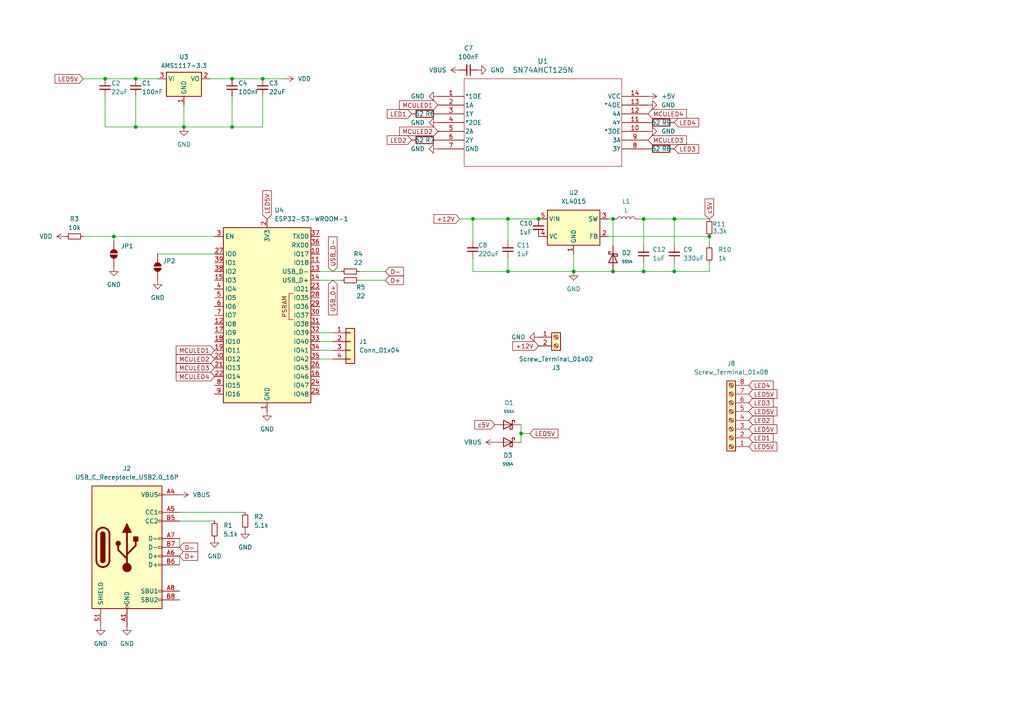
<source format=kicad_sch>
(kicad_sch
	(version 20241004)
	(generator "eeschema")
	(generator_version "8.99")
	(uuid "7d92a72b-2c0c-4602-8f3f-8951598714e4")
	(paper "A4")
	(lib_symbols
		(symbol "2025-11-21_18-39-34:SN74AHCT125N"
			(pin_names
				(offset 0.254)
			)
			(exclude_from_sim no)
			(in_bom yes)
			(on_board yes)
			(property "Reference" "U"
				(at 30.48 10.16 0)
				(effects
					(font
						(size 1.524 1.524)
					)
				)
			)
			(property "Value" "SN74AHCT125N"
				(at 30.48 7.62 0)
				(effects
					(font
						(size 1.524 1.524)
					)
				)
			)
			(property "Footprint" "N14"
				(at 0 0 0)
				(effects
					(font
						(size 1.27 1.27)
						(italic yes)
					)
					(hide yes)
				)
			)
			(property "Datasheet" "https://www.ti.com/lit/gpn/sn74ahct125"
				(at 0 0 0)
				(effects
					(font
						(size 1.27 1.27)
						(italic yes)
					)
					(hide yes)
				)
			)
			(property "Description" ""
				(at 0 0 0)
				(effects
					(font
						(size 1.27 1.27)
					)
					(hide yes)
				)
			)
			(property "ki_locked" ""
				(at 0 0 0)
				(effects
					(font
						(size 1.27 1.27)
					)
				)
			)
			(property "ki_keywords" "SN74AHCT125N"
				(at 0 0 0)
				(effects
					(font
						(size 1.27 1.27)
					)
					(hide yes)
				)
			)
			(property "ki_fp_filters" "N14"
				(at 0 0 0)
				(effects
					(font
						(size 1.27 1.27)
					)
					(hide yes)
				)
			)
			(symbol "SN74AHCT125N_0_1"
				(polyline
					(pts
						(xy 7.62 5.08) (xy 7.62 -20.32)
					)
					(stroke
						(width 0.127)
						(type default)
					)
					(fill
						(type none)
					)
				)
				(polyline
					(pts
						(xy 7.62 -20.32) (xy 53.34 -20.32)
					)
					(stroke
						(width 0.127)
						(type default)
					)
					(fill
						(type none)
					)
				)
				(polyline
					(pts
						(xy 53.34 5.08) (xy 7.62 5.08)
					)
					(stroke
						(width 0.127)
						(type default)
					)
					(fill
						(type none)
					)
				)
				(polyline
					(pts
						(xy 53.34 -20.32) (xy 53.34 5.08)
					)
					(stroke
						(width 0.127)
						(type default)
					)
					(fill
						(type none)
					)
				)
				(pin input line
					(at 0 0 0)
					(length 7.62)
					(name "*1OE"
						(effects
							(font
								(size 1.27 1.27)
							)
						)
					)
					(number "1"
						(effects
							(font
								(size 1.27 1.27)
							)
						)
					)
				)
				(pin input line
					(at 0 -2.54 0)
					(length 7.62)
					(name "1A"
						(effects
							(font
								(size 1.27 1.27)
							)
						)
					)
					(number "2"
						(effects
							(font
								(size 1.27 1.27)
							)
						)
					)
				)
				(pin unspecified line
					(at 0 -5.08 0)
					(length 7.62)
					(name "1Y"
						(effects
							(font
								(size 1.27 1.27)
							)
						)
					)
					(number "3"
						(effects
							(font
								(size 1.27 1.27)
							)
						)
					)
				)
				(pin input line
					(at 0 -7.62 0)
					(length 7.62)
					(name "*2OE"
						(effects
							(font
								(size 1.27 1.27)
							)
						)
					)
					(number "4"
						(effects
							(font
								(size 1.27 1.27)
							)
						)
					)
				)
				(pin input line
					(at 0 -10.16 0)
					(length 7.62)
					(name "2A"
						(effects
							(font
								(size 1.27 1.27)
							)
						)
					)
					(number "5"
						(effects
							(font
								(size 1.27 1.27)
							)
						)
					)
				)
				(pin unspecified line
					(at 0 -12.7 0)
					(length 7.62)
					(name "2Y"
						(effects
							(font
								(size 1.27 1.27)
							)
						)
					)
					(number "6"
						(effects
							(font
								(size 1.27 1.27)
							)
						)
					)
				)
				(pin power_in line
					(at 0 -15.24 0)
					(length 7.62)
					(name "GND"
						(effects
							(font
								(size 1.27 1.27)
							)
						)
					)
					(number "7"
						(effects
							(font
								(size 1.27 1.27)
							)
						)
					)
				)
				(pin power_in line
					(at 60.96 0 180)
					(length 7.62)
					(name "VCC"
						(effects
							(font
								(size 1.27 1.27)
							)
						)
					)
					(number "14"
						(effects
							(font
								(size 1.27 1.27)
							)
						)
					)
				)
				(pin input line
					(at 60.96 -2.54 180)
					(length 7.62)
					(name "*4OE"
						(effects
							(font
								(size 1.27 1.27)
							)
						)
					)
					(number "13"
						(effects
							(font
								(size 1.27 1.27)
							)
						)
					)
				)
				(pin input line
					(at 60.96 -5.08 180)
					(length 7.62)
					(name "4A"
						(effects
							(font
								(size 1.27 1.27)
							)
						)
					)
					(number "12"
						(effects
							(font
								(size 1.27 1.27)
							)
						)
					)
				)
				(pin unspecified line
					(at 60.96 -7.62 180)
					(length 7.62)
					(name "4Y"
						(effects
							(font
								(size 1.27 1.27)
							)
						)
					)
					(number "11"
						(effects
							(font
								(size 1.27 1.27)
							)
						)
					)
				)
				(pin input line
					(at 60.96 -10.16 180)
					(length 7.62)
					(name "*3OE"
						(effects
							(font
								(size 1.27 1.27)
							)
						)
					)
					(number "10"
						(effects
							(font
								(size 1.27 1.27)
							)
						)
					)
				)
				(pin input line
					(at 60.96 -12.7 180)
					(length 7.62)
					(name "3A"
						(effects
							(font
								(size 1.27 1.27)
							)
						)
					)
					(number "9"
						(effects
							(font
								(size 1.27 1.27)
							)
						)
					)
				)
				(pin unspecified line
					(at 60.96 -15.24 180)
					(length 7.62)
					(name "3Y"
						(effects
							(font
								(size 1.27 1.27)
							)
						)
					)
					(number "8"
						(effects
							(font
								(size 1.27 1.27)
							)
						)
					)
				)
			)
			(embedded_fonts no)
		)
		(symbol "Connector:Screw_Terminal_01x02"
			(pin_names
				(offset 1.016)
				(hide yes)
			)
			(exclude_from_sim no)
			(in_bom yes)
			(on_board yes)
			(property "Reference" "J"
				(at 0 2.54 0)
				(effects
					(font
						(size 1.27 1.27)
					)
				)
			)
			(property "Value" "Screw_Terminal_01x02"
				(at 0 -5.08 0)
				(effects
					(font
						(size 1.27 1.27)
					)
				)
			)
			(property "Footprint" ""
				(at 0 0 0)
				(effects
					(font
						(size 1.27 1.27)
					)
					(hide yes)
				)
			)
			(property "Datasheet" "~"
				(at 0 0 0)
				(effects
					(font
						(size 1.27 1.27)
					)
					(hide yes)
				)
			)
			(property "Description" "Generic screw terminal, single row, 01x02, script generated (kicad-library-utils/schlib/autogen/connector/)"
				(at 0 0 0)
				(effects
					(font
						(size 1.27 1.27)
					)
					(hide yes)
				)
			)
			(property "ki_keywords" "screw terminal"
				(at 0 0 0)
				(effects
					(font
						(size 1.27 1.27)
					)
					(hide yes)
				)
			)
			(property "ki_fp_filters" "TerminalBlock*:*"
				(at 0 0 0)
				(effects
					(font
						(size 1.27 1.27)
					)
					(hide yes)
				)
			)
			(symbol "Screw_Terminal_01x02_1_1"
				(rectangle
					(start -1.27 1.27)
					(end 1.27 -3.81)
					(stroke
						(width 0.254)
						(type default)
					)
					(fill
						(type background)
					)
				)
				(polyline
					(pts
						(xy -0.5334 0.3302) (xy 0.3302 -0.508)
					)
					(stroke
						(width 0.1524)
						(type default)
					)
					(fill
						(type none)
					)
				)
				(polyline
					(pts
						(xy -0.5334 -2.2098) (xy 0.3302 -3.048)
					)
					(stroke
						(width 0.1524)
						(type default)
					)
					(fill
						(type none)
					)
				)
				(polyline
					(pts
						(xy -0.3556 0.508) (xy 0.508 -0.3302)
					)
					(stroke
						(width 0.1524)
						(type default)
					)
					(fill
						(type none)
					)
				)
				(polyline
					(pts
						(xy -0.3556 -2.032) (xy 0.508 -2.8702)
					)
					(stroke
						(width 0.1524)
						(type default)
					)
					(fill
						(type none)
					)
				)
				(circle
					(center 0 0)
					(radius 0.635)
					(stroke
						(width 0.1524)
						(type default)
					)
					(fill
						(type none)
					)
				)
				(circle
					(center 0 -2.54)
					(radius 0.635)
					(stroke
						(width 0.1524)
						(type default)
					)
					(fill
						(type none)
					)
				)
				(pin passive line
					(at -5.08 0 0)
					(length 3.81)
					(name "Pin_1"
						(effects
							(font
								(size 1.27 1.27)
							)
						)
					)
					(number "1"
						(effects
							(font
								(size 1.27 1.27)
							)
						)
					)
				)
				(pin passive line
					(at -5.08 -2.54 0)
					(length 3.81)
					(name "Pin_2"
						(effects
							(font
								(size 1.27 1.27)
							)
						)
					)
					(number "2"
						(effects
							(font
								(size 1.27 1.27)
							)
						)
					)
				)
			)
			(embedded_fonts no)
		)
		(symbol "Connector:Screw_Terminal_01x08"
			(pin_names
				(offset 1.016)
				(hide yes)
			)
			(exclude_from_sim no)
			(in_bom yes)
			(on_board yes)
			(property "Reference" "J"
				(at 0 10.16 0)
				(effects
					(font
						(size 1.27 1.27)
					)
				)
			)
			(property "Value" "Screw_Terminal_01x08"
				(at 0 -12.7 0)
				(effects
					(font
						(size 1.27 1.27)
					)
				)
			)
			(property "Footprint" ""
				(at 0 0 0)
				(effects
					(font
						(size 1.27 1.27)
					)
					(hide yes)
				)
			)
			(property "Datasheet" "~"
				(at 0 0 0)
				(effects
					(font
						(size 1.27 1.27)
					)
					(hide yes)
				)
			)
			(property "Description" "Generic screw terminal, single row, 01x08, script generated (kicad-library-utils/schlib/autogen/connector/)"
				(at 0 0 0)
				(effects
					(font
						(size 1.27 1.27)
					)
					(hide yes)
				)
			)
			(property "ki_keywords" "screw terminal"
				(at 0 0 0)
				(effects
					(font
						(size 1.27 1.27)
					)
					(hide yes)
				)
			)
			(property "ki_fp_filters" "TerminalBlock*:*"
				(at 0 0 0)
				(effects
					(font
						(size 1.27 1.27)
					)
					(hide yes)
				)
			)
			(symbol "Screw_Terminal_01x08_1_1"
				(rectangle
					(start -1.27 8.89)
					(end 1.27 -11.43)
					(stroke
						(width 0.254)
						(type default)
					)
					(fill
						(type background)
					)
				)
				(polyline
					(pts
						(xy -0.5334 7.9502) (xy 0.3302 7.112)
					)
					(stroke
						(width 0.1524)
						(type default)
					)
					(fill
						(type none)
					)
				)
				(polyline
					(pts
						(xy -0.5334 5.4102) (xy 0.3302 4.572)
					)
					(stroke
						(width 0.1524)
						(type default)
					)
					(fill
						(type none)
					)
				)
				(polyline
					(pts
						(xy -0.5334 2.8702) (xy 0.3302 2.032)
					)
					(stroke
						(width 0.1524)
						(type default)
					)
					(fill
						(type none)
					)
				)
				(polyline
					(pts
						(xy -0.5334 0.3302) (xy 0.3302 -0.508)
					)
					(stroke
						(width 0.1524)
						(type default)
					)
					(fill
						(type none)
					)
				)
				(polyline
					(pts
						(xy -0.5334 -2.2098) (xy 0.3302 -3.048)
					)
					(stroke
						(width 0.1524)
						(type default)
					)
					(fill
						(type none)
					)
				)
				(polyline
					(pts
						(xy -0.5334 -4.7498) (xy 0.3302 -5.588)
					)
					(stroke
						(width 0.1524)
						(type default)
					)
					(fill
						(type none)
					)
				)
				(polyline
					(pts
						(xy -0.5334 -7.2898) (xy 0.3302 -8.128)
					)
					(stroke
						(width 0.1524)
						(type default)
					)
					(fill
						(type none)
					)
				)
				(polyline
					(pts
						(xy -0.5334 -9.8298) (xy 0.3302 -10.668)
					)
					(stroke
						(width 0.1524)
						(type default)
					)
					(fill
						(type none)
					)
				)
				(polyline
					(pts
						(xy -0.3556 8.128) (xy 0.508 7.2898)
					)
					(stroke
						(width 0.1524)
						(type default)
					)
					(fill
						(type none)
					)
				)
				(polyline
					(pts
						(xy -0.3556 5.588) (xy 0.508 4.7498)
					)
					(stroke
						(width 0.1524)
						(type default)
					)
					(fill
						(type none)
					)
				)
				(polyline
					(pts
						(xy -0.3556 3.048) (xy 0.508 2.2098)
					)
					(stroke
						(width 0.1524)
						(type default)
					)
					(fill
						(type none)
					)
				)
				(polyline
					(pts
						(xy -0.3556 0.508) (xy 0.508 -0.3302)
					)
					(stroke
						(width 0.1524)
						(type default)
					)
					(fill
						(type none)
					)
				)
				(polyline
					(pts
						(xy -0.3556 -2.032) (xy 0.508 -2.8702)
					)
					(stroke
						(width 0.1524)
						(type default)
					)
					(fill
						(type none)
					)
				)
				(polyline
					(pts
						(xy -0.3556 -4.572) (xy 0.508 -5.4102)
					)
					(stroke
						(width 0.1524)
						(type default)
					)
					(fill
						(type none)
					)
				)
				(polyline
					(pts
						(xy -0.3556 -7.112) (xy 0.508 -7.9502)
					)
					(stroke
						(width 0.1524)
						(type default)
					)
					(fill
						(type none)
					)
				)
				(polyline
					(pts
						(xy -0.3556 -9.652) (xy 0.508 -10.4902)
					)
					(stroke
						(width 0.1524)
						(type default)
					)
					(fill
						(type none)
					)
				)
				(circle
					(center 0 7.62)
					(radius 0.635)
					(stroke
						(width 0.1524)
						(type default)
					)
					(fill
						(type none)
					)
				)
				(circle
					(center 0 5.08)
					(radius 0.635)
					(stroke
						(width 0.1524)
						(type default)
					)
					(fill
						(type none)
					)
				)
				(circle
					(center 0 2.54)
					(radius 0.635)
					(stroke
						(width 0.1524)
						(type default)
					)
					(fill
						(type none)
					)
				)
				(circle
					(center 0 0)
					(radius 0.635)
					(stroke
						(width 0.1524)
						(type default)
					)
					(fill
						(type none)
					)
				)
				(circle
					(center 0 -2.54)
					(radius 0.635)
					(stroke
						(width 0.1524)
						(type default)
					)
					(fill
						(type none)
					)
				)
				(circle
					(center 0 -5.08)
					(radius 0.635)
					(stroke
						(width 0.1524)
						(type default)
					)
					(fill
						(type none)
					)
				)
				(circle
					(center 0 -7.62)
					(radius 0.635)
					(stroke
						(width 0.1524)
						(type default)
					)
					(fill
						(type none)
					)
				)
				(circle
					(center 0 -10.16)
					(radius 0.635)
					(stroke
						(width 0.1524)
						(type default)
					)
					(fill
						(type none)
					)
				)
				(pin passive line
					(at -5.08 7.62 0)
					(length 3.81)
					(name "Pin_1"
						(effects
							(font
								(size 1.27 1.27)
							)
						)
					)
					(number "1"
						(effects
							(font
								(size 1.27 1.27)
							)
						)
					)
				)
				(pin passive line
					(at -5.08 5.08 0)
					(length 3.81)
					(name "Pin_2"
						(effects
							(font
								(size 1.27 1.27)
							)
						)
					)
					(number "2"
						(effects
							(font
								(size 1.27 1.27)
							)
						)
					)
				)
				(pin passive line
					(at -5.08 2.54 0)
					(length 3.81)
					(name "Pin_3"
						(effects
							(font
								(size 1.27 1.27)
							)
						)
					)
					(number "3"
						(effects
							(font
								(size 1.27 1.27)
							)
						)
					)
				)
				(pin passive line
					(at -5.08 0 0)
					(length 3.81)
					(name "Pin_4"
						(effects
							(font
								(size 1.27 1.27)
							)
						)
					)
					(number "4"
						(effects
							(font
								(size 1.27 1.27)
							)
						)
					)
				)
				(pin passive line
					(at -5.08 -2.54 0)
					(length 3.81)
					(name "Pin_5"
						(effects
							(font
								(size 1.27 1.27)
							)
						)
					)
					(number "5"
						(effects
							(font
								(size 1.27 1.27)
							)
						)
					)
				)
				(pin passive line
					(at -5.08 -5.08 0)
					(length 3.81)
					(name "Pin_6"
						(effects
							(font
								(size 1.27 1.27)
							)
						)
					)
					(number "6"
						(effects
							(font
								(size 1.27 1.27)
							)
						)
					)
				)
				(pin passive line
					(at -5.08 -7.62 0)
					(length 3.81)
					(name "Pin_7"
						(effects
							(font
								(size 1.27 1.27)
							)
						)
					)
					(number "7"
						(effects
							(font
								(size 1.27 1.27)
							)
						)
					)
				)
				(pin passive line
					(at -5.08 -10.16 0)
					(length 3.81)
					(name "Pin_8"
						(effects
							(font
								(size 1.27 1.27)
							)
						)
					)
					(number "8"
						(effects
							(font
								(size 1.27 1.27)
							)
						)
					)
				)
			)
			(embedded_fonts no)
		)
		(symbol "Connector:USB_C_Receptacle_USB2.0_16P"
			(pin_names
				(offset 1.016)
			)
			(exclude_from_sim no)
			(in_bom yes)
			(on_board yes)
			(property "Reference" "J"
				(at 0 22.225 0)
				(effects
					(font
						(size 1.27 1.27)
					)
				)
			)
			(property "Value" "USB_C_Receptacle_USB2.0_16P"
				(at 0 19.685 0)
				(effects
					(font
						(size 1.27 1.27)
					)
				)
			)
			(property "Footprint" ""
				(at 3.81 0 0)
				(effects
					(font
						(size 1.27 1.27)
					)
					(hide yes)
				)
			)
			(property "Datasheet" "https://www.usb.org/sites/default/files/documents/usb_type-c.zip"
				(at 3.81 0 0)
				(effects
					(font
						(size 1.27 1.27)
					)
					(hide yes)
				)
			)
			(property "Description" "USB 2.0-only 16P Type-C Receptacle connector"
				(at 0 0 0)
				(effects
					(font
						(size 1.27 1.27)
					)
					(hide yes)
				)
			)
			(property "ki_keywords" "usb universal serial bus type-C USB2.0"
				(at 0 0 0)
				(effects
					(font
						(size 1.27 1.27)
					)
					(hide yes)
				)
			)
			(property "ki_fp_filters" "USB*C*Receptacle*"
				(at 0 0 0)
				(effects
					(font
						(size 1.27 1.27)
					)
					(hide yes)
				)
			)
			(symbol "USB_C_Receptacle_USB2.0_16P_0_0"
				(rectangle
					(start -0.254 -17.78)
					(end 0.254 -16.764)
					(stroke
						(width 0)
						(type default)
					)
					(fill
						(type none)
					)
				)
				(rectangle
					(start 10.16 15.494)
					(end 9.144 14.986)
					(stroke
						(width 0)
						(type default)
					)
					(fill
						(type none)
					)
				)
				(rectangle
					(start 10.16 10.414)
					(end 9.144 9.906)
					(stroke
						(width 0)
						(type default)
					)
					(fill
						(type none)
					)
				)
				(rectangle
					(start 10.16 7.874)
					(end 9.144 7.366)
					(stroke
						(width 0)
						(type default)
					)
					(fill
						(type none)
					)
				)
				(rectangle
					(start 10.16 2.794)
					(end 9.144 2.286)
					(stroke
						(width 0)
						(type default)
					)
					(fill
						(type none)
					)
				)
				(rectangle
					(start 10.16 0.254)
					(end 9.144 -0.254)
					(stroke
						(width 0)
						(type default)
					)
					(fill
						(type none)
					)
				)
				(rectangle
					(start 10.16 -2.286)
					(end 9.144 -2.794)
					(stroke
						(width 0)
						(type default)
					)
					(fill
						(type none)
					)
				)
				(rectangle
					(start 10.16 -4.826)
					(end 9.144 -5.334)
					(stroke
						(width 0)
						(type default)
					)
					(fill
						(type none)
					)
				)
				(rectangle
					(start 10.16 -12.446)
					(end 9.144 -12.954)
					(stroke
						(width 0)
						(type default)
					)
					(fill
						(type none)
					)
				)
				(rectangle
					(start 10.16 -14.986)
					(end 9.144 -15.494)
					(stroke
						(width 0)
						(type default)
					)
					(fill
						(type none)
					)
				)
			)
			(symbol "USB_C_Receptacle_USB2.0_16P_0_1"
				(rectangle
					(start -10.16 17.78)
					(end 10.16 -17.78)
					(stroke
						(width 0.254)
						(type default)
					)
					(fill
						(type background)
					)
				)
				(polyline
					(pts
						(xy -8.89 -3.81) (xy -8.89 3.81)
					)
					(stroke
						(width 0.508)
						(type default)
					)
					(fill
						(type none)
					)
				)
				(rectangle
					(start -7.62 -3.81)
					(end -6.35 3.81)
					(stroke
						(width 0.254)
						(type default)
					)
					(fill
						(type outline)
					)
				)
				(arc
					(start -7.62 3.81)
					(mid -6.985 4.4423)
					(end -6.35 3.81)
					(stroke
						(width 0.254)
						(type default)
					)
					(fill
						(type outline)
					)
				)
				(arc
					(start -7.62 3.81)
					(mid -6.985 4.4423)
					(end -6.35 3.81)
					(stroke
						(width 0.254)
						(type default)
					)
					(fill
						(type none)
					)
				)
				(arc
					(start -8.89 3.81)
					(mid -6.985 5.7067)
					(end -5.08 3.81)
					(stroke
						(width 0.508)
						(type default)
					)
					(fill
						(type none)
					)
				)
				(arc
					(start -5.08 -3.81)
					(mid -6.985 -5.7067)
					(end -8.89 -3.81)
					(stroke
						(width 0.508)
						(type default)
					)
					(fill
						(type none)
					)
				)
				(arc
					(start -6.35 -3.81)
					(mid -6.985 -4.4423)
					(end -7.62 -3.81)
					(stroke
						(width 0.254)
						(type default)
					)
					(fill
						(type outline)
					)
				)
				(arc
					(start -6.35 -3.81)
					(mid -6.985 -4.4423)
					(end -7.62 -3.81)
					(stroke
						(width 0.254)
						(type default)
					)
					(fill
						(type none)
					)
				)
				(polyline
					(pts
						(xy -5.08 3.81) (xy -5.08 -3.81)
					)
					(stroke
						(width 0.508)
						(type default)
					)
					(fill
						(type none)
					)
				)
				(circle
					(center -2.54 1.143)
					(radius 0.635)
					(stroke
						(width 0.254)
						(type default)
					)
					(fill
						(type outline)
					)
				)
				(polyline
					(pts
						(xy -1.27 4.318) (xy 0 6.858) (xy 1.27 4.318) (xy -1.27 4.318)
					)
					(stroke
						(width 0.254)
						(type default)
					)
					(fill
						(type outline)
					)
				)
				(polyline
					(pts
						(xy 0 -2.032) (xy 2.54 0.508) (xy 2.54 1.778)
					)
					(stroke
						(width 0.508)
						(type default)
					)
					(fill
						(type none)
					)
				)
				(polyline
					(pts
						(xy 0 -3.302) (xy -2.54 -0.762) (xy -2.54 0.508)
					)
					(stroke
						(width 0.508)
						(type default)
					)
					(fill
						(type none)
					)
				)
				(circle
					(center 0 -5.842)
					(radius 1.27)
					(stroke
						(width 0)
						(type default)
					)
					(fill
						(type outline)
					)
				)
				(polyline
					(pts
						(xy 0 -5.842) (xy 0 4.318)
					)
					(stroke
						(width 0.508)
						(type default)
					)
					(fill
						(type none)
					)
				)
				(rectangle
					(start 1.905 1.778)
					(end 3.175 3.048)
					(stroke
						(width 0.254)
						(type default)
					)
					(fill
						(type outline)
					)
				)
			)
			(symbol "USB_C_Receptacle_USB2.0_16P_1_1"
				(pin passive line
					(at -7.62 -22.86 90)
					(length 5.08)
					(name "SHIELD"
						(effects
							(font
								(size 1.27 1.27)
							)
						)
					)
					(number "S1"
						(effects
							(font
								(size 1.27 1.27)
							)
						)
					)
				)
				(pin passive line
					(at 0 -22.86 90)
					(length 5.08)
					(name "GND"
						(effects
							(font
								(size 1.27 1.27)
							)
						)
					)
					(number "A1"
						(effects
							(font
								(size 1.27 1.27)
							)
						)
					)
				)
				(pin passive line
					(at 0 -22.86 90)
					(length 5.08)
					(hide yes)
					(name "GND"
						(effects
							(font
								(size 1.27 1.27)
							)
						)
					)
					(number "A12"
						(effects
							(font
								(size 1.27 1.27)
							)
						)
					)
				)
				(pin passive line
					(at 0 -22.86 90)
					(length 5.08)
					(hide yes)
					(name "GND"
						(effects
							(font
								(size 1.27 1.27)
							)
						)
					)
					(number "B1"
						(effects
							(font
								(size 1.27 1.27)
							)
						)
					)
				)
				(pin passive line
					(at 0 -22.86 90)
					(length 5.08)
					(hide yes)
					(name "GND"
						(effects
							(font
								(size 1.27 1.27)
							)
						)
					)
					(number "B12"
						(effects
							(font
								(size 1.27 1.27)
							)
						)
					)
				)
				(pin passive line
					(at 15.24 15.24 180)
					(length 5.08)
					(name "VBUS"
						(effects
							(font
								(size 1.27 1.27)
							)
						)
					)
					(number "A4"
						(effects
							(font
								(size 1.27 1.27)
							)
						)
					)
				)
				(pin passive line
					(at 15.24 15.24 180)
					(length 5.08)
					(hide yes)
					(name "VBUS"
						(effects
							(font
								(size 1.27 1.27)
							)
						)
					)
					(number "A9"
						(effects
							(font
								(size 1.27 1.27)
							)
						)
					)
				)
				(pin passive line
					(at 15.24 15.24 180)
					(length 5.08)
					(hide yes)
					(name "VBUS"
						(effects
							(font
								(size 1.27 1.27)
							)
						)
					)
					(number "B4"
						(effects
							(font
								(size 1.27 1.27)
							)
						)
					)
				)
				(pin passive line
					(at 15.24 15.24 180)
					(length 5.08)
					(hide yes)
					(name "VBUS"
						(effects
							(font
								(size 1.27 1.27)
							)
						)
					)
					(number "B9"
						(effects
							(font
								(size 1.27 1.27)
							)
						)
					)
				)
				(pin bidirectional line
					(at 15.24 10.16 180)
					(length 5.08)
					(name "CC1"
						(effects
							(font
								(size 1.27 1.27)
							)
						)
					)
					(number "A5"
						(effects
							(font
								(size 1.27 1.27)
							)
						)
					)
				)
				(pin bidirectional line
					(at 15.24 7.62 180)
					(length 5.08)
					(name "CC2"
						(effects
							(font
								(size 1.27 1.27)
							)
						)
					)
					(number "B5"
						(effects
							(font
								(size 1.27 1.27)
							)
						)
					)
				)
				(pin bidirectional line
					(at 15.24 2.54 180)
					(length 5.08)
					(name "D-"
						(effects
							(font
								(size 1.27 1.27)
							)
						)
					)
					(number "A7"
						(effects
							(font
								(size 1.27 1.27)
							)
						)
					)
				)
				(pin bidirectional line
					(at 15.24 0 180)
					(length 5.08)
					(name "D-"
						(effects
							(font
								(size 1.27 1.27)
							)
						)
					)
					(number "B7"
						(effects
							(font
								(size 1.27 1.27)
							)
						)
					)
				)
				(pin bidirectional line
					(at 15.24 -2.54 180)
					(length 5.08)
					(name "D+"
						(effects
							(font
								(size 1.27 1.27)
							)
						)
					)
					(number "A6"
						(effects
							(font
								(size 1.27 1.27)
							)
						)
					)
				)
				(pin bidirectional line
					(at 15.24 -5.08 180)
					(length 5.08)
					(name "D+"
						(effects
							(font
								(size 1.27 1.27)
							)
						)
					)
					(number "B6"
						(effects
							(font
								(size 1.27 1.27)
							)
						)
					)
				)
				(pin bidirectional line
					(at 15.24 -12.7 180)
					(length 5.08)
					(name "SBU1"
						(effects
							(font
								(size 1.27 1.27)
							)
						)
					)
					(number "A8"
						(effects
							(font
								(size 1.27 1.27)
							)
						)
					)
				)
				(pin bidirectional line
					(at 15.24 -15.24 180)
					(length 5.08)
					(name "SBU2"
						(effects
							(font
								(size 1.27 1.27)
							)
						)
					)
					(number "B8"
						(effects
							(font
								(size 1.27 1.27)
							)
						)
					)
				)
			)
			(embedded_fonts no)
		)
		(symbol "Connector_Generic:Conn_01x04"
			(pin_names
				(offset 1.016)
				(hide yes)
			)
			(exclude_from_sim no)
			(in_bom yes)
			(on_board yes)
			(property "Reference" "J"
				(at 0 5.08 0)
				(effects
					(font
						(size 1.27 1.27)
					)
				)
			)
			(property "Value" "Conn_01x04"
				(at 0 -7.62 0)
				(effects
					(font
						(size 1.27 1.27)
					)
				)
			)
			(property "Footprint" ""
				(at 0 0 0)
				(effects
					(font
						(size 1.27 1.27)
					)
					(hide yes)
				)
			)
			(property "Datasheet" "~"
				(at 0 0 0)
				(effects
					(font
						(size 1.27 1.27)
					)
					(hide yes)
				)
			)
			(property "Description" "Generic connector, single row, 01x04, script generated (kicad-library-utils/schlib/autogen/connector/)"
				(at 0 0 0)
				(effects
					(font
						(size 1.27 1.27)
					)
					(hide yes)
				)
			)
			(property "ki_keywords" "connector"
				(at 0 0 0)
				(effects
					(font
						(size 1.27 1.27)
					)
					(hide yes)
				)
			)
			(property "ki_fp_filters" "Connector*:*_1x??_*"
				(at 0 0 0)
				(effects
					(font
						(size 1.27 1.27)
					)
					(hide yes)
				)
			)
			(symbol "Conn_01x04_1_1"
				(rectangle
					(start -1.27 3.81)
					(end 1.27 -6.35)
					(stroke
						(width 0.254)
						(type default)
					)
					(fill
						(type background)
					)
				)
				(rectangle
					(start -1.27 2.667)
					(end 0 2.413)
					(stroke
						(width 0.1524)
						(type default)
					)
					(fill
						(type none)
					)
				)
				(rectangle
					(start -1.27 0.127)
					(end 0 -0.127)
					(stroke
						(width 0.1524)
						(type default)
					)
					(fill
						(type none)
					)
				)
				(rectangle
					(start -1.27 -2.413)
					(end 0 -2.667)
					(stroke
						(width 0.1524)
						(type default)
					)
					(fill
						(type none)
					)
				)
				(rectangle
					(start -1.27 -4.953)
					(end 0 -5.207)
					(stroke
						(width 0.1524)
						(type default)
					)
					(fill
						(type none)
					)
				)
				(pin passive line
					(at -5.08 2.54 0)
					(length 3.81)
					(name "Pin_1"
						(effects
							(font
								(size 1.27 1.27)
							)
						)
					)
					(number "1"
						(effects
							(font
								(size 1.27 1.27)
							)
						)
					)
				)
				(pin passive line
					(at -5.08 0 0)
					(length 3.81)
					(name "Pin_2"
						(effects
							(font
								(size 1.27 1.27)
							)
						)
					)
					(number "2"
						(effects
							(font
								(size 1.27 1.27)
							)
						)
					)
				)
				(pin passive line
					(at -5.08 -2.54 0)
					(length 3.81)
					(name "Pin_3"
						(effects
							(font
								(size 1.27 1.27)
							)
						)
					)
					(number "3"
						(effects
							(font
								(size 1.27 1.27)
							)
						)
					)
				)
				(pin passive line
					(at -5.08 -5.08 0)
					(length 3.81)
					(name "Pin_4"
						(effects
							(font
								(size 1.27 1.27)
							)
						)
					)
					(number "4"
						(effects
							(font
								(size 1.27 1.27)
							)
						)
					)
				)
			)
			(embedded_fonts no)
		)
		(symbol "Device:C_Small"
			(pin_numbers
				(hide yes)
			)
			(pin_names
				(offset 0.254)
				(hide yes)
			)
			(exclude_from_sim no)
			(in_bom yes)
			(on_board yes)
			(property "Reference" "C"
				(at 0.254 1.778 0)
				(effects
					(font
						(size 1.27 1.27)
					)
					(justify left)
				)
			)
			(property "Value" "C_Small"
				(at 0.254 -2.032 0)
				(effects
					(font
						(size 1.27 1.27)
					)
					(justify left)
				)
			)
			(property "Footprint" ""
				(at 0 0 0)
				(effects
					(font
						(size 1.27 1.27)
					)
					(hide yes)
				)
			)
			(property "Datasheet" "~"
				(at 0 0 0)
				(effects
					(font
						(size 1.27 1.27)
					)
					(hide yes)
				)
			)
			(property "Description" "Unpolarized capacitor, small symbol"
				(at 0 0 0)
				(effects
					(font
						(size 1.27 1.27)
					)
					(hide yes)
				)
			)
			(property "ki_keywords" "capacitor cap"
				(at 0 0 0)
				(effects
					(font
						(size 1.27 1.27)
					)
					(hide yes)
				)
			)
			(property "ki_fp_filters" "C_*"
				(at 0 0 0)
				(effects
					(font
						(size 1.27 1.27)
					)
					(hide yes)
				)
			)
			(symbol "C_Small_0_1"
				(polyline
					(pts
						(xy -1.524 0.508) (xy 1.524 0.508)
					)
					(stroke
						(width 0.3048)
						(type default)
					)
					(fill
						(type none)
					)
				)
				(polyline
					(pts
						(xy -1.524 -0.508) (xy 1.524 -0.508)
					)
					(stroke
						(width 0.3302)
						(type default)
					)
					(fill
						(type none)
					)
				)
			)
			(symbol "C_Small_1_1"
				(pin passive line
					(at 0 2.54 270)
					(length 2.032)
					(name "~"
						(effects
							(font
								(size 1.27 1.27)
							)
						)
					)
					(number "1"
						(effects
							(font
								(size 1.27 1.27)
							)
						)
					)
				)
				(pin passive line
					(at 0 -2.54 90)
					(length 2.032)
					(name "~"
						(effects
							(font
								(size 1.27 1.27)
							)
						)
					)
					(number "2"
						(effects
							(font
								(size 1.27 1.27)
							)
						)
					)
				)
			)
			(embedded_fonts no)
		)
		(symbol "Device:L"
			(pin_numbers
				(hide yes)
			)
			(pin_names
				(offset 1.016)
				(hide yes)
			)
			(exclude_from_sim no)
			(in_bom yes)
			(on_board yes)
			(property "Reference" "L"
				(at -1.27 0 90)
				(effects
					(font
						(size 1.27 1.27)
					)
				)
			)
			(property "Value" "L"
				(at 1.905 0 90)
				(effects
					(font
						(size 1.27 1.27)
					)
				)
			)
			(property "Footprint" ""
				(at 0 0 0)
				(effects
					(font
						(size 1.27 1.27)
					)
					(hide yes)
				)
			)
			(property "Datasheet" "~"
				(at 0 0 0)
				(effects
					(font
						(size 1.27 1.27)
					)
					(hide yes)
				)
			)
			(property "Description" "Inductor"
				(at 0 0 0)
				(effects
					(font
						(size 1.27 1.27)
					)
					(hide yes)
				)
			)
			(property "ki_keywords" "inductor choke coil reactor magnetic"
				(at 0 0 0)
				(effects
					(font
						(size 1.27 1.27)
					)
					(hide yes)
				)
			)
			(property "ki_fp_filters" "Choke_* *Coil* Inductor_* L_*"
				(at 0 0 0)
				(effects
					(font
						(size 1.27 1.27)
					)
					(hide yes)
				)
			)
			(symbol "L_0_1"
				(arc
					(start 0 2.54)
					(mid 0.6323 1.905)
					(end 0 1.27)
					(stroke
						(width 0)
						(type default)
					)
					(fill
						(type none)
					)
				)
				(arc
					(start 0 1.27)
					(mid 0.6323 0.635)
					(end 0 0)
					(stroke
						(width 0)
						(type default)
					)
					(fill
						(type none)
					)
				)
				(arc
					(start 0 0)
					(mid 0.6323 -0.635)
					(end 0 -1.27)
					(stroke
						(width 0)
						(type default)
					)
					(fill
						(type none)
					)
				)
				(arc
					(start 0 -1.27)
					(mid 0.6323 -1.905)
					(end 0 -2.54)
					(stroke
						(width 0)
						(type default)
					)
					(fill
						(type none)
					)
				)
			)
			(symbol "L_1_1"
				(pin passive line
					(at 0 3.81 270)
					(length 1.27)
					(name "1"
						(effects
							(font
								(size 1.27 1.27)
							)
						)
					)
					(number "1"
						(effects
							(font
								(size 1.27 1.27)
							)
						)
					)
				)
				(pin passive line
					(at 0 -3.81 90)
					(length 1.27)
					(name "2"
						(effects
							(font
								(size 1.27 1.27)
							)
						)
					)
					(number "2"
						(effects
							(font
								(size 1.27 1.27)
							)
						)
					)
				)
			)
			(embedded_fonts no)
		)
		(symbol "Device:R"
			(pin_numbers
				(hide yes)
			)
			(pin_names
				(offset 0)
			)
			(exclude_from_sim no)
			(in_bom yes)
			(on_board yes)
			(property "Reference" "R"
				(at 2.032 0 90)
				(effects
					(font
						(size 1.27 1.27)
					)
				)
			)
			(property "Value" "R"
				(at 0 0 90)
				(effects
					(font
						(size 1.27 1.27)
					)
				)
			)
			(property "Footprint" ""
				(at -1.778 0 90)
				(effects
					(font
						(size 1.27 1.27)
					)
					(hide yes)
				)
			)
			(property "Datasheet" "~"
				(at 0 0 0)
				(effects
					(font
						(size 1.27 1.27)
					)
					(hide yes)
				)
			)
			(property "Description" "Resistor"
				(at 0 0 0)
				(effects
					(font
						(size 1.27 1.27)
					)
					(hide yes)
				)
			)
			(property "ki_keywords" "R res resistor"
				(at 0 0 0)
				(effects
					(font
						(size 1.27 1.27)
					)
					(hide yes)
				)
			)
			(property "ki_fp_filters" "R_*"
				(at 0 0 0)
				(effects
					(font
						(size 1.27 1.27)
					)
					(hide yes)
				)
			)
			(symbol "R_0_1"
				(rectangle
					(start -1.016 -2.54)
					(end 1.016 2.54)
					(stroke
						(width 0.254)
						(type default)
					)
					(fill
						(type none)
					)
				)
			)
			(symbol "R_1_1"
				(pin passive line
					(at 0 3.81 270)
					(length 1.27)
					(name "~"
						(effects
							(font
								(size 1.27 1.27)
							)
						)
					)
					(number "1"
						(effects
							(font
								(size 1.27 1.27)
							)
						)
					)
				)
				(pin passive line
					(at 0 -3.81 90)
					(length 1.27)
					(name "~"
						(effects
							(font
								(size 1.27 1.27)
							)
						)
					)
					(number "2"
						(effects
							(font
								(size 1.27 1.27)
							)
						)
					)
				)
			)
			(embedded_fonts no)
		)
		(symbol "Device:R_Small"
			(pin_numbers
				(hide yes)
			)
			(pin_names
				(offset 0.254)
				(hide yes)
			)
			(exclude_from_sim no)
			(in_bom yes)
			(on_board yes)
			(property "Reference" "R"
				(at 0.762 0.508 0)
				(effects
					(font
						(size 1.27 1.27)
					)
					(justify left)
				)
			)
			(property "Value" "R_Small"
				(at 0.762 -1.016 0)
				(effects
					(font
						(size 1.27 1.27)
					)
					(justify left)
				)
			)
			(property "Footprint" ""
				(at 0 0 0)
				(effects
					(font
						(size 1.27 1.27)
					)
					(hide yes)
				)
			)
			(property "Datasheet" "~"
				(at 0 0 0)
				(effects
					(font
						(size 1.27 1.27)
					)
					(hide yes)
				)
			)
			(property "Description" "Resistor, small symbol"
				(at 0 0 0)
				(effects
					(font
						(size 1.27 1.27)
					)
					(hide yes)
				)
			)
			(property "ki_keywords" "R resistor"
				(at 0 0 0)
				(effects
					(font
						(size 1.27 1.27)
					)
					(hide yes)
				)
			)
			(property "ki_fp_filters" "R_*"
				(at 0 0 0)
				(effects
					(font
						(size 1.27 1.27)
					)
					(hide yes)
				)
			)
			(symbol "R_Small_0_1"
				(rectangle
					(start -0.762 1.778)
					(end 0.762 -1.778)
					(stroke
						(width 0.2032)
						(type default)
					)
					(fill
						(type none)
					)
				)
			)
			(symbol "R_Small_1_1"
				(pin passive line
					(at 0 2.54 270)
					(length 0.762)
					(name "~"
						(effects
							(font
								(size 1.27 1.27)
							)
						)
					)
					(number "1"
						(effects
							(font
								(size 1.27 1.27)
							)
						)
					)
				)
				(pin passive line
					(at 0 -2.54 90)
					(length 0.762)
					(name "~"
						(effects
							(font
								(size 1.27 1.27)
							)
						)
					)
					(number "2"
						(effects
							(font
								(size 1.27 1.27)
							)
						)
					)
				)
			)
			(embedded_fonts no)
		)
		(symbol "Jumper:SolderJumper_2_Open"
			(pin_numbers
				(hide yes)
			)
			(pin_names
				(offset 0)
				(hide yes)
			)
			(exclude_from_sim yes)
			(in_bom no)
			(on_board yes)
			(property "Reference" "JP"
				(at 0 2.032 0)
				(effects
					(font
						(size 1.27 1.27)
					)
				)
			)
			(property "Value" "SolderJumper_2_Open"
				(at 0 -2.54 0)
				(effects
					(font
						(size 1.27 1.27)
					)
				)
			)
			(property "Footprint" ""
				(at 0 0 0)
				(effects
					(font
						(size 1.27 1.27)
					)
					(hide yes)
				)
			)
			(property "Datasheet" "~"
				(at 0 0 0)
				(effects
					(font
						(size 1.27 1.27)
					)
					(hide yes)
				)
			)
			(property "Description" "Solder Jumper, 2-pole, open"
				(at 0 0 0)
				(effects
					(font
						(size 1.27 1.27)
					)
					(hide yes)
				)
			)
			(property "ki_keywords" "solder jumper SPST"
				(at 0 0 0)
				(effects
					(font
						(size 1.27 1.27)
					)
					(hide yes)
				)
			)
			(property "ki_fp_filters" "SolderJumper*Open*"
				(at 0 0 0)
				(effects
					(font
						(size 1.27 1.27)
					)
					(hide yes)
				)
			)
			(symbol "SolderJumper_2_Open_0_1"
				(polyline
					(pts
						(xy -0.254 1.016) (xy -0.254 -1.016)
					)
					(stroke
						(width 0)
						(type default)
					)
					(fill
						(type none)
					)
				)
				(arc
					(start -0.254 -1.016)
					(mid -1.2656 0)
					(end -0.254 1.016)
					(stroke
						(width 0)
						(type default)
					)
					(fill
						(type none)
					)
				)
				(arc
					(start -0.254 -1.016)
					(mid -1.2656 0)
					(end -0.254 1.016)
					(stroke
						(width 0)
						(type default)
					)
					(fill
						(type outline)
					)
				)
				(arc
					(start 0.254 1.016)
					(mid 1.2656 0)
					(end 0.254 -1.016)
					(stroke
						(width 0)
						(type default)
					)
					(fill
						(type none)
					)
				)
				(arc
					(start 0.254 1.016)
					(mid 1.2656 0)
					(end 0.254 -1.016)
					(stroke
						(width 0)
						(type default)
					)
					(fill
						(type outline)
					)
				)
				(polyline
					(pts
						(xy 0.254 1.016) (xy 0.254 -1.016)
					)
					(stroke
						(width 0)
						(type default)
					)
					(fill
						(type none)
					)
				)
			)
			(symbol "SolderJumper_2_Open_1_1"
				(pin passive line
					(at -3.81 0 0)
					(length 2.54)
					(name "A"
						(effects
							(font
								(size 1.27 1.27)
							)
						)
					)
					(number "1"
						(effects
							(font
								(size 1.27 1.27)
							)
						)
					)
				)
				(pin passive line
					(at 3.81 0 180)
					(length 2.54)
					(name "B"
						(effects
							(font
								(size 1.27 1.27)
							)
						)
					)
					(number "2"
						(effects
							(font
								(size 1.27 1.27)
							)
						)
					)
				)
			)
			(embedded_fonts no)
		)
		(symbol "PCM_JLCPCB-Diodes:Schottky,SS54"
			(pin_numbers
				(hide yes)
			)
			(pin_names
				(offset 0)
			)
			(exclude_from_sim no)
			(in_bom yes)
			(on_board yes)
			(property "Reference" "D"
				(at 2.032 0.834 0)
				(effects
					(font
						(size 1.27 1.27)
					)
					(justify left)
				)
			)
			(property "Value" "SS54"
				(at 2.032 -1.2122 0)
				(effects
					(font
						(size 0.8 0.8)
					)
					(justify left)
				)
			)
			(property "Footprint" "PCM_JLCPCB:D_SMA"
				(at -1.778 0 90)
				(effects
					(font
						(size 1.27 1.27)
					)
					(hide yes)
				)
			)
			(property "Datasheet" "https://www.lcsc.com/datasheet/lcsc_datasheet_2407101107_MDD-Microdiode-Semiconductor-SS54_C22452.pdf"
				(at 0 0 0)
				(effects
					(font
						(size 1.27 1.27)
					)
					(hide yes)
				)
			)
			(property "Description" "40V Independent Type 550mV@5A 5A SMA(DO-214AC) Schottky Diodes ROHS"
				(at 0 0 0)
				(effects
					(font
						(size 1.27 1.27)
					)
					(hide yes)
				)
			)
			(property "LCSC" "C22452"
				(at 0 0 0)
				(effects
					(font
						(size 1.27 1.27)
					)
					(hide yes)
				)
			)
			(property "Stock" "789705"
				(at 0 0 0)
				(effects
					(font
						(size 1.27 1.27)
					)
					(hide yes)
				)
			)
			(property "Price" "0.043USD"
				(at 0 0 0)
				(effects
					(font
						(size 1.27 1.27)
					)
					(hide yes)
				)
			)
			(property "Process" "SMT"
				(at 0 0 0)
				(effects
					(font
						(size 1.27 1.27)
					)
					(hide yes)
				)
			)
			(property "Minimum Qty" "5"
				(at 0 0 0)
				(effects
					(font
						(size 1.27 1.27)
					)
					(hide yes)
				)
			)
			(property "Attrition Qty" "4"
				(at 0 0 0)
				(effects
					(font
						(size 1.27 1.27)
					)
					(hide yes)
				)
			)
			(property "Class" "Basic Component"
				(at 0 0 0)
				(effects
					(font
						(size 1.27 1.27)
					)
					(hide yes)
				)
			)
			(property "Category" "Diodes,Schottky Barrier Diodes (SBD)"
				(at 0 0 0)
				(effects
					(font
						(size 1.27 1.27)
					)
					(hide yes)
				)
			)
			(property "Manufacturer" "MDD（Microdiode Electronics）"
				(at 0 0 0)
				(effects
					(font
						(size 1.27 1.27)
					)
					(hide yes)
				)
			)
			(property "Part" "SS54"
				(at 0 0 0)
				(effects
					(font
						(size 1.27 1.27)
					)
					(hide yes)
				)
			)
			(property "Rectified Current" "5A"
				(at 0 0 0)
				(effects
					(font
						(size 1.27 1.27)
					)
					(hide yes)
				)
			)
			(property "Forward Voltage (Vf@If)" "550mV@5A"
				(at 0 0 0)
				(effects
					(font
						(size 1.27 1.27)
					)
					(hide yes)
				)
			)
			(property "Reverse Voltage (Vr)" "40V"
				(at 0 0 0)
				(effects
					(font
						(size 1.27 1.27)
					)
					(hide yes)
				)
			)
			(property "Diode Configuration" "Independent Type"
				(at 0 0 0)
				(effects
					(font
						(size 1.27 1.27)
					)
					(hide yes)
				)
			)
			(property "Reverse Leakage Current (Ir)" "1mA@40V"
				(at 0 0 0)
				(effects
					(font
						(size 1.27 1.27)
					)
					(hide yes)
				)
			)
			(property "ki_fp_filters" "D_*"
				(at 0 0 0)
				(effects
					(font
						(size 1.27 1.27)
					)
					(hide yes)
				)
			)
			(symbol "Schottky,SS54_0_1"
				(polyline
					(pts
						(xy -1.27 1.27) (xy 0 -1.27) (xy 1.27 1.27) (xy -1.27 1.27)
					)
					(stroke
						(width 0.254)
						(type default)
					)
					(fill
						(type none)
					)
				)
				(polyline
					(pts
						(xy 0.635 -1.905) (xy 1.27 -1.905) (xy 1.27 -1.27) (xy -1.27 -1.27) (xy -1.27 -0.635) (xy -0.635 -0.635)
					)
					(stroke
						(width 0.254)
						(type default)
					)
					(fill
						(type none)
					)
				)
			)
			(symbol "Schottky,SS54_1_1"
				(pin passive line
					(at 0 3.81 270)
					(length 3.81)
					(name "~"
						(effects
							(font
								(size 1.27 1.27)
							)
						)
					)
					(number "2"
						(effects
							(font
								(size 1.27 1.27)
							)
						)
					)
				)
				(pin passive line
					(at 0 -3.81 90)
					(length 3.81)
					(name "~"
						(effects
							(font
								(size 1.27 1.27)
							)
						)
					)
					(number "1"
						(effects
							(font
								(size 1.27 1.27)
							)
						)
					)
				)
			)
			(embedded_fonts no)
		)
		(symbol "RF_Module:ESP32-S3-WROOM-1"
			(exclude_from_sim no)
			(in_bom yes)
			(on_board yes)
			(property "Reference" "U"
				(at -12.7 26.67 0)
				(effects
					(font
						(size 1.27 1.27)
					)
				)
			)
			(property "Value" "ESP32-S3-WROOM-1"
				(at 12.7 26.67 0)
				(effects
					(font
						(size 1.27 1.27)
					)
				)
			)
			(property "Footprint" "RF_Module:ESP32-S3-WROOM-1"
				(at 0 2.54 0)
				(effects
					(font
						(size 1.27 1.27)
					)
					(hide yes)
				)
			)
			(property "Datasheet" "https://www.espressif.com/sites/default/files/documentation/esp32-s3-wroom-1_wroom-1u_datasheet_en.pdf"
				(at 0 0 0)
				(effects
					(font
						(size 1.27 1.27)
					)
					(hide yes)
				)
			)
			(property "Description" "RF Module, ESP32-S3 SoC, Wi-Fi 802.11b/g/n, Bluetooth, BLE, 32-bit, 3.3V, onboard antenna, SMD"
				(at 0 0 0)
				(effects
					(font
						(size 1.27 1.27)
					)
					(hide yes)
				)
			)
			(property "ki_keywords" "RF Radio BT ESP ESP32-S3 Espressif onboard PCB antenna"
				(at 0 0 0)
				(effects
					(font
						(size 1.27 1.27)
					)
					(hide yes)
				)
			)
			(property "ki_fp_filters" "ESP32?S3?WROOM?1*"
				(at 0 0 0)
				(effects
					(font
						(size 1.27 1.27)
					)
					(hide yes)
				)
			)
			(symbol "ESP32-S3-WROOM-1_0_0"
				(rectangle
					(start -12.7 25.4)
					(end 12.7 -25.4)
					(stroke
						(width 0.254)
						(type default)
					)
					(fill
						(type background)
					)
				)
				(text "PSRAM"
					(at 5.08 2.54 900)
					(effects
						(font
							(size 1.27 1.27)
						)
					)
				)
			)
			(symbol "ESP32-S3-WROOM-1_0_1"
				(polyline
					(pts
						(xy 7.62 -1.27) (xy 6.35 -1.27) (xy 6.35 6.35) (xy 7.62 6.35)
					)
					(stroke
						(width 0)
						(type default)
					)
					(fill
						(type none)
					)
				)
			)
			(symbol "ESP32-S3-WROOM-1_1_1"
				(pin input line
					(at -15.24 22.86 0)
					(length 2.54)
					(name "EN"
						(effects
							(font
								(size 1.27 1.27)
							)
						)
					)
					(number "3"
						(effects
							(font
								(size 1.27 1.27)
							)
						)
					)
				)
				(pin bidirectional line
					(at -15.24 17.78 0)
					(length 2.54)
					(name "IO0"
						(effects
							(font
								(size 1.27 1.27)
							)
						)
					)
					(number "27"
						(effects
							(font
								(size 1.27 1.27)
							)
						)
					)
				)
				(pin bidirectional line
					(at -15.24 15.24 0)
					(length 2.54)
					(name "IO1"
						(effects
							(font
								(size 1.27 1.27)
							)
						)
					)
					(number "39"
						(effects
							(font
								(size 1.27 1.27)
							)
						)
					)
				)
				(pin bidirectional line
					(at -15.24 12.7 0)
					(length 2.54)
					(name "IO2"
						(effects
							(font
								(size 1.27 1.27)
							)
						)
					)
					(number "38"
						(effects
							(font
								(size 1.27 1.27)
							)
						)
					)
				)
				(pin bidirectional line
					(at -15.24 10.16 0)
					(length 2.54)
					(name "IO3"
						(effects
							(font
								(size 1.27 1.27)
							)
						)
					)
					(number "15"
						(effects
							(font
								(size 1.27 1.27)
							)
						)
					)
				)
				(pin bidirectional line
					(at -15.24 7.62 0)
					(length 2.54)
					(name "IO4"
						(effects
							(font
								(size 1.27 1.27)
							)
						)
					)
					(number "4"
						(effects
							(font
								(size 1.27 1.27)
							)
						)
					)
				)
				(pin bidirectional line
					(at -15.24 5.08 0)
					(length 2.54)
					(name "IO5"
						(effects
							(font
								(size 1.27 1.27)
							)
						)
					)
					(number "5"
						(effects
							(font
								(size 1.27 1.27)
							)
						)
					)
				)
				(pin bidirectional line
					(at -15.24 2.54 0)
					(length 2.54)
					(name "IO6"
						(effects
							(font
								(size 1.27 1.27)
							)
						)
					)
					(number "6"
						(effects
							(font
								(size 1.27 1.27)
							)
						)
					)
				)
				(pin bidirectional line
					(at -15.24 0 0)
					(length 2.54)
					(name "IO7"
						(effects
							(font
								(size 1.27 1.27)
							)
						)
					)
					(number "7"
						(effects
							(font
								(size 1.27 1.27)
							)
						)
					)
				)
				(pin bidirectional line
					(at -15.24 -2.54 0)
					(length 2.54)
					(name "IO8"
						(effects
							(font
								(size 1.27 1.27)
							)
						)
					)
					(number "12"
						(effects
							(font
								(size 1.27 1.27)
							)
						)
					)
				)
				(pin bidirectional line
					(at -15.24 -5.08 0)
					(length 2.54)
					(name "IO9"
						(effects
							(font
								(size 1.27 1.27)
							)
						)
					)
					(number "17"
						(effects
							(font
								(size 1.27 1.27)
							)
						)
					)
				)
				(pin bidirectional line
					(at -15.24 -7.62 0)
					(length 2.54)
					(name "IO10"
						(effects
							(font
								(size 1.27 1.27)
							)
						)
					)
					(number "18"
						(effects
							(font
								(size 1.27 1.27)
							)
						)
					)
				)
				(pin bidirectional line
					(at -15.24 -10.16 0)
					(length 2.54)
					(name "IO11"
						(effects
							(font
								(size 1.27 1.27)
							)
						)
					)
					(number "19"
						(effects
							(font
								(size 1.27 1.27)
							)
						)
					)
				)
				(pin bidirectional line
					(at -15.24 -12.7 0)
					(length 2.54)
					(name "IO12"
						(effects
							(font
								(size 1.27 1.27)
							)
						)
					)
					(number "20"
						(effects
							(font
								(size 1.27 1.27)
							)
						)
					)
				)
				(pin bidirectional line
					(at -15.24 -15.24 0)
					(length 2.54)
					(name "IO13"
						(effects
							(font
								(size 1.27 1.27)
							)
						)
					)
					(number "21"
						(effects
							(font
								(size 1.27 1.27)
							)
						)
					)
				)
				(pin bidirectional line
					(at -15.24 -17.78 0)
					(length 2.54)
					(name "IO14"
						(effects
							(font
								(size 1.27 1.27)
							)
						)
					)
					(number "22"
						(effects
							(font
								(size 1.27 1.27)
							)
						)
					)
				)
				(pin bidirectional line
					(at -15.24 -20.32 0)
					(length 2.54)
					(name "IO15"
						(effects
							(font
								(size 1.27 1.27)
							)
						)
					)
					(number "8"
						(effects
							(font
								(size 1.27 1.27)
							)
						)
					)
				)
				(pin bidirectional line
					(at -15.24 -22.86 0)
					(length 2.54)
					(name "IO16"
						(effects
							(font
								(size 1.27 1.27)
							)
						)
					)
					(number "9"
						(effects
							(font
								(size 1.27 1.27)
							)
						)
					)
				)
				(pin power_in line
					(at 0 27.94 270)
					(length 2.54)
					(name "3V3"
						(effects
							(font
								(size 1.27 1.27)
							)
						)
					)
					(number "2"
						(effects
							(font
								(size 1.27 1.27)
							)
						)
					)
				)
				(pin power_in line
					(at 0 -27.94 90)
					(length 2.54)
					(name "GND"
						(effects
							(font
								(size 1.27 1.27)
							)
						)
					)
					(number "1"
						(effects
							(font
								(size 1.27 1.27)
							)
						)
					)
				)
				(pin passive line
					(at 0 -27.94 90)
					(length 2.54)
					(hide yes)
					(name "GND"
						(effects
							(font
								(size 1.27 1.27)
							)
						)
					)
					(number "40"
						(effects
							(font
								(size 1.27 1.27)
							)
						)
					)
				)
				(pin passive line
					(at 0 -27.94 90)
					(length 2.54)
					(hide yes)
					(name "GND"
						(effects
							(font
								(size 1.27 1.27)
							)
						)
					)
					(number "41"
						(effects
							(font
								(size 1.27 1.27)
							)
						)
					)
				)
				(pin bidirectional line
					(at 15.24 22.86 180)
					(length 2.54)
					(name "TXD0"
						(effects
							(font
								(size 1.27 1.27)
							)
						)
					)
					(number "37"
						(effects
							(font
								(size 1.27 1.27)
							)
						)
					)
				)
				(pin bidirectional line
					(at 15.24 20.32 180)
					(length 2.54)
					(name "RXD0"
						(effects
							(font
								(size 1.27 1.27)
							)
						)
					)
					(number "36"
						(effects
							(font
								(size 1.27 1.27)
							)
						)
					)
				)
				(pin bidirectional line
					(at 15.24 17.78 180)
					(length 2.54)
					(name "IO17"
						(effects
							(font
								(size 1.27 1.27)
							)
						)
					)
					(number "10"
						(effects
							(font
								(size 1.27 1.27)
							)
						)
					)
				)
				(pin bidirectional line
					(at 15.24 15.24 180)
					(length 2.54)
					(name "IO18"
						(effects
							(font
								(size 1.27 1.27)
							)
						)
					)
					(number "11"
						(effects
							(font
								(size 1.27 1.27)
							)
						)
					)
				)
				(pin bidirectional line
					(at 15.24 12.7 180)
					(length 2.54)
					(name "USB_D-"
						(effects
							(font
								(size 1.27 1.27)
							)
						)
					)
					(number "13"
						(effects
							(font
								(size 1.27 1.27)
							)
						)
					)
					(alternate "IO19" bidirectional line)
				)
				(pin bidirectional line
					(at 15.24 10.16 180)
					(length 2.54)
					(name "USB_D+"
						(effects
							(font
								(size 1.27 1.27)
							)
						)
					)
					(number "14"
						(effects
							(font
								(size 1.27 1.27)
							)
						)
					)
					(alternate "IO20" bidirectional line)
				)
				(pin bidirectional line
					(at 15.24 7.62 180)
					(length 2.54)
					(name "IO21"
						(effects
							(font
								(size 1.27 1.27)
							)
						)
					)
					(number "23"
						(effects
							(font
								(size 1.27 1.27)
							)
						)
					)
				)
				(pin bidirectional line
					(at 15.24 5.08 180)
					(length 2.54)
					(name "IO35"
						(effects
							(font
								(size 1.27 1.27)
							)
						)
					)
					(number "28"
						(effects
							(font
								(size 1.27 1.27)
							)
						)
					)
				)
				(pin bidirectional line
					(at 15.24 2.54 180)
					(length 2.54)
					(name "IO36"
						(effects
							(font
								(size 1.27 1.27)
							)
						)
					)
					(number "29"
						(effects
							(font
								(size 1.27 1.27)
							)
						)
					)
				)
				(pin bidirectional line
					(at 15.24 0 180)
					(length 2.54)
					(name "IO37"
						(effects
							(font
								(size 1.27 1.27)
							)
						)
					)
					(number "30"
						(effects
							(font
								(size 1.27 1.27)
							)
						)
					)
				)
				(pin bidirectional line
					(at 15.24 -2.54 180)
					(length 2.54)
					(name "IO38"
						(effects
							(font
								(size 1.27 1.27)
							)
						)
					)
					(number "31"
						(effects
							(font
								(size 1.27 1.27)
							)
						)
					)
				)
				(pin bidirectional line
					(at 15.24 -5.08 180)
					(length 2.54)
					(name "IO39"
						(effects
							(font
								(size 1.27 1.27)
							)
						)
					)
					(number "32"
						(effects
							(font
								(size 1.27 1.27)
							)
						)
					)
				)
				(pin bidirectional line
					(at 15.24 -7.62 180)
					(length 2.54)
					(name "IO40"
						(effects
							(font
								(size 1.27 1.27)
							)
						)
					)
					(number "33"
						(effects
							(font
								(size 1.27 1.27)
							)
						)
					)
				)
				(pin bidirectional line
					(at 15.24 -10.16 180)
					(length 2.54)
					(name "IO41"
						(effects
							(font
								(size 1.27 1.27)
							)
						)
					)
					(number "34"
						(effects
							(font
								(size 1.27 1.27)
							)
						)
					)
				)
				(pin bidirectional line
					(at 15.24 -12.7 180)
					(length 2.54)
					(name "IO42"
						(effects
							(font
								(size 1.27 1.27)
							)
						)
					)
					(number "35"
						(effects
							(font
								(size 1.27 1.27)
							)
						)
					)
				)
				(pin bidirectional line
					(at 15.24 -15.24 180)
					(length 2.54)
					(name "IO45"
						(effects
							(font
								(size 1.27 1.27)
							)
						)
					)
					(number "26"
						(effects
							(font
								(size 1.27 1.27)
							)
						)
					)
				)
				(pin bidirectional line
					(at 15.24 -17.78 180)
					(length 2.54)
					(name "IO46"
						(effects
							(font
								(size 1.27 1.27)
							)
						)
					)
					(number "16"
						(effects
							(font
								(size 1.27 1.27)
							)
						)
					)
				)
				(pin bidirectional line
					(at 15.24 -20.32 180)
					(length 2.54)
					(name "IO47"
						(effects
							(font
								(size 1.27 1.27)
							)
						)
					)
					(number "24"
						(effects
							(font
								(size 1.27 1.27)
							)
						)
					)
				)
				(pin bidirectional line
					(at 15.24 -22.86 180)
					(length 2.54)
					(name "IO48"
						(effects
							(font
								(size 1.27 1.27)
							)
						)
					)
					(number "25"
						(effects
							(font
								(size 1.27 1.27)
							)
						)
					)
				)
			)
			(embedded_fonts no)
		)
		(symbol "Regulator_Linear:AMS1117-3.3"
			(exclude_from_sim no)
			(in_bom yes)
			(on_board yes)
			(property "Reference" "U"
				(at -3.81 3.175 0)
				(effects
					(font
						(size 1.27 1.27)
					)
				)
			)
			(property "Value" "AMS1117-3.3"
				(at 0 3.175 0)
				(effects
					(font
						(size 1.27 1.27)
					)
					(justify left)
				)
			)
			(property "Footprint" "Package_TO_SOT_SMD:SOT-223-3_TabPin2"
				(at 0 5.08 0)
				(effects
					(font
						(size 1.27 1.27)
					)
					(hide yes)
				)
			)
			(property "Datasheet" "http://www.advanced-monolithic.com/pdf/ds1117.pdf"
				(at 2.54 -6.35 0)
				(effects
					(font
						(size 1.27 1.27)
					)
					(hide yes)
				)
			)
			(property "Description" "1A Low Dropout regulator, positive, 3.3V fixed output, SOT-223"
				(at 0 0 0)
				(effects
					(font
						(size 1.27 1.27)
					)
					(hide yes)
				)
			)
			(property "ki_keywords" "linear regulator ldo fixed positive"
				(at 0 0 0)
				(effects
					(font
						(size 1.27 1.27)
					)
					(hide yes)
				)
			)
			(property "ki_fp_filters" "SOT?223*TabPin2*"
				(at 0 0 0)
				(effects
					(font
						(size 1.27 1.27)
					)
					(hide yes)
				)
			)
			(symbol "AMS1117-3.3_0_1"
				(rectangle
					(start -5.08 -5.08)
					(end 5.08 1.905)
					(stroke
						(width 0.254)
						(type default)
					)
					(fill
						(type background)
					)
				)
			)
			(symbol "AMS1117-3.3_1_1"
				(pin power_in line
					(at -7.62 0 0)
					(length 2.54)
					(name "VI"
						(effects
							(font
								(size 1.27 1.27)
							)
						)
					)
					(number "3"
						(effects
							(font
								(size 1.27 1.27)
							)
						)
					)
				)
				(pin power_in line
					(at 0 -7.62 90)
					(length 2.54)
					(name "GND"
						(effects
							(font
								(size 1.27 1.27)
							)
						)
					)
					(number "1"
						(effects
							(font
								(size 1.27 1.27)
							)
						)
					)
				)
				(pin power_out line
					(at 7.62 0 180)
					(length 2.54)
					(name "VO"
						(effects
							(font
								(size 1.27 1.27)
							)
						)
					)
					(number "2"
						(effects
							(font
								(size 1.27 1.27)
							)
						)
					)
				)
			)
			(embedded_fonts no)
		)
		(symbol "Regulator_Switching:XL4015"
			(exclude_from_sim no)
			(in_bom yes)
			(on_board yes)
			(property "Reference" "U?"
				(at -6.35 6.35 0)
				(effects
					(font
						(size 1.27 1.27)
					)
				)
			)
			(property "Value" "XL4015"
				(at 6.35 6.35 0)
				(effects
					(font
						(size 1.27 1.27)
					)
				)
			)
			(property "Footprint" "Package_TO_SOT_SMD:TO-263-5_TabPin3"
				(at 21.59 -7.62 0)
				(effects
					(font
						(size 1.27 1.27)
					)
					(hide yes)
				)
			)
			(property "Datasheet" "http://www.xlsemi.net/datasheet/XL4015%20datasheet-English.pdf"
				(at 0 0 0)
				(effects
					(font
						(size 1.27 1.27)
					)
					(hide yes)
				)
			)
			(property "Description" "5A 180kHz 36V Buck DC to DC Converter"
				(at 0 0 0)
				(effects
					(font
						(size 1.27 1.27)
					)
					(hide yes)
				)
			)
			(property "ki_keywords" "Buck DC-DC"
				(at 0 0 0)
				(effects
					(font
						(size 1.27 1.27)
					)
					(hide yes)
				)
			)
			(property "ki_fp_filters" "TO?263*"
				(at 0 0 0)
				(effects
					(font
						(size 1.27 1.27)
					)
					(hide yes)
				)
			)
			(symbol "XL4015_0_1"
				(rectangle
					(start -7.62 5.08)
					(end 7.62 -5.08)
					(stroke
						(width 0.254)
						(type default)
					)
					(fill
						(type background)
					)
				)
			)
			(symbol "XL4015_1_1"
				(pin power_in line
					(at -10.16 2.54 0)
					(length 2.54)
					(name "VIN"
						(effects
							(font
								(size 1.27 1.27)
							)
						)
					)
					(number "5"
						(effects
							(font
								(size 1.27 1.27)
							)
						)
					)
				)
				(pin input line
					(at -10.16 -2.54 0)
					(length 2.54)
					(name "VC"
						(effects
							(font
								(size 1.27 1.27)
							)
						)
					)
					(number "4"
						(effects
							(font
								(size 1.27 1.27)
							)
						)
					)
				)
				(pin power_in line
					(at 0 -7.62 90)
					(length 2.54)
					(name "GND"
						(effects
							(font
								(size 1.27 1.27)
							)
						)
					)
					(number "1"
						(effects
							(font
								(size 1.27 1.27)
							)
						)
					)
				)
				(pin power_out line
					(at 10.16 2.54 180)
					(length 2.54)
					(name "SW"
						(effects
							(font
								(size 1.27 1.27)
							)
						)
					)
					(number "3"
						(effects
							(font
								(size 1.27 1.27)
							)
						)
					)
				)
				(pin input line
					(at 10.16 -2.54 180)
					(length 2.54)
					(name "FB"
						(effects
							(font
								(size 1.27 1.27)
							)
						)
					)
					(number "2"
						(effects
							(font
								(size 1.27 1.27)
							)
						)
					)
				)
			)
			(embedded_fonts no)
		)
		(symbol "power:+5V"
			(power)
			(pin_numbers
				(hide yes)
			)
			(pin_names
				(offset 0)
				(hide yes)
			)
			(exclude_from_sim no)
			(in_bom yes)
			(on_board yes)
			(property "Reference" "#PWR"
				(at 0 -3.81 0)
				(effects
					(font
						(size 1.27 1.27)
					)
					(hide yes)
				)
			)
			(property "Value" "+5V"
				(at 0 3.556 0)
				(effects
					(font
						(size 1.27 1.27)
					)
				)
			)
			(property "Footprint" ""
				(at 0 0 0)
				(effects
					(font
						(size 1.27 1.27)
					)
					(hide yes)
				)
			)
			(property "Datasheet" ""
				(at 0 0 0)
				(effects
					(font
						(size 1.27 1.27)
					)
					(hide yes)
				)
			)
			(property "Description" "Power symbol creates a global label with name \"+5V\""
				(at 0 0 0)
				(effects
					(font
						(size 1.27 1.27)
					)
					(hide yes)
				)
			)
			(property "ki_keywords" "global power"
				(at 0 0 0)
				(effects
					(font
						(size 1.27 1.27)
					)
					(hide yes)
				)
			)
			(symbol "+5V_0_1"
				(polyline
					(pts
						(xy -0.762 1.27) (xy 0 2.54)
					)
					(stroke
						(width 0)
						(type default)
					)
					(fill
						(type none)
					)
				)
				(polyline
					(pts
						(xy 0 2.54) (xy 0.762 1.27)
					)
					(stroke
						(width 0)
						(type default)
					)
					(fill
						(type none)
					)
				)
				(polyline
					(pts
						(xy 0 0) (xy 0 2.54)
					)
					(stroke
						(width 0)
						(type default)
					)
					(fill
						(type none)
					)
				)
			)
			(symbol "+5V_1_1"
				(pin power_in line
					(at 0 0 90)
					(length 0)
					(name "~"
						(effects
							(font
								(size 1.27 1.27)
							)
						)
					)
					(number "1"
						(effects
							(font
								(size 1.27 1.27)
							)
						)
					)
				)
			)
			(embedded_fonts no)
		)
		(symbol "power:GND"
			(power)
			(pin_numbers
				(hide yes)
			)
			(pin_names
				(offset 0)
				(hide yes)
			)
			(exclude_from_sim no)
			(in_bom yes)
			(on_board yes)
			(property "Reference" "#PWR"
				(at 0 -6.35 0)
				(effects
					(font
						(size 1.27 1.27)
					)
					(hide yes)
				)
			)
			(property "Value" "GND"
				(at 0 -3.81 0)
				(effects
					(font
						(size 1.27 1.27)
					)
				)
			)
			(property "Footprint" ""
				(at 0 0 0)
				(effects
					(font
						(size 1.27 1.27)
					)
					(hide yes)
				)
			)
			(property "Datasheet" ""
				(at 0 0 0)
				(effects
					(font
						(size 1.27 1.27)
					)
					(hide yes)
				)
			)
			(property "Description" "Power symbol creates a global label with name \"GND\" , ground"
				(at 0 0 0)
				(effects
					(font
						(size 1.27 1.27)
					)
					(hide yes)
				)
			)
			(property "ki_keywords" "global power"
				(at 0 0 0)
				(effects
					(font
						(size 1.27 1.27)
					)
					(hide yes)
				)
			)
			(symbol "GND_0_1"
				(polyline
					(pts
						(xy 0 0) (xy 0 -1.27) (xy 1.27 -1.27) (xy 0 -2.54) (xy -1.27 -1.27) (xy 0 -1.27)
					)
					(stroke
						(width 0)
						(type default)
					)
					(fill
						(type none)
					)
				)
			)
			(symbol "GND_1_1"
				(pin power_in line
					(at 0 0 270)
					(length 0)
					(name "~"
						(effects
							(font
								(size 1.27 1.27)
							)
						)
					)
					(number "1"
						(effects
							(font
								(size 1.27 1.27)
							)
						)
					)
				)
			)
			(embedded_fonts no)
		)
		(symbol "power:VBUS"
			(power)
			(pin_numbers
				(hide yes)
			)
			(pin_names
				(offset 0)
				(hide yes)
			)
			(exclude_from_sim no)
			(in_bom yes)
			(on_board yes)
			(property "Reference" "#PWR"
				(at 0 -3.81 0)
				(effects
					(font
						(size 1.27 1.27)
					)
					(hide yes)
				)
			)
			(property "Value" "VBUS"
				(at 0 3.556 0)
				(effects
					(font
						(size 1.27 1.27)
					)
				)
			)
			(property "Footprint" ""
				(at 0 0 0)
				(effects
					(font
						(size 1.27 1.27)
					)
					(hide yes)
				)
			)
			(property "Datasheet" ""
				(at 0 0 0)
				(effects
					(font
						(size 1.27 1.27)
					)
					(hide yes)
				)
			)
			(property "Description" "Power symbol creates a global label with name \"VBUS\""
				(at 0 0 0)
				(effects
					(font
						(size 1.27 1.27)
					)
					(hide yes)
				)
			)
			(property "ki_keywords" "global power"
				(at 0 0 0)
				(effects
					(font
						(size 1.27 1.27)
					)
					(hide yes)
				)
			)
			(symbol "VBUS_0_1"
				(polyline
					(pts
						(xy -0.762 1.27) (xy 0 2.54)
					)
					(stroke
						(width 0)
						(type default)
					)
					(fill
						(type none)
					)
				)
				(polyline
					(pts
						(xy 0 2.54) (xy 0.762 1.27)
					)
					(stroke
						(width 0)
						(type default)
					)
					(fill
						(type none)
					)
				)
				(polyline
					(pts
						(xy 0 0) (xy 0 2.54)
					)
					(stroke
						(width 0)
						(type default)
					)
					(fill
						(type none)
					)
				)
			)
			(symbol "VBUS_1_1"
				(pin power_in line
					(at 0 0 90)
					(length 0)
					(name "~"
						(effects
							(font
								(size 1.27 1.27)
							)
						)
					)
					(number "1"
						(effects
							(font
								(size 1.27 1.27)
							)
						)
					)
				)
			)
			(embedded_fonts no)
		)
		(symbol "power:VDD"
			(power)
			(pin_numbers
				(hide yes)
			)
			(pin_names
				(offset 0)
				(hide yes)
			)
			(exclude_from_sim no)
			(in_bom yes)
			(on_board yes)
			(property "Reference" "#PWR"
				(at 0 -3.81 0)
				(effects
					(font
						(size 1.27 1.27)
					)
					(hide yes)
				)
			)
			(property "Value" "VDD"
				(at 0 3.556 0)
				(effects
					(font
						(size 1.27 1.27)
					)
				)
			)
			(property "Footprint" ""
				(at 0 0 0)
				(effects
					(font
						(size 1.27 1.27)
					)
					(hide yes)
				)
			)
			(property "Datasheet" ""
				(at 0 0 0)
				(effects
					(font
						(size 1.27 1.27)
					)
					(hide yes)
				)
			)
			(property "Description" "Power symbol creates a global label with name \"VDD\""
				(at 0 0 0)
				(effects
					(font
						(size 1.27 1.27)
					)
					(hide yes)
				)
			)
			(property "ki_keywords" "global power"
				(at 0 0 0)
				(effects
					(font
						(size 1.27 1.27)
					)
					(hide yes)
				)
			)
			(symbol "VDD_0_1"
				(polyline
					(pts
						(xy -0.762 1.27) (xy 0 2.54)
					)
					(stroke
						(width 0)
						(type default)
					)
					(fill
						(type none)
					)
				)
				(polyline
					(pts
						(xy 0 2.54) (xy 0.762 1.27)
					)
					(stroke
						(width 0)
						(type default)
					)
					(fill
						(type none)
					)
				)
				(polyline
					(pts
						(xy 0 0) (xy 0 2.54)
					)
					(stroke
						(width 0)
						(type default)
					)
					(fill
						(type none)
					)
				)
			)
			(symbol "VDD_1_1"
				(pin power_in line
					(at 0 0 90)
					(length 0)
					(name "~"
						(effects
							(font
								(size 1.27 1.27)
							)
						)
					)
					(number "1"
						(effects
							(font
								(size 1.27 1.27)
							)
						)
					)
				)
			)
			(embedded_fonts no)
		)
	)
	(junction
		(at 151.13 125.73)
		(diameter 0)
		(color 0 0 0 0)
		(uuid "14362774-06c9-4ffb-843b-2b2c123b1cf4")
	)
	(junction
		(at 53.34 36.83)
		(diameter 0)
		(color 0 0 0 0)
		(uuid "2229c45a-0ba7-4922-9e6e-6faa7307ff75")
	)
	(junction
		(at 166.37 78.74)
		(diameter 0)
		(color 0 0 0 0)
		(uuid "320d9d9f-ead1-446d-a5c1-b042786c421e")
	)
	(junction
		(at 33.02 68.58)
		(diameter 0)
		(color 0 0 0 0)
		(uuid "4768fa5d-20c8-47db-86a2-6f7ed12356a5")
	)
	(junction
		(at 186.69 78.74)
		(diameter 0)
		(color 0 0 0 0)
		(uuid "521b0bdb-ca06-422c-8185-4391a99506f1")
	)
	(junction
		(at 195.58 63.5)
		(diameter 0)
		(color 0 0 0 0)
		(uuid "76bfa358-ab6a-46d3-aad7-1a4841f93311")
	)
	(junction
		(at 67.31 36.83)
		(diameter 0)
		(color 0 0 0 0)
		(uuid "78fd7b96-cf7d-435a-8614-001885b22971")
	)
	(junction
		(at 177.8 78.74)
		(diameter 0)
		(color 0 0 0 0)
		(uuid "79c1e895-f18d-422f-b29d-f4cffce862f6")
	)
	(junction
		(at 39.37 22.86)
		(diameter 0)
		(color 0 0 0 0)
		(uuid "83a1dcda-b5cc-4cbf-a379-16dfd98185a5")
	)
	(junction
		(at 137.16 63.5)
		(diameter 0)
		(color 0 0 0 0)
		(uuid "8f046740-007b-404f-9e28-7daf55e9cbcc")
	)
	(junction
		(at 147.32 63.5)
		(diameter 0)
		(color 0 0 0 0)
		(uuid "975ad7f5-7b12-4bb3-b856-ea1ee61ba842")
	)
	(junction
		(at 147.32 78.74)
		(diameter 0)
		(color 0 0 0 0)
		(uuid "9cddbfa0-0e51-485a-a1bc-2c71a84e3bb2")
	)
	(junction
		(at 39.37 36.83)
		(diameter 0)
		(color 0 0 0 0)
		(uuid "a656d756-ca46-475b-a71f-7c79a4be9e2c")
	)
	(junction
		(at 67.31 22.86)
		(diameter 0)
		(color 0 0 0 0)
		(uuid "a87aec86-600f-4b91-8931-f07521659322")
	)
	(junction
		(at 186.69 63.5)
		(diameter 0)
		(color 0 0 0 0)
		(uuid "b1559949-d363-46ea-bb22-036e4fb4cba2")
	)
	(junction
		(at 156.21 63.5)
		(diameter 0)
		(color 0 0 0 0)
		(uuid "b5be3d62-75f8-4386-b95d-cd9564a538b5")
	)
	(junction
		(at 30.48 22.86)
		(diameter 0)
		(color 0 0 0 0)
		(uuid "c3f3460a-fd36-4692-9fdb-4dc6db8d66ab")
	)
	(junction
		(at 177.8 63.5)
		(diameter 0)
		(color 0 0 0 0)
		(uuid "cec35b8f-4a6a-4caa-8f8e-9aa19435c908")
	)
	(junction
		(at 195.58 78.74)
		(diameter 0)
		(color 0 0 0 0)
		(uuid "dea47071-7d7f-4407-b9fd-d35058a911c3")
	)
	(junction
		(at 76.2 22.86)
		(diameter 0)
		(color 0 0 0 0)
		(uuid "e7e3be63-dc9a-479e-b683-86a01078c155")
	)
	(junction
		(at 205.74 68.58)
		(diameter 0)
		(color 0 0 0 0)
		(uuid "eff5a287-f14f-41dc-abf2-d7ae4095feaf")
	)
	(wire
		(pts
			(xy 52.07 156.21) (xy 52.07 158.75)
		)
		(stroke
			(width 0)
			(type default)
		)
		(uuid "011c2d32-6265-428b-ac34-b674fdfa3381")
	)
	(wire
		(pts
			(xy 52.07 151.13) (xy 62.23 151.13)
		)
		(stroke
			(width 0)
			(type default)
		)
		(uuid "02501a34-5feb-4410-b8dc-425a00c0fdff")
	)
	(wire
		(pts
			(xy 166.37 78.74) (xy 177.8 78.74)
		)
		(stroke
			(width 0)
			(type default)
		)
		(uuid "11a69fb6-829d-4665-9257-5c85255fc800")
	)
	(wire
		(pts
			(xy 92.71 99.06) (xy 96.52 99.06)
		)
		(stroke
			(width 0)
			(type default)
		)
		(uuid "1d376c9e-1f06-4518-95c1-35f7595d7b16")
	)
	(wire
		(pts
			(xy 52.07 161.29) (xy 52.07 163.83)
		)
		(stroke
			(width 0)
			(type default)
		)
		(uuid "1e29a319-04d0-448e-adab-5c92449f16c6")
	)
	(wire
		(pts
			(xy 177.8 78.74) (xy 186.69 78.74)
		)
		(stroke
			(width 0)
			(type default)
		)
		(uuid "27a1e16e-6094-4396-a302-ffa921d74c1f")
	)
	(wire
		(pts
			(xy 53.34 36.83) (xy 53.34 30.48)
		)
		(stroke
			(width 0)
			(type default)
		)
		(uuid "29b55b2c-c2f6-4c2c-8bd6-fbd907f245b6")
	)
	(wire
		(pts
			(xy 166.37 73.66) (xy 166.37 78.74)
		)
		(stroke
			(width 0)
			(type default)
		)
		(uuid "2dbba7c7-9fb0-4a8d-9472-4748f930c51c")
	)
	(wire
		(pts
			(xy 186.69 63.5) (xy 186.69 71.12)
		)
		(stroke
			(width 0)
			(type default)
		)
		(uuid "2e4a71d0-4593-479c-bdb5-1f99e9ece459")
	)
	(wire
		(pts
			(xy 33.02 69.85) (xy 33.02 68.58)
		)
		(stroke
			(width 0)
			(type default)
		)
		(uuid "2ebf8faa-fc4f-4b16-84f1-d25493156b2d")
	)
	(wire
		(pts
			(xy 67.31 36.83) (xy 76.2 36.83)
		)
		(stroke
			(width 0)
			(type default)
		)
		(uuid "2ef3a78b-88ed-4e5d-813c-3e43ba5042bb")
	)
	(wire
		(pts
			(xy 24.13 22.86) (xy 30.48 22.86)
		)
		(stroke
			(width 0)
			(type default)
		)
		(uuid "34797bb3-6922-414c-9184-4e02fcd8c9a9")
	)
	(wire
		(pts
			(xy 137.16 63.5) (xy 137.16 69.85)
		)
		(stroke
			(width 0)
			(type default)
		)
		(uuid "36d39c0e-3e69-4897-ab81-d1039e694234")
	)
	(wire
		(pts
			(xy 45.72 73.66) (xy 62.23 73.66)
		)
		(stroke
			(width 0)
			(type default)
		)
		(uuid "3c1752e2-8f23-4d4f-a598-693e812b47be")
	)
	(wire
		(pts
			(xy 52.07 148.59) (xy 71.12 148.59)
		)
		(stroke
			(width 0)
			(type default)
		)
		(uuid "4127e6fe-46a1-4fbf-844f-b6606db3130b")
	)
	(wire
		(pts
			(xy 205.74 76.2) (xy 205.74 78.74)
		)
		(stroke
			(width 0)
			(type default)
		)
		(uuid "420f0827-3e6c-4905-bd15-0f98c483fabf")
	)
	(wire
		(pts
			(xy 104.14 81.28) (xy 111.76 81.28)
		)
		(stroke
			(width 0)
			(type default)
		)
		(uuid "42f36a46-a140-4f3d-b976-755ac264d6a0")
	)
	(wire
		(pts
			(xy 39.37 36.83) (xy 53.34 36.83)
		)
		(stroke
			(width 0)
			(type default)
		)
		(uuid "4586f46a-0e7d-4d38-a5d9-052d6c74aca0")
	)
	(wire
		(pts
			(xy 195.58 63.5) (xy 195.58 71.12)
		)
		(stroke
			(width 0)
			(type default)
		)
		(uuid "4e9f67d8-9b98-4146-ae36-2949e6f5858b")
	)
	(wire
		(pts
			(xy 176.53 68.58) (xy 205.74 68.58)
		)
		(stroke
			(width 0)
			(type default)
		)
		(uuid "4f71564d-e82b-45f0-b5c9-0811b6452951")
	)
	(wire
		(pts
			(xy 76.2 22.86) (xy 82.55 22.86)
		)
		(stroke
			(width 0)
			(type default)
		)
		(uuid "57df431d-9a33-4aed-861d-03754324e92d")
	)
	(wire
		(pts
			(xy 147.32 78.74) (xy 166.37 78.74)
		)
		(stroke
			(width 0)
			(type default)
		)
		(uuid "5dcbed05-0ab1-44bb-9074-9e66e79323e1")
	)
	(wire
		(pts
			(xy 133.35 63.5) (xy 137.16 63.5)
		)
		(stroke
			(width 0)
			(type default)
		)
		(uuid "5deb88c5-253d-488a-b1b5-3723c9c6e0e4")
	)
	(wire
		(pts
			(xy 92.71 101.6) (xy 96.52 101.6)
		)
		(stroke
			(width 0)
			(type default)
		)
		(uuid "61ffa150-ef98-41eb-b294-041519af8d29")
	)
	(wire
		(pts
			(xy 151.13 125.73) (xy 153.67 125.73)
		)
		(stroke
			(width 0)
			(type default)
		)
		(uuid "66d9fa02-1081-4955-83ca-c3d0d9cf6498")
	)
	(wire
		(pts
			(xy 76.2 36.83) (xy 76.2 27.94)
		)
		(stroke
			(width 0)
			(type default)
		)
		(uuid "68356838-c3a0-4853-979d-3745e7d57ef9")
	)
	(wire
		(pts
			(xy 53.34 36.83) (xy 67.31 36.83)
		)
		(stroke
			(width 0)
			(type default)
		)
		(uuid "68debec7-3a49-41b9-a42d-6076bfbac605")
	)
	(wire
		(pts
			(xy 92.71 104.14) (xy 96.52 104.14)
		)
		(stroke
			(width 0)
			(type default)
		)
		(uuid "7274be41-e3b6-4e71-9bec-3cf8497b0b64")
	)
	(wire
		(pts
			(xy 30.48 36.83) (xy 39.37 36.83)
		)
		(stroke
			(width 0)
			(type default)
		)
		(uuid "749443a0-b92b-4035-bdef-9c83a7df30b2")
	)
	(wire
		(pts
			(xy 186.69 63.5) (xy 195.58 63.5)
		)
		(stroke
			(width 0)
			(type default)
		)
		(uuid "7975c840-f7ad-4394-b17b-c886d1f35783")
	)
	(wire
		(pts
			(xy 137.16 74.93) (xy 137.16 78.74)
		)
		(stroke
			(width 0)
			(type default)
		)
		(uuid "7ce45bc1-6cf6-4c25-8d3d-d78b3aad4c5c")
	)
	(wire
		(pts
			(xy 185.42 63.5) (xy 186.69 63.5)
		)
		(stroke
			(width 0)
			(type default)
		)
		(uuid "7fcc9a25-d9a4-4b75-8ff7-ddbd6db57340")
	)
	(wire
		(pts
			(xy 92.71 96.52) (xy 96.52 96.52)
		)
		(stroke
			(width 0)
			(type default)
		)
		(uuid "8c9bd3d0-0cc3-46c4-a0c4-1e47b467bc22")
	)
	(wire
		(pts
			(xy 177.8 63.5) (xy 177.8 71.12)
		)
		(stroke
			(width 0)
			(type default)
		)
		(uuid "8d038462-316e-4053-9baf-785bfa06334e")
	)
	(wire
		(pts
			(xy 39.37 22.86) (xy 45.72 22.86)
		)
		(stroke
			(width 0)
			(type default)
		)
		(uuid "8f1c3848-dab1-4e81-8777-9ca3d052d629")
	)
	(wire
		(pts
			(xy 176.53 63.5) (xy 177.8 63.5)
		)
		(stroke
			(width 0)
			(type default)
		)
		(uuid "92f10272-ddf9-40fb-847d-46f3c21b00b4")
	)
	(wire
		(pts
			(xy 186.69 76.2) (xy 186.69 78.74)
		)
		(stroke
			(width 0)
			(type default)
		)
		(uuid "984fff7c-229e-4580-822a-1c30a78675ea")
	)
	(wire
		(pts
			(xy 151.13 125.73) (xy 151.13 128.27)
		)
		(stroke
			(width 0)
			(type default)
		)
		(uuid "a049b519-90db-422a-8533-f388913227cd")
	)
	(wire
		(pts
			(xy 205.74 68.58) (xy 205.74 71.12)
		)
		(stroke
			(width 0)
			(type default)
		)
		(uuid "abf76069-ad72-452b-ba3c-2521e8dc25ae")
	)
	(wire
		(pts
			(xy 33.02 68.58) (xy 62.23 68.58)
		)
		(stroke
			(width 0)
			(type default)
		)
		(uuid "b1b822b8-a888-4138-9e4b-925ccfdd61ba")
	)
	(wire
		(pts
			(xy 137.16 63.5) (xy 147.32 63.5)
		)
		(stroke
			(width 0)
			(type default)
		)
		(uuid "bcacf96f-5e28-4a2f-8be9-86e43bd3c0e7")
	)
	(wire
		(pts
			(xy 147.32 74.93) (xy 147.32 78.74)
		)
		(stroke
			(width 0)
			(type default)
		)
		(uuid "bebc2eab-fe33-4867-b2d3-f9bf69c9bb4f")
	)
	(wire
		(pts
			(xy 99.06 78.74) (xy 92.71 78.74)
		)
		(stroke
			(width 0)
			(type default)
		)
		(uuid "c25a66c0-157b-4167-9d26-a0dadfc74dc4")
	)
	(wire
		(pts
			(xy 67.31 36.83) (xy 67.31 27.94)
		)
		(stroke
			(width 0)
			(type default)
		)
		(uuid "ce2db9d0-1cc0-4225-900f-179dcb816f7c")
	)
	(wire
		(pts
			(xy 30.48 27.94) (xy 30.48 36.83)
		)
		(stroke
			(width 0)
			(type default)
		)
		(uuid "d639e0b2-3f52-40d1-9872-bbd7213229b3")
	)
	(wire
		(pts
			(xy 195.58 63.5) (xy 205.74 63.5)
		)
		(stroke
			(width 0)
			(type default)
		)
		(uuid "d6893fe9-b333-4c1e-91ca-612dbca7346f")
	)
	(wire
		(pts
			(xy 137.16 78.74) (xy 147.32 78.74)
		)
		(stroke
			(width 0)
			(type default)
		)
		(uuid "db966e19-a1be-4e2e-855a-95f8c7b97d62")
	)
	(wire
		(pts
			(xy 60.96 22.86) (xy 67.31 22.86)
		)
		(stroke
			(width 0)
			(type default)
		)
		(uuid "dfd5f0f8-ad09-4df6-9522-a0c3a44d49ca")
	)
	(wire
		(pts
			(xy 30.48 22.86) (xy 39.37 22.86)
		)
		(stroke
			(width 0)
			(type default)
		)
		(uuid "e0b8aba7-cf89-474e-87f2-fac70dcbb542")
	)
	(wire
		(pts
			(xy 147.32 63.5) (xy 156.21 63.5)
		)
		(stroke
			(width 0)
			(type default)
		)
		(uuid "e556a26b-1540-4015-b502-4df53818179b")
	)
	(wire
		(pts
			(xy 67.31 22.86) (xy 76.2 22.86)
		)
		(stroke
			(width 0)
			(type default)
		)
		(uuid "e9e19c14-1f43-4d0b-b705-20da3f002b5a")
	)
	(wire
		(pts
			(xy 186.69 78.74) (xy 195.58 78.74)
		)
		(stroke
			(width 0)
			(type default)
		)
		(uuid "ec91aa32-85e1-4981-a115-5f86522ea926")
	)
	(wire
		(pts
			(xy 99.06 81.28) (xy 92.71 81.28)
		)
		(stroke
			(width 0)
			(type default)
		)
		(uuid "f13b664e-d347-4f07-8b75-7cf8aec26b00")
	)
	(wire
		(pts
			(xy 195.58 78.74) (xy 205.74 78.74)
		)
		(stroke
			(width 0)
			(type default)
		)
		(uuid "f1f11967-dda3-4838-b832-d9f1e89a7bbe")
	)
	(wire
		(pts
			(xy 104.14 78.74) (xy 111.76 78.74)
		)
		(stroke
			(width 0)
			(type default)
		)
		(uuid "f314369f-9d27-4cf3-a26a-83ae8be77bbf")
	)
	(wire
		(pts
			(xy 195.58 76.2) (xy 195.58 78.74)
		)
		(stroke
			(width 0)
			(type default)
		)
		(uuid "f425fe99-d497-44ae-a29b-a451afc8781a")
	)
	(wire
		(pts
			(xy 24.13 68.58) (xy 33.02 68.58)
		)
		(stroke
			(width 0)
			(type default)
		)
		(uuid "f77fa9f1-ad82-4fcb-8d39-dcdcda24f93e")
	)
	(wire
		(pts
			(xy 147.32 69.85) (xy 147.32 63.5)
		)
		(stroke
			(width 0)
			(type default)
		)
		(uuid "f7a455d3-77c1-49a8-92a3-2bbe1ca503e9")
	)
	(wire
		(pts
			(xy 151.13 123.19) (xy 151.13 125.73)
		)
		(stroke
			(width 0)
			(type default)
		)
		(uuid "f8e3f379-3dda-4a95-9a9d-4a03dd1e73a4")
	)
	(wire
		(pts
			(xy 39.37 36.83) (xy 39.37 27.94)
		)
		(stroke
			(width 0)
			(type default)
		)
		(uuid "fac99de1-8c16-421a-953a-b615b084d25c")
	)
	(global_label "LED1"
		(shape input)
		(at 217.17 127 0)
		(fields_autoplaced yes)
		(effects
			(font
				(size 1.27 1.27)
			)
			(justify left)
		)
		(uuid "01a87035-9b4e-434f-949d-44aaafa0aacf")
		(property "Intersheetrefs" "${INTERSHEET_REFS}"
			(at 225.9004 127 0)
			(effects
				(font
					(size 1.27 1.27)
				)
				(justify left)
				(hide yes)
			)
		)
	)
	(global_label "LED3"
		(shape input)
		(at 217.17 116.84 0)
		(fields_autoplaced yes)
		(effects
			(font
				(size 1.27 1.27)
			)
			(justify left)
		)
		(uuid "0683e7fc-6347-40bb-95b1-f9eade010f69")
		(property "Intersheetrefs" "${INTERSHEET_REFS}"
			(at 225.9004 116.84 0)
			(effects
				(font
					(size 1.27 1.27)
				)
				(justify left)
				(hide yes)
			)
		)
	)
	(global_label "LED5V"
		(shape input)
		(at 217.17 114.3 0)
		(fields_autoplaced yes)
		(effects
			(font
				(size 1.27 1.27)
			)
			(justify left)
		)
		(uuid "17a6de5b-aef1-40a7-a6c8-0fed0e06360a")
		(property "Intersheetrefs" "${INTERSHEET_REFS}"
			(at 224.8118 114.3 0)
			(effects
				(font
					(size 1.27 1.27)
				)
				(justify left)
				(hide yes)
			)
		)
	)
	(global_label "c5V"
		(shape input)
		(at 143.51 123.19 180)
		(fields_autoplaced yes)
		(effects
			(font
				(size 1.27 1.27)
			)
			(justify right)
		)
		(uuid "18605309-90a0-41cf-9cdc-3135de3881a6")
		(property "Intersheetrefs" "${INTERSHEET_REFS}"
			(at 137.1381 123.19 0)
			(effects
				(font
					(size 1.27 1.27)
				)
				(justify right)
				(hide yes)
			)
		)
	)
	(global_label "LED5V"
		(shape input)
		(at 217.17 129.54 0)
		(fields_autoplaced yes)
		(effects
			(font
				(size 1.27 1.27)
			)
			(justify left)
		)
		(uuid "18b7cf67-0855-424c-94ab-c77927cd04bc")
		(property "Intersheetrefs" "${INTERSHEET_REFS}"
			(at 224.8118 129.54 0)
			(effects
				(font
					(size 1.27 1.27)
				)
				(justify left)
				(hide yes)
			)
		)
	)
	(global_label "MCULED1"
		(shape input)
		(at 127 30.48 180)
		(fields_autoplaced yes)
		(effects
			(font
				(size 1.27 1.27)
			)
			(justify right)
		)
		(uuid "228086f7-6b9e-4477-afee-8d230039f179")
		(property "Intersheetrefs" "${INTERSHEET_REFS}"
			(at 115.3063 30.48 0)
			(effects
				(font
					(size 1.27 1.27)
				)
				(justify right)
				(hide yes)
			)
		)
	)
	(global_label "LED5V"
		(shape input)
		(at 153.67 125.73 0)
		(fields_autoplaced yes)
		(effects
			(font
				(size 1.27 1.27)
			)
			(justify left)
		)
		(uuid "2d9742ae-6ba2-4c56-afa6-21b595ff15f4")
		(property "Intersheetrefs" "${INTERSHEET_REFS}"
			(at 162.4004 125.73 0)
			(effects
				(font
					(size 1.27 1.27)
				)
				(justify left)
				(hide yes)
			)
		)
	)
	(global_label "LED3"
		(shape input)
		(at 195.58 43.18 0)
		(fields_autoplaced yes)
		(effects
			(font
				(size 1.27 1.27)
			)
			(justify left)
		)
		(uuid "3608fbcb-dbca-4eb9-8bfd-b78c5289baad")
		(property "Intersheetrefs" "${INTERSHEET_REFS}"
			(at 203.2218 43.18 0)
			(effects
				(font
					(size 1.27 1.27)
				)
				(justify left)
				(hide yes)
			)
		)
	)
	(global_label "MCULED4"
		(shape input)
		(at 62.23 109.22 180)
		(fields_autoplaced yes)
		(effects
			(font
				(size 1.27 1.27)
			)
			(justify right)
		)
		(uuid "3c39a51d-f420-4aec-a11a-b3526cbeabb9")
		(property "Intersheetrefs" "${INTERSHEET_REFS}"
			(at 50.5363 109.22 0)
			(effects
				(font
					(size 1.27 1.27)
				)
				(justify right)
				(hide yes)
			)
		)
	)
	(global_label "LED5V"
		(shape input)
		(at 77.47 63.5 90)
		(fields_autoplaced yes)
		(effects
			(font
				(size 1.27 1.27)
			)
			(justify left)
		)
		(uuid "427b7779-680c-4de4-87e8-1537a23942cd")
		(property "Intersheetrefs" "${INTERSHEET_REFS}"
			(at 77.47 54.7696 90)
			(effects
				(font
					(size 1.27 1.27)
				)
				(justify left)
				(hide yes)
			)
		)
	)
	(global_label "USB_D+"
		(shape input)
		(at 96.52 81.28 270)
		(fields_autoplaced yes)
		(effects
			(font
				(size 1.27 1.27)
			)
			(justify right)
		)
		(uuid "45592b18-5443-49f8-9ec1-2b118209add9")
		(property "Intersheetrefs" "${INTERSHEET_REFS}"
			(at 96.52 91.8852 90)
			(effects
				(font
					(size 1.27 1.27)
				)
				(justify right)
				(hide yes)
			)
		)
	)
	(global_label "D+"
		(shape input)
		(at 111.76 81.28 0)
		(fields_autoplaced yes)
		(effects
			(font
				(size 1.27 1.27)
			)
			(justify left)
		)
		(uuid "49b4d468-ca9e-4346-9b7a-e56bdb040156")
		(property "Intersheetrefs" "${INTERSHEET_REFS}"
			(at 117.5876 81.28 0)
			(effects
				(font
					(size 1.27 1.27)
				)
				(justify left)
				(hide yes)
			)
		)
	)
	(global_label "+12V"
		(shape input)
		(at 133.35 63.5 180)
		(fields_autoplaced yes)
		(effects
			(font
				(size 1.27 1.27)
			)
			(justify right)
		)
		(uuid "4a8c4238-5faa-4f74-bbaf-83a39e2ac66c")
		(property "Intersheetrefs" "${INTERSHEET_REFS}"
			(at 125.2848 63.5 0)
			(effects
				(font
					(size 1.27 1.27)
				)
				(justify right)
				(hide yes)
			)
		)
	)
	(global_label "c5V"
		(shape input)
		(at 205.74 63.5 90)
		(fields_autoplaced yes)
		(effects
			(font
				(size 1.27 1.27)
			)
			(justify left)
		)
		(uuid "540f65ab-0926-4d0b-8633-5c9b61619b4a")
		(property "Intersheetrefs" "${INTERSHEET_REFS}"
			(at 205.74 57.1281 90)
			(effects
				(font
					(size 1.27 1.27)
				)
				(justify left)
				(hide yes)
			)
		)
	)
	(global_label "MCULED4"
		(shape input)
		(at 187.96 33.02 0)
		(fields_autoplaced yes)
		(effects
			(font
				(size 1.27 1.27)
			)
			(justify left)
		)
		(uuid "5ddf93a1-c23f-4bc7-aafa-6db62aed7464")
		(property "Intersheetrefs" "${INTERSHEET_REFS}"
			(at 199.6537 33.02 0)
			(effects
				(font
					(size 1.27 1.27)
				)
				(justify left)
				(hide yes)
			)
		)
	)
	(global_label "MCULED2"
		(shape input)
		(at 127 38.1 180)
		(fields_autoplaced yes)
		(effects
			(font
				(size 1.27 1.27)
			)
			(justify right)
		)
		(uuid "66798e0d-a5e0-4b39-9dc4-adfecb1e69e4")
		(property "Intersheetrefs" "${INTERSHEET_REFS}"
			(at 115.3063 38.1 0)
			(effects
				(font
					(size 1.27 1.27)
				)
				(justify right)
				(hide yes)
			)
		)
	)
	(global_label "LED4"
		(shape input)
		(at 217.17 111.76 0)
		(fields_autoplaced yes)
		(effects
			(font
				(size 1.27 1.27)
			)
			(justify left)
		)
		(uuid "71dda046-6c93-48cf-bcbc-268821187b4f")
		(property "Intersheetrefs" "${INTERSHEET_REFS}"
			(at 225.9004 111.76 0)
			(effects
				(font
					(size 1.27 1.27)
				)
				(justify left)
				(hide yes)
			)
		)
	)
	(global_label "MCULED1"
		(shape input)
		(at 62.23 101.6 180)
		(fields_autoplaced yes)
		(effects
			(font
				(size 1.27 1.27)
			)
			(justify right)
		)
		(uuid "75a7234f-06e9-4eae-b299-9e1e4b174093")
		(property "Intersheetrefs" "${INTERSHEET_REFS}"
			(at 50.5363 101.6 0)
			(effects
				(font
					(size 1.27 1.27)
				)
				(justify right)
				(hide yes)
			)
		)
	)
	(global_label "D-"
		(shape input)
		(at 111.76 78.74 0)
		(fields_autoplaced yes)
		(effects
			(font
				(size 1.27 1.27)
			)
			(justify left)
		)
		(uuid "79adb258-67b2-4ab6-9b6e-b82b9a428b06")
		(property "Intersheetrefs" "${INTERSHEET_REFS}"
			(at 117.5876 78.74 0)
			(effects
				(font
					(size 1.27 1.27)
				)
				(justify left)
				(hide yes)
			)
		)
	)
	(global_label "USB_D-"
		(shape input)
		(at 96.52 78.74 90)
		(fields_autoplaced yes)
		(effects
			(font
				(size 1.27 1.27)
			)
			(justify left)
		)
		(uuid "8318450d-c708-4d34-ba0c-1c87efecd0bb")
		(property "Intersheetrefs" "${INTERSHEET_REFS}"
			(at 96.52 68.1348 90)
			(effects
				(font
					(size 1.27 1.27)
				)
				(justify left)
				(hide yes)
			)
		)
	)
	(global_label "LED2"
		(shape input)
		(at 217.17 121.92 0)
		(fields_autoplaced yes)
		(effects
			(font
				(size 1.27 1.27)
			)
			(justify left)
		)
		(uuid "945c35da-1a84-4910-a46b-2c3589863f91")
		(property "Intersheetrefs" "${INTERSHEET_REFS}"
			(at 225.9004 121.92 0)
			(effects
				(font
					(size 1.27 1.27)
				)
				(justify left)
				(hide yes)
			)
		)
	)
	(global_label "+12V"
		(shape input)
		(at 156.21 100.33 180)
		(fields_autoplaced yes)
		(effects
			(font
				(size 1.27 1.27)
			)
			(justify right)
		)
		(uuid "99e1da5d-d9fc-4589-b4f0-d87a43bb144c")
		(property "Intersheetrefs" "${INTERSHEET_REFS}"
			(at 148.1448 100.33 0)
			(effects
				(font
					(size 1.27 1.27)
				)
				(justify right)
				(hide yes)
			)
		)
	)
	(global_label "MCULED3"
		(shape input)
		(at 62.23 106.68 180)
		(fields_autoplaced yes)
		(effects
			(font
				(size 1.27 1.27)
			)
			(justify right)
		)
		(uuid "9d3b8dfa-59f5-437e-b850-8c9b5cd48a05")
		(property "Intersheetrefs" "${INTERSHEET_REFS}"
			(at 50.5363 106.68 0)
			(effects
				(font
					(size 1.27 1.27)
				)
				(justify right)
				(hide yes)
			)
		)
	)
	(global_label "LED5V"
		(shape input)
		(at 217.17 124.46 0)
		(fields_autoplaced yes)
		(effects
			(font
				(size 1.27 1.27)
			)
			(justify left)
		)
		(uuid "a30486ec-6681-4fa4-a21c-0744b7fa1025")
		(property "Intersheetrefs" "${INTERSHEET_REFS}"
			(at 224.8118 124.46 0)
			(effects
				(font
					(size 1.27 1.27)
				)
				(justify left)
				(hide yes)
			)
		)
	)
	(global_label "LED5V"
		(shape input)
		(at 24.13 22.86 180)
		(fields_autoplaced yes)
		(effects
			(font
				(size 1.27 1.27)
			)
			(justify right)
		)
		(uuid "a636a292-08be-42d1-a34b-41f40f07f670")
		(property "Intersheetrefs" "${INTERSHEET_REFS}"
			(at 15.3996 22.86 0)
			(effects
				(font
					(size 1.27 1.27)
				)
				(justify right)
				(hide yes)
			)
		)
	)
	(global_label "LED5V"
		(shape input)
		(at 217.17 119.38 0)
		(fields_autoplaced yes)
		(effects
			(font
				(size 1.27 1.27)
			)
			(justify left)
		)
		(uuid "a73cfb4e-7dcb-4937-8309-8d0a9e04af48")
		(property "Intersheetrefs" "${INTERSHEET_REFS}"
			(at 224.8118 119.38 0)
			(effects
				(font
					(size 1.27 1.27)
				)
				(justify left)
				(hide yes)
			)
		)
	)
	(global_label "MCULED3"
		(shape input)
		(at 187.96 40.64 0)
		(fields_autoplaced yes)
		(effects
			(font
				(size 1.27 1.27)
			)
			(justify left)
		)
		(uuid "a7703b40-01f7-499b-9023-7a4eda33ba5a")
		(property "Intersheetrefs" "${INTERSHEET_REFS}"
			(at 199.6537 40.64 0)
			(effects
				(font
					(size 1.27 1.27)
				)
				(justify left)
				(hide yes)
			)
		)
	)
	(global_label "LED1"
		(shape input)
		(at 119.38 33.02 180)
		(fields_autoplaced yes)
		(effects
			(font
				(size 1.27 1.27)
			)
			(justify right)
		)
		(uuid "afe37732-a5cf-4639-b481-2632f84fc9d4")
		(property "Intersheetrefs" "${INTERSHEET_REFS}"
			(at 111.7382 33.02 0)
			(effects
				(font
					(size 1.27 1.27)
				)
				(justify right)
				(hide yes)
			)
		)
	)
	(global_label "D-"
		(shape input)
		(at 52.07 158.75 0)
		(fields_autoplaced yes)
		(effects
			(font
				(size 1.27 1.27)
			)
			(justify left)
		)
		(uuid "bd2d2dd9-76d1-4180-b794-471df2c9da1c")
		(property "Intersheetrefs" "${INTERSHEET_REFS}"
			(at 57.8976 158.75 0)
			(effects
				(font
					(size 1.27 1.27)
				)
				(justify left)
				(hide yes)
			)
		)
	)
	(global_label "LED2"
		(shape input)
		(at 119.38 40.64 180)
		(fields_autoplaced yes)
		(effects
			(font
				(size 1.27 1.27)
			)
			(justify right)
		)
		(uuid "e4259501-7b95-49e0-9c7a-f7c3d24848e5")
		(property "Intersheetrefs" "${INTERSHEET_REFS}"
			(at 111.7382 40.64 0)
			(effects
				(font
					(size 1.27 1.27)
				)
				(justify right)
				(hide yes)
			)
		)
	)
	(global_label "LED4"
		(shape input)
		(at 195.58 35.56 0)
		(fields_autoplaced yes)
		(effects
			(font
				(size 1.27 1.27)
			)
			(justify left)
		)
		(uuid "fa3aabd6-420c-4bd2-b233-ca9ada2a0078")
		(property "Intersheetrefs" "${INTERSHEET_REFS}"
			(at 203.2218 35.56 0)
			(effects
				(font
					(size 1.27 1.27)
				)
				(justify left)
				(hide yes)
			)
		)
	)
	(global_label "MCULED2"
		(shape input)
		(at 62.23 104.14 180)
		(fields_autoplaced yes)
		(effects
			(font
				(size 1.27 1.27)
			)
			(justify right)
		)
		(uuid "ff4c87f3-a7f2-4713-b8a0-baf1eea0245c")
		(property "Intersheetrefs" "${INTERSHEET_REFS}"
			(at 50.5363 104.14 0)
			(effects
				(font
					(size 1.27 1.27)
				)
				(justify right)
				(hide yes)
			)
		)
	)
	(global_label "D+"
		(shape input)
		(at 52.07 161.29 0)
		(fields_autoplaced yes)
		(effects
			(font
				(size 1.27 1.27)
			)
			(justify left)
		)
		(uuid "ff701e18-870d-47c5-8703-65a1ae30ecab")
		(property "Intersheetrefs" "${INTERSHEET_REFS}"
			(at 57.8976 161.29 0)
			(effects
				(font
					(size 1.27 1.27)
				)
				(justify left)
				(hide yes)
			)
		)
	)
	(symbol
		(lib_id "Device:R")
		(at 191.77 43.18 90)
		(unit 1)
		(exclude_from_sim no)
		(in_bom yes)
		(on_board yes)
		(dnp no)
		(uuid "067285dd-6d8d-42c3-a1a6-9dbd213eb8cb")
		(property "Reference" "R8"
			(at 193.294 43.18 90)
			(effects
				(font
					(size 1.27 1.27)
				)
			)
		)
		(property "Value" "62"
			(at 190.246 43.18 90)
			(effects
				(font
					(size 1.27 1.27)
				)
			)
		)
		(property "Footprint" "Resistor_SMD:R_0603_1608Metric"
			(at 191.77 44.958 90)
			(effects
				(font
					(size 1.27 1.27)
				)
				(hide yes)
			)
		)
		(property "Datasheet" "~"
			(at 191.77 43.18 0)
			(effects
				(font
					(size 1.27 1.27)
				)
				(hide yes)
			)
		)
		(property "Description" "Resistor"
			(at 191.77 43.18 0)
			(effects
				(font
					(size 1.27 1.27)
				)
				(hide yes)
			)
		)
		(pin "1"
			(uuid "3f3b1967-b738-44cd-975e-6eaebd7bdbc5")
		)
		(pin "2"
			(uuid "971285aa-0000-46ca-b1d2-c6db32abc2cb")
		)
		(instances
			(project "wledcar"
				(path "/7d92a72b-2c0c-4602-8f3f-8951598714e4"
					(reference "R8")
					(unit 1)
				)
			)
		)
	)
	(symbol
		(lib_id "power:GND")
		(at 187.96 38.1 90)
		(unit 1)
		(exclude_from_sim no)
		(in_bom yes)
		(on_board yes)
		(dnp no)
		(fields_autoplaced yes)
		(uuid "07e8fff6-f6c1-4bc0-ab04-d19ef60373e4")
		(property "Reference" "#PWR023"
			(at 194.31 38.1 0)
			(effects
				(font
					(size 1.27 1.27)
				)
				(hide yes)
			)
		)
		(property "Value" "GND"
			(at 191.77 38.0999 90)
			(effects
				(font
					(size 1.27 1.27)
				)
				(justify right)
			)
		)
		(property "Footprint" ""
			(at 187.96 38.1 0)
			(effects
				(font
					(size 1.27 1.27)
				)
				(hide yes)
			)
		)
		(property "Datasheet" ""
			(at 187.96 38.1 0)
			(effects
				(font
					(size 1.27 1.27)
				)
				(hide yes)
			)
		)
		(property "Description" "Power symbol creates a global label with name \"GND\" , ground"
			(at 187.96 38.1 0)
			(effects
				(font
					(size 1.27 1.27)
				)
				(hide yes)
			)
		)
		(pin "1"
			(uuid "4ee2fed6-56a2-42eb-be0f-94e9298dc8e8")
		)
		(instances
			(project "wledcar"
				(path "/7d92a72b-2c0c-4602-8f3f-8951598714e4"
					(reference "#PWR023")
					(unit 1)
				)
			)
		)
	)
	(symbol
		(lib_id "power:GND")
		(at 36.83 181.61 0)
		(unit 1)
		(exclude_from_sim no)
		(in_bom yes)
		(on_board yes)
		(dnp no)
		(fields_autoplaced yes)
		(uuid "0a052564-9184-421c-b466-fd33680b14f8")
		(property "Reference" "#PWR012"
			(at 36.83 187.96 0)
			(effects
				(font
					(size 1.27 1.27)
				)
				(hide yes)
			)
		)
		(property "Value" "GND"
			(at 36.83 186.69 0)
			(effects
				(font
					(size 1.27 1.27)
				)
			)
		)
		(property "Footprint" ""
			(at 36.83 181.61 0)
			(effects
				(font
					(size 1.27 1.27)
				)
				(hide yes)
			)
		)
		(property "Datasheet" ""
			(at 36.83 181.61 0)
			(effects
				(font
					(size 1.27 1.27)
				)
				(hide yes)
			)
		)
		(property "Description" "Power symbol creates a global label with name \"GND\" , ground"
			(at 36.83 181.61 0)
			(effects
				(font
					(size 1.27 1.27)
				)
				(hide yes)
			)
		)
		(pin "1"
			(uuid "8e740cbe-90c8-4173-8062-00b12f3f4782")
		)
		(instances
			(project "wledcar"
				(path "/7d92a72b-2c0c-4602-8f3f-8951598714e4"
					(reference "#PWR012")
					(unit 1)
				)
			)
		)
	)
	(symbol
		(lib_id "Device:R_Small")
		(at 101.6 81.28 90)
		(unit 1)
		(exclude_from_sim no)
		(in_bom yes)
		(on_board yes)
		(dnp no)
		(uuid "126aad34-7554-492b-a3d5-37cecd0a94b4")
		(property "Reference" "R5"
			(at 104.648 83.312 90)
			(effects
				(font
					(size 1.27 1.27)
				)
			)
		)
		(property "Value" "22"
			(at 104.648 85.852 90)
			(effects
				(font
					(size 1.27 1.27)
				)
			)
		)
		(property "Footprint" "Resistor_SMD:R_0603_1608Metric"
			(at 101.6 81.28 0)
			(effects
				(font
					(size 1.27 1.27)
				)
				(hide yes)
			)
		)
		(property "Datasheet" "~"
			(at 101.6 81.28 0)
			(effects
				(font
					(size 1.27 1.27)
				)
				(hide yes)
			)
		)
		(property "Description" "Resistor, small symbol"
			(at 101.6 81.28 0)
			(effects
				(font
					(size 1.27 1.27)
				)
				(hide yes)
			)
		)
		(pin "1"
			(uuid "320c7642-0b1c-49c6-b973-cf307dab1e33")
		)
		(pin "2"
			(uuid "1d3f7453-1458-4e93-93fb-c560ae6840ec")
		)
		(instances
			(project "wledcar"
				(path "/7d92a72b-2c0c-4602-8f3f-8951598714e4"
					(reference "R5")
					(unit 1)
				)
			)
		)
	)
	(symbol
		(lib_id "power:VBUS")
		(at 52.07 143.51 270)
		(unit 1)
		(exclude_from_sim no)
		(in_bom yes)
		(on_board yes)
		(dnp no)
		(fields_autoplaced yes)
		(uuid "1300e3d5-7885-4dfd-b6fe-293d5c61e257")
		(property "Reference" "#PWR07"
			(at 48.26 143.51 0)
			(effects
				(font
					(size 1.27 1.27)
				)
				(hide yes)
			)
		)
		(property "Value" "VBUS"
			(at 55.88 143.5099 90)
			(effects
				(font
					(size 1.27 1.27)
				)
				(justify left)
			)
		)
		(property "Footprint" ""
			(at 52.07 143.51 0)
			(effects
				(font
					(size 1.27 1.27)
				)
				(hide yes)
			)
		)
		(property "Datasheet" ""
			(at 52.07 143.51 0)
			(effects
				(font
					(size 1.27 1.27)
				)
				(hide yes)
			)
		)
		(property "Description" "Power symbol creates a global label with name \"VBUS\""
			(at 52.07 143.51 0)
			(effects
				(font
					(size 1.27 1.27)
				)
				(hide yes)
			)
		)
		(pin "1"
			(uuid "9db9ce50-aaa3-4747-8430-fad0a1e603d9")
		)
		(instances
			(project ""
				(path "/7d92a72b-2c0c-4602-8f3f-8951598714e4"
					(reference "#PWR07")
					(unit 1)
				)
			)
		)
	)
	(symbol
		(lib_id "Device:C_Small")
		(at 156.21 66.04 0)
		(unit 1)
		(exclude_from_sim no)
		(in_bom yes)
		(on_board yes)
		(dnp no)
		(uuid "1650e727-ff24-452f-8282-9c478b8bc481")
		(property "Reference" "C10"
			(at 150.622 64.77 0)
			(effects
				(font
					(size 1.27 1.27)
				)
				(justify left)
			)
		)
		(property "Value" "1uF"
			(at 150.622 67.31 0)
			(effects
				(font
					(size 1.27 1.27)
				)
				(justify left)
			)
		)
		(property "Footprint" "Capacitor_SMD:C_0603_1608Metric"
			(at 156.21 66.04 0)
			(effects
				(font
					(size 1.27 1.27)
				)
				(hide yes)
			)
		)
		(property "Datasheet" "~"
			(at 156.21 66.04 0)
			(effects
				(font
					(size 1.27 1.27)
				)
				(hide yes)
			)
		)
		(property "Description" "Unpolarized capacitor, small symbol"
			(at 156.21 66.04 0)
			(effects
				(font
					(size 1.27 1.27)
				)
				(hide yes)
			)
		)
		(pin "2"
			(uuid "21cd1eb3-a05d-4e5d-8362-e3a6181e37d6")
		)
		(pin "1"
			(uuid "c39380ed-ba60-4b5a-b8cd-034505aad66f")
		)
		(instances
			(project "wledcar"
				(path "/7d92a72b-2c0c-4602-8f3f-8951598714e4"
					(reference "C10")
					(unit 1)
				)
			)
		)
	)
	(symbol
		(lib_id "Device:C_Small")
		(at 30.48 25.4 0)
		(unit 1)
		(exclude_from_sim no)
		(in_bom yes)
		(on_board yes)
		(dnp no)
		(uuid "1929ce32-7c76-47ae-bc7e-4b59a34debc5")
		(property "Reference" "C2"
			(at 32.258 24.13 0)
			(effects
				(font
					(size 1.27 1.27)
				)
				(justify left)
			)
		)
		(property "Value" "22uF"
			(at 32.258 26.67 0)
			(effects
				(font
					(size 1.27 1.27)
				)
				(justify left)
			)
		)
		(property "Footprint" "Capacitor_SMD:C_0603_1608Metric"
			(at 30.48 25.4 0)
			(effects
				(font
					(size 1.27 1.27)
				)
				(hide yes)
			)
		)
		(property "Datasheet" "~"
			(at 30.48 25.4 0)
			(effects
				(font
					(size 1.27 1.27)
				)
				(hide yes)
			)
		)
		(property "Description" "Unpolarized capacitor, small symbol"
			(at 30.48 25.4 0)
			(effects
				(font
					(size 1.27 1.27)
				)
				(hide yes)
			)
		)
		(pin "1"
			(uuid "bdcee2d3-7121-4153-9634-a230d6970c98")
		)
		(pin "2"
			(uuid "11d1c9bd-4d47-425d-8a10-c75609a0fd63")
		)
		(instances
			(project "wledcar"
				(path "/7d92a72b-2c0c-4602-8f3f-8951598714e4"
					(reference "C2")
					(unit 1)
				)
			)
		)
	)
	(symbol
		(lib_id "Connector:USB_C_Receptacle_USB2.0_16P")
		(at 36.83 158.75 0)
		(unit 1)
		(exclude_from_sim no)
		(in_bom yes)
		(on_board yes)
		(dnp no)
		(fields_autoplaced yes)
		(uuid "1b3b91e1-4cca-4a3c-88f4-5cb736bec0e1")
		(property "Reference" "J2"
			(at 36.83 135.89 0)
			(effects
				(font
					(size 1.27 1.27)
				)
			)
		)
		(property "Value" "USB_C_Receptacle_USB2.0_16P"
			(at 36.83 138.43 0)
			(effects
				(font
					(size 1.27 1.27)
				)
			)
		)
		(property "Footprint" "Connector_USB:USB_C_Receptacle_HRO_TYPE-C-31-M-12"
			(at 40.64 158.75 0)
			(effects
				(font
					(size 1.27 1.27)
				)
				(hide yes)
			)
		)
		(property "Datasheet" "https://www.usb.org/sites/default/files/documents/usb_type-c.zip"
			(at 40.64 158.75 0)
			(effects
				(font
					(size 1.27 1.27)
				)
				(hide yes)
			)
		)
		(property "Description" "USB 2.0-only 16P Type-C Receptacle connector"
			(at 36.83 158.75 0)
			(effects
				(font
					(size 1.27 1.27)
				)
				(hide yes)
			)
		)
		(pin "S1"
			(uuid "09a2667d-d9f0-4396-90ea-31a0d7bfdd87")
		)
		(pin "A4"
			(uuid "8d1539ea-d0e9-4336-bc36-44092e7b8db4")
		)
		(pin "A1"
			(uuid "0c2fa231-f9d9-4c75-bcc7-913887bd364b")
		)
		(pin "A12"
			(uuid "77b97755-36a3-4b2b-be47-6fbe9bfcff47")
		)
		(pin "B1"
			(uuid "06ac7d7c-9df9-422a-8aa2-e2dce0b6d6e0")
		)
		(pin "B12"
			(uuid "1a9e95c1-2875-432f-b0a4-a51ae222a1d5")
		)
		(pin "B5"
			(uuid "448205ba-a03d-41a9-9f7d-64ff55f18fdc")
		)
		(pin "A7"
			(uuid "c930f7e7-5062-4d2a-bff9-ee8b1fc29773")
		)
		(pin "A5"
			(uuid "e2868e64-668a-4cd1-a8cb-8248d4bbb524")
		)
		(pin "B7"
			(uuid "cd6ae84e-fb3f-4bb8-a9d2-b20f19571900")
		)
		(pin "B8"
			(uuid "77873498-e479-416d-a317-ddc22e9adae5")
		)
		(pin "A8"
			(uuid "12a69b5c-8e0f-42cd-97ad-bf43b9bc4280")
		)
		(pin "A6"
			(uuid "2f9cb6dd-c47a-47f8-9401-6ccbe304eee2")
		)
		(pin "B6"
			(uuid "1353f986-d8d7-4c12-8acb-0c9dd9f73acb")
		)
		(pin "B9"
			(uuid "1811eac4-822a-4686-8d9a-206f22b078b6")
		)
		(pin "A9"
			(uuid "df1a508c-2281-4932-b147-3545e6ffaa54")
		)
		(pin "B4"
			(uuid "ceae2f2d-e03e-4615-8364-c8d40231a384")
		)
		(instances
			(project ""
				(path "/7d92a72b-2c0c-4602-8f3f-8951598714e4"
					(reference "J2")
					(unit 1)
				)
			)
		)
	)
	(symbol
		(lib_id "2025-11-21_18-39-34:SN74AHCT125N")
		(at 127 27.94 0)
		(unit 1)
		(exclude_from_sim no)
		(in_bom yes)
		(on_board yes)
		(dnp no)
		(fields_autoplaced yes)
		(uuid "1be244c0-ee62-4106-8b7f-a2c5ae18da85")
		(property "Reference" "U1"
			(at 157.48 17.78 0)
			(effects
				(font
					(size 1.524 1.524)
				)
			)
		)
		(property "Value" "SN74AHCT125N"
			(at 157.48 20.32 0)
			(effects
				(font
					(size 1.524 1.524)
				)
			)
		)
		(property "Footprint" "Package_SO:SOIC-14_3.9x8.7mm_P1.27mm"
			(at 127 27.94 0)
			(effects
				(font
					(size 1.27 1.27)
					(italic yes)
				)
				(hide yes)
			)
		)
		(property "Datasheet" "https://www.ti.com/lit/gpn/sn74ahct125"
			(at 127 27.94 0)
			(effects
				(font
					(size 1.27 1.27)
					(italic yes)
				)
				(hide yes)
			)
		)
		(property "Description" ""
			(at 127 27.94 0)
			(effects
				(font
					(size 1.27 1.27)
				)
				(hide yes)
			)
		)
		(pin "3"
			(uuid "1f2a260a-bd59-4141-a8fb-a9b16d08b9e5")
		)
		(pin "5"
			(uuid "8f5a12ba-5e95-48e5-9ba0-4ae6d848ebbd")
		)
		(pin "14"
			(uuid "e2c436d5-73e0-4bef-aac5-8ab900eeeda3")
		)
		(pin "13"
			(uuid "4dee5a5b-6861-4e9a-9d31-a0c8cc82682a")
		)
		(pin "2"
			(uuid "c4b022a5-a4b1-4d76-b2a4-360e55427954")
		)
		(pin "11"
			(uuid "a8539799-a525-41e5-b983-f342e96296b7")
		)
		(pin "1"
			(uuid "887987e1-3d93-498a-8889-76f4bae03987")
		)
		(pin "7"
			(uuid "4f9377e8-c4a1-4271-ad7d-247769d1e89c")
		)
		(pin "9"
			(uuid "cb82a30e-fc3d-49a3-ac6d-f9168897df23")
		)
		(pin "8"
			(uuid "da78c02e-3687-4244-953b-4b2a6015b117")
		)
		(pin "6"
			(uuid "d08db1f8-153d-4355-ad42-4d119ffc8e86")
		)
		(pin "10"
			(uuid "990fdf3e-e00c-4f49-bb63-74c237f14508")
		)
		(pin "12"
			(uuid "787c2218-60e7-4b93-89d8-333a0391e1ba")
		)
		(pin "4"
			(uuid "04851c05-91cb-46ba-9794-11b7611694f0")
		)
		(instances
			(project ""
				(path "/7d92a72b-2c0c-4602-8f3f-8951598714e4"
					(reference "U1")
					(unit 1)
				)
			)
		)
	)
	(symbol
		(lib_id "Device:R")
		(at 123.19 40.64 90)
		(unit 1)
		(exclude_from_sim no)
		(in_bom yes)
		(on_board yes)
		(dnp no)
		(uuid "233caf52-6366-48bd-8b7b-aacfaf395357")
		(property "Reference" "R7"
			(at 124.714 40.64 90)
			(effects
				(font
					(size 1.27 1.27)
				)
			)
		)
		(property "Value" "62"
			(at 121.666 40.64 90)
			(effects
				(font
					(size 1.27 1.27)
				)
			)
		)
		(property "Footprint" "Resistor_SMD:R_0603_1608Metric"
			(at 123.19 42.418 90)
			(effects
				(font
					(size 1.27 1.27)
				)
				(hide yes)
			)
		)
		(property "Datasheet" "~"
			(at 123.19 40.64 0)
			(effects
				(font
					(size 1.27 1.27)
				)
				(hide yes)
			)
		)
		(property "Description" "Resistor"
			(at 123.19 40.64 0)
			(effects
				(font
					(size 1.27 1.27)
				)
				(hide yes)
			)
		)
		(pin "1"
			(uuid "5f57190e-2059-4486-862a-902a85fe716b")
		)
		(pin "2"
			(uuid "dc5cf966-c8a1-4575-af8c-a611acd7148c")
		)
		(instances
			(project "wledcar"
				(path "/7d92a72b-2c0c-4602-8f3f-8951598714e4"
					(reference "R7")
					(unit 1)
				)
			)
		)
	)
	(symbol
		(lib_id "Device:R_Small")
		(at 71.12 151.13 0)
		(unit 1)
		(exclude_from_sim no)
		(in_bom yes)
		(on_board yes)
		(dnp no)
		(fields_autoplaced yes)
		(uuid "27bd18dd-ee20-47cf-8852-1f6a921d94bd")
		(property "Reference" "R2"
			(at 73.66 149.8599 0)
			(effects
				(font
					(size 1.27 1.27)
				)
				(justify left)
			)
		)
		(property "Value" "5.1k"
			(at 73.66 152.3999 0)
			(effects
				(font
					(size 1.27 1.27)
				)
				(justify left)
			)
		)
		(property "Footprint" "Resistor_SMD:R_0603_1608Metric"
			(at 71.12 151.13 0)
			(effects
				(font
					(size 1.27 1.27)
				)
				(hide yes)
			)
		)
		(property "Datasheet" "~"
			(at 71.12 151.13 0)
			(effects
				(font
					(size 1.27 1.27)
				)
				(hide yes)
			)
		)
		(property "Description" "Resistor, small symbol"
			(at 71.12 151.13 0)
			(effects
				(font
					(size 1.27 1.27)
				)
				(hide yes)
			)
		)
		(pin "2"
			(uuid "41343912-3a3b-4792-a39b-5a89eb0881e5")
		)
		(pin "1"
			(uuid "ecd52c5d-81bb-449d-a699-59d0857e1f83")
		)
		(instances
			(project "wledcar"
				(path "/7d92a72b-2c0c-4602-8f3f-8951598714e4"
					(reference "R2")
					(unit 1)
				)
			)
		)
	)
	(symbol
		(lib_id "power:GND")
		(at 127 35.56 270)
		(unit 1)
		(exclude_from_sim no)
		(in_bom yes)
		(on_board yes)
		(dnp no)
		(fields_autoplaced yes)
		(uuid "28b9a26e-2354-4c1e-a2e9-c89bde2188f6")
		(property "Reference" "#PWR018"
			(at 120.65 35.56 0)
			(effects
				(font
					(size 1.27 1.27)
				)
				(hide yes)
			)
		)
		(property "Value" "GND"
			(at 123.19 35.5599 90)
			(effects
				(font
					(size 1.27 1.27)
				)
				(justify right)
			)
		)
		(property "Footprint" ""
			(at 127 35.56 0)
			(effects
				(font
					(size 1.27 1.27)
				)
				(hide yes)
			)
		)
		(property "Datasheet" ""
			(at 127 35.56 0)
			(effects
				(font
					(size 1.27 1.27)
				)
				(hide yes)
			)
		)
		(property "Description" "Power symbol creates a global label with name \"GND\" , ground"
			(at 127 35.56 0)
			(effects
				(font
					(size 1.27 1.27)
				)
				(hide yes)
			)
		)
		(pin "1"
			(uuid "e33163ea-b374-43eb-bfff-5f8118164cbf")
		)
		(instances
			(project "wledcar"
				(path "/7d92a72b-2c0c-4602-8f3f-8951598714e4"
					(reference "#PWR018")
					(unit 1)
				)
			)
		)
	)
	(symbol
		(lib_id "Connector_Generic:Conn_01x04")
		(at 101.6 99.06 0)
		(unit 1)
		(exclude_from_sim no)
		(in_bom yes)
		(on_board yes)
		(dnp no)
		(fields_autoplaced yes)
		(uuid "2f890eed-3241-4b38-aeb8-baaf969865f9")
		(property "Reference" "J1"
			(at 104.14 99.0599 0)
			(effects
				(font
					(size 1.27 1.27)
				)
				(justify left)
			)
		)
		(property "Value" "Conn_01x04"
			(at 104.14 101.5999 0)
			(effects
				(font
					(size 1.27 1.27)
				)
				(justify left)
			)
		)
		(property "Footprint" "Connector_PinHeader_1.27mm:PinHeader_1x04_P1.27mm_Vertical"
			(at 101.6 99.06 0)
			(effects
				(font
					(size 1.27 1.27)
				)
				(hide yes)
			)
		)
		(property "Datasheet" "~"
			(at 101.6 99.06 0)
			(effects
				(font
					(size 1.27 1.27)
				)
				(hide yes)
			)
		)
		(property "Description" "Generic connector, single row, 01x04, script generated (kicad-library-utils/schlib/autogen/connector/)"
			(at 101.6 99.06 0)
			(effects
				(font
					(size 1.27 1.27)
				)
				(hide yes)
			)
		)
		(pin "2"
			(uuid "0a64afea-9da2-454b-af21-a1f55a023412")
		)
		(pin "1"
			(uuid "0d074d67-d729-4041-824e-c121bc2d6d6a")
		)
		(pin "3"
			(uuid "b5416c87-468d-4120-9c96-c887e1ac5f01")
		)
		(pin "4"
			(uuid "c0957beb-82e0-4981-901d-a82c81a9a11f")
		)
		(instances
			(project ""
				(path "/7d92a72b-2c0c-4602-8f3f-8951598714e4"
					(reference "J1")
					(unit 1)
				)
			)
		)
	)
	(symbol
		(lib_id "power:GND")
		(at 138.43 20.32 90)
		(unit 1)
		(exclude_from_sim no)
		(in_bom yes)
		(on_board yes)
		(dnp no)
		(fields_autoplaced yes)
		(uuid "3062b02c-dca9-4608-9d5c-bf06dc81c6e8")
		(property "Reference" "#PWR021"
			(at 144.78 20.32 0)
			(effects
				(font
					(size 1.27 1.27)
				)
				(hide yes)
			)
		)
		(property "Value" "GND"
			(at 142.24 20.3199 90)
			(effects
				(font
					(size 1.27 1.27)
				)
				(justify right)
			)
		)
		(property "Footprint" ""
			(at 138.43 20.32 0)
			(effects
				(font
					(size 1.27 1.27)
				)
				(hide yes)
			)
		)
		(property "Datasheet" ""
			(at 138.43 20.32 0)
			(effects
				(font
					(size 1.27 1.27)
				)
				(hide yes)
			)
		)
		(property "Description" "Power symbol creates a global label with name \"GND\" , ground"
			(at 138.43 20.32 0)
			(effects
				(font
					(size 1.27 1.27)
				)
				(hide yes)
			)
		)
		(pin "1"
			(uuid "51549f1d-11af-4bc7-a497-dbfd76bd8133")
		)
		(instances
			(project ""
				(path "/7d92a72b-2c0c-4602-8f3f-8951598714e4"
					(reference "#PWR021")
					(unit 1)
				)
			)
		)
	)
	(symbol
		(lib_id "Jumper:SolderJumper_2_Open")
		(at 45.72 77.47 90)
		(unit 1)
		(exclude_from_sim yes)
		(in_bom no)
		(on_board yes)
		(dnp no)
		(uuid "32ddfc1e-e4f9-4f10-bd5a-716b32cf5582")
		(property "Reference" "JP2"
			(at 47.244 75.692 90)
			(effects
				(font
					(size 1.27 1.27)
				)
				(justify right)
			)
		)
		(property "Value" "SJ2_OPEN"
			(at 47.244 77.978 90)
			(effects
				(font
					(size 1.27 1.27)
				)
				(justify right)
				(hide yes)
			)
		)
		(property "Footprint" "Jumper:SolderJumper-2_P1.3mm_Open_RoundedPad1.0x1.5mm"
			(at 45.72 77.47 0)
			(effects
				(font
					(size 1.27 1.27)
				)
				(hide yes)
			)
		)
		(property "Datasheet" "~"
			(at 45.72 77.47 0)
			(effects
				(font
					(size 1.27 1.27)
				)
				(hide yes)
			)
		)
		(property "Description" "Solder Jumper, 2-pole, open"
			(at 45.72 77.47 0)
			(effects
				(font
					(size 1.27 1.27)
				)
				(hide yes)
			)
		)
		(pin "1"
			(uuid "2d978579-adf2-4998-a4b0-b15286e7416c")
		)
		(pin "2"
			(uuid "849a1755-966b-4413-b2c4-456dd35f273d")
		)
		(instances
			(project "wledcar"
				(path "/7d92a72b-2c0c-4602-8f3f-8951598714e4"
					(reference "JP2")
					(unit 1)
				)
			)
		)
	)
	(symbol
		(lib_id "Connector:Screw_Terminal_01x08")
		(at 212.09 121.92 180)
		(unit 1)
		(exclude_from_sim no)
		(in_bom yes)
		(on_board yes)
		(dnp no)
		(fields_autoplaced yes)
		(uuid "3827dbf7-e09d-42b6-a991-d9f3a21567e2")
		(property "Reference" "J8"
			(at 212.09 105.41 0)
			(effects
				(font
					(size 1.27 1.27)
				)
			)
		)
		(property "Value" "Screw_Terminal_01x08"
			(at 212.09 107.95 0)
			(effects
				(font
					(size 1.27 1.27)
				)
			)
		)
		(property "Footprint" "TerminalBlock_Phoenix:TerminalBlock_Phoenix_MKDS-3-8-5.08_1x08_P5.08mm_Horizontal"
			(at 212.09 121.92 0)
			(effects
				(font
					(size 1.27 1.27)
				)
				(hide yes)
			)
		)
		(property "Datasheet" "~"
			(at 212.09 121.92 0)
			(effects
				(font
					(size 1.27 1.27)
				)
				(hide yes)
			)
		)
		(property "Description" "Generic screw terminal, single row, 01x08, script generated (kicad-library-utils/schlib/autogen/connector/)"
			(at 212.09 121.92 0)
			(effects
				(font
					(size 1.27 1.27)
				)
				(hide yes)
			)
		)
		(pin "5"
			(uuid "1c5ed855-12f5-423e-bcc0-8b03ae44db5b")
		)
		(pin "1"
			(uuid "dd3ae38a-ee92-43ea-8af4-e8eb876a2d76")
		)
		(pin "2"
			(uuid "557ba18e-4eea-4553-b038-3b2a63d4f0a1")
		)
		(pin "3"
			(uuid "02533136-429b-4198-9925-1c2572f01141")
		)
		(pin "4"
			(uuid "6f206d4d-5c2f-4334-bae8-2a440938c9bd")
		)
		(pin "6"
			(uuid "75b958af-2be4-4b27-85b7-0c0e0863fb85")
		)
		(pin "7"
			(uuid "1f773ecb-3acb-4a47-aea3-e0b4d6ebca52")
		)
		(pin "8"
			(uuid "8573f626-4e3a-420b-ba62-d2537f89433e")
		)
		(instances
			(project ""
				(path "/7d92a72b-2c0c-4602-8f3f-8951598714e4"
					(reference "J8")
					(unit 1)
				)
			)
		)
	)
	(symbol
		(lib_id "Device:C_Small")
		(at 67.31 25.4 0)
		(unit 1)
		(exclude_from_sim no)
		(in_bom yes)
		(on_board yes)
		(dnp no)
		(uuid "40cae9a4-246d-45bc-ac03-9060f5009a00")
		(property "Reference" "C4"
			(at 69.088 24.13 0)
			(effects
				(font
					(size 1.27 1.27)
				)
				(justify left)
			)
		)
		(property "Value" "100nF"
			(at 69.088 26.67 0)
			(effects
				(font
					(size 1.27 1.27)
				)
				(justify left)
			)
		)
		(property "Footprint" "Capacitor_SMD:C_0603_1608Metric"
			(at 67.31 25.4 0)
			(effects
				(font
					(size 1.27 1.27)
				)
				(hide yes)
			)
		)
		(property "Datasheet" "~"
			(at 67.31 25.4 0)
			(effects
				(font
					(size 1.27 1.27)
				)
				(hide yes)
			)
		)
		(property "Description" "Unpolarized capacitor, small symbol"
			(at 67.31 25.4 0)
			(effects
				(font
					(size 1.27 1.27)
				)
				(hide yes)
			)
		)
		(pin "1"
			(uuid "98c19acd-2311-44a7-85f3-b88e48668c56")
		)
		(pin "2"
			(uuid "aad10f57-2c1f-4283-a81f-bd12b069e068")
		)
		(instances
			(project "wledcar"
				(path "/7d92a72b-2c0c-4602-8f3f-8951598714e4"
					(reference "C4")
					(unit 1)
				)
			)
		)
	)
	(symbol
		(lib_id "power:GND")
		(at 77.47 119.38 0)
		(unit 1)
		(exclude_from_sim no)
		(in_bom yes)
		(on_board yes)
		(dnp no)
		(fields_autoplaced yes)
		(uuid "4b345e4f-cf11-430d-83c8-6f54d114ee46")
		(property "Reference" "#PWR04"
			(at 77.47 125.73 0)
			(effects
				(font
					(size 1.27 1.27)
				)
				(hide yes)
			)
		)
		(property "Value" "GND"
			(at 77.47 124.46 0)
			(effects
				(font
					(size 1.27 1.27)
				)
			)
		)
		(property "Footprint" ""
			(at 77.47 119.38 0)
			(effects
				(font
					(size 1.27 1.27)
				)
				(hide yes)
			)
		)
		(property "Datasheet" ""
			(at 77.47 119.38 0)
			(effects
				(font
					(size 1.27 1.27)
				)
				(hide yes)
			)
		)
		(property "Description" "Power symbol creates a global label with name \"GND\" , ground"
			(at 77.47 119.38 0)
			(effects
				(font
					(size 1.27 1.27)
				)
				(hide yes)
			)
		)
		(pin "1"
			(uuid "668f60d3-1cf1-4f14-9333-eb3e6506d9ed")
		)
		(instances
			(project "wledcar"
				(path "/7d92a72b-2c0c-4602-8f3f-8951598714e4"
					(reference "#PWR04")
					(unit 1)
				)
			)
		)
	)
	(symbol
		(lib_id "Device:R_Small")
		(at 21.59 68.58 90)
		(unit 1)
		(exclude_from_sim no)
		(in_bom yes)
		(on_board yes)
		(dnp no)
		(fields_autoplaced yes)
		(uuid "4b9aea35-bf19-43f1-927c-95376a4f4a60")
		(property "Reference" "R3"
			(at 21.59 63.5 90)
			(effects
				(font
					(size 1.27 1.27)
				)
			)
		)
		(property "Value" "10k"
			(at 21.59 66.04 90)
			(effects
				(font
					(size 1.27 1.27)
				)
			)
		)
		(property "Footprint" "Resistor_SMD:R_0603_1608Metric"
			(at 21.59 68.58 0)
			(effects
				(font
					(size 1.27 1.27)
				)
				(hide yes)
			)
		)
		(property "Datasheet" "~"
			(at 21.59 68.58 0)
			(effects
				(font
					(size 1.27 1.27)
				)
				(hide yes)
			)
		)
		(property "Description" "Resistor, small symbol"
			(at 21.59 68.58 0)
			(effects
				(font
					(size 1.27 1.27)
				)
				(hide yes)
			)
		)
		(pin "2"
			(uuid "4f043dfa-d041-4a5c-9410-a499946296d1")
		)
		(pin "1"
			(uuid "af16c848-a9ce-4554-9584-f5b5126ffa16")
		)
		(instances
			(project ""
				(path "/7d92a72b-2c0c-4602-8f3f-8951598714e4"
					(reference "R3")
					(unit 1)
				)
			)
		)
	)
	(symbol
		(lib_id "Device:L")
		(at 181.61 63.5 90)
		(unit 1)
		(exclude_from_sim no)
		(in_bom yes)
		(on_board yes)
		(dnp no)
		(fields_autoplaced yes)
		(uuid "4dd4be39-f0df-492c-ac4b-0950264daea1")
		(property "Reference" "L1"
			(at 181.61 58.42 90)
			(effects
				(font
					(size 1.27 1.27)
				)
			)
		)
		(property "Value" "L"
			(at 181.61 60.96 90)
			(effects
				(font
					(size 1.27 1.27)
				)
			)
		)
		(property "Footprint" "Inductor_SMD:L_APV_APH1265"
			(at 181.61 63.5 0)
			(effects
				(font
					(size 1.27 1.27)
				)
				(hide yes)
			)
		)
		(property "Datasheet" "~"
			(at 181.61 63.5 0)
			(effects
				(font
					(size 1.27 1.27)
				)
				(hide yes)
			)
		)
		(property "Description" "Inductor"
			(at 181.61 63.5 0)
			(effects
				(font
					(size 1.27 1.27)
				)
				(hide yes)
			)
		)
		(pin "1"
			(uuid "594f7e59-288e-46da-8080-3cadb7603856")
		)
		(pin "2"
			(uuid "21b40226-f357-445e-9553-c055aec94df4")
		)
		(instances
			(project ""
				(path "/7d92a72b-2c0c-4602-8f3f-8951598714e4"
					(reference "L1")
					(unit 1)
				)
			)
		)
	)
	(symbol
		(lib_id "Regulator_Switching:XL4015")
		(at 166.37 66.04 0)
		(unit 1)
		(exclude_from_sim no)
		(in_bom yes)
		(on_board yes)
		(dnp no)
		(fields_autoplaced yes)
		(uuid "5095e655-8d90-4bc8-9f34-c6abddc968ef")
		(property "Reference" "U2"
			(at 166.37 55.88 0)
			(effects
				(font
					(size 1.27 1.27)
				)
			)
		)
		(property "Value" "XL4015"
			(at 166.37 58.42 0)
			(effects
				(font
					(size 1.27 1.27)
				)
			)
		)
		(property "Footprint" "Package_TO_SOT_SMD:TO-263-5_TabPin3"
			(at 187.96 73.66 0)
			(effects
				(font
					(size 1.27 1.27)
				)
				(hide yes)
			)
		)
		(property "Datasheet" "http://www.xlsemi.net/datasheet/XL4015%20datasheet-English.pdf"
			(at 166.37 66.04 0)
			(effects
				(font
					(size 1.27 1.27)
				)
				(hide yes)
			)
		)
		(property "Description" "5A 180kHz 36V Buck DC to DC Converter"
			(at 166.37 66.04 0)
			(effects
				(font
					(size 1.27 1.27)
				)
				(hide yes)
			)
		)
		(pin "5"
			(uuid "5d9b0cb8-d257-4120-9e80-44a261a0914e")
		)
		(pin "4"
			(uuid "10df46c9-63c4-4fd0-a019-0ff3a812da33")
		)
		(pin "1"
			(uuid "b0834921-727d-4262-899d-9ef150a7cb43")
		)
		(pin "3"
			(uuid "233b2d77-9d01-46c8-bf3e-a392380304a0")
		)
		(pin "2"
			(uuid "2514bcee-2d87-482c-8137-8be2766df060")
		)
		(instances
			(project ""
				(path "/7d92a72b-2c0c-4602-8f3f-8951598714e4"
					(reference "U2")
					(unit 1)
				)
			)
		)
	)
	(symbol
		(lib_id "power:GND")
		(at 62.23 156.21 0)
		(unit 1)
		(exclude_from_sim no)
		(in_bom yes)
		(on_board yes)
		(dnp no)
		(fields_autoplaced yes)
		(uuid "5f823af2-f640-4f90-84ab-3abbe17bfa3b")
		(property "Reference" "#PWR01"
			(at 62.23 162.56 0)
			(effects
				(font
					(size 1.27 1.27)
				)
				(hide yes)
			)
		)
		(property "Value" "GND"
			(at 62.23 161.29 0)
			(effects
				(font
					(size 1.27 1.27)
				)
			)
		)
		(property "Footprint" ""
			(at 62.23 156.21 0)
			(effects
				(font
					(size 1.27 1.27)
				)
				(hide yes)
			)
		)
		(property "Datasheet" ""
			(at 62.23 156.21 0)
			(effects
				(font
					(size 1.27 1.27)
				)
				(hide yes)
			)
		)
		(property "Description" "Power symbol creates a global label with name \"GND\" , ground"
			(at 62.23 156.21 0)
			(effects
				(font
					(size 1.27 1.27)
				)
				(hide yes)
			)
		)
		(pin "1"
			(uuid "2c01fb10-15d3-4956-bcc4-5d57a9de460f")
		)
		(instances
			(project ""
				(path "/7d92a72b-2c0c-4602-8f3f-8951598714e4"
					(reference "#PWR01")
					(unit 1)
				)
			)
		)
	)
	(symbol
		(lib_id "Jumper:SolderJumper_2_Open")
		(at 33.02 73.66 90)
		(unit 1)
		(exclude_from_sim yes)
		(in_bom no)
		(on_board yes)
		(dnp no)
		(uuid "5f85fdaa-96ce-460d-98a9-56ba4ca98fb6")
		(property "Reference" "JP1"
			(at 35.052 71.374 90)
			(effects
				(font
					(size 1.27 1.27)
				)
				(justify right)
			)
		)
		(property "Value" "SJ2_OPEN"
			(at 35.052 73.152 90)
			(effects
				(font
					(size 1.27 1.27)
				)
				(justify right)
				(hide yes)
			)
		)
		(property "Footprint" "Jumper:SolderJumper-2_P1.3mm_Open_RoundedPad1.0x1.5mm"
			(at 33.02 73.66 0)
			(effects
				(font
					(size 1.27 1.27)
				)
				(hide yes)
			)
		)
		(property "Datasheet" "~"
			(at 33.02 73.66 0)
			(effects
				(font
					(size 1.27 1.27)
				)
				(hide yes)
			)
		)
		(property "Description" "Solder Jumper, 2-pole, open"
			(at 33.02 73.66 0)
			(effects
				(font
					(size 1.27 1.27)
				)
				(hide yes)
			)
		)
		(pin "1"
			(uuid "b2ce988d-9dbd-4529-9601-b8c3159456b1")
		)
		(pin "2"
			(uuid "e36959fd-e6d4-45ad-8c7b-81b2c78f1ee2")
		)
		(instances
			(project ""
				(path "/7d92a72b-2c0c-4602-8f3f-8951598714e4"
					(reference "JP1")
					(unit 1)
				)
			)
		)
	)
	(symbol
		(lib_id "power:VDD")
		(at 82.55 22.86 270)
		(unit 1)
		(exclude_from_sim no)
		(in_bom yes)
		(on_board yes)
		(dnp no)
		(fields_autoplaced yes)
		(uuid "60833ee2-d6f0-4726-a7a4-89f37530ca08")
		(property "Reference" "#PWR03"
			(at 78.74 22.86 0)
			(effects
				(font
					(size 1.27 1.27)
				)
				(hide yes)
			)
		)
		(property "Value" "VDD"
			(at 86.36 22.8599 90)
			(effects
				(font
					(size 1.27 1.27)
				)
				(justify left)
			)
		)
		(property "Footprint" ""
			(at 82.55 22.86 0)
			(effects
				(font
					(size 1.27 1.27)
				)
				(hide yes)
			)
		)
		(property "Datasheet" ""
			(at 82.55 22.86 0)
			(effects
				(font
					(size 1.27 1.27)
				)
				(hide yes)
			)
		)
		(property "Description" "Power symbol creates a global label with name \"VDD\""
			(at 82.55 22.86 0)
			(effects
				(font
					(size 1.27 1.27)
				)
				(hide yes)
			)
		)
		(pin "1"
			(uuid "3ab202d0-a2fc-4225-8690-e69aa3512610")
		)
		(instances
			(project ""
				(path "/7d92a72b-2c0c-4602-8f3f-8951598714e4"
					(reference "#PWR03")
					(unit 1)
				)
			)
		)
	)
	(symbol
		(lib_id "Device:R_Small")
		(at 101.6 78.74 90)
		(unit 1)
		(exclude_from_sim no)
		(in_bom yes)
		(on_board yes)
		(dnp no)
		(uuid "67e56a86-571f-4719-8b60-b78615919439")
		(property "Reference" "R4"
			(at 103.886 73.66 90)
			(effects
				(font
					(size 1.27 1.27)
				)
			)
		)
		(property "Value" "22"
			(at 103.886 76.2 90)
			(effects
				(font
					(size 1.27 1.27)
				)
			)
		)
		(property "Footprint" "Resistor_SMD:R_0603_1608Metric"
			(at 101.6 78.74 0)
			(effects
				(font
					(size 1.27 1.27)
				)
				(hide yes)
			)
		)
		(property "Datasheet" "~"
			(at 101.6 78.74 0)
			(effects
				(font
					(size 1.27 1.27)
				)
				(hide yes)
			)
		)
		(property "Description" "Resistor, small symbol"
			(at 101.6 78.74 0)
			(effects
				(font
					(size 1.27 1.27)
				)
				(hide yes)
			)
		)
		(pin "1"
			(uuid "f930262d-eebe-431d-a8b6-abaa89af1a41")
		)
		(pin "2"
			(uuid "28c2e0e0-130d-4cdc-8490-1cbd3a799082")
		)
		(instances
			(project ""
				(path "/7d92a72b-2c0c-4602-8f3f-8951598714e4"
					(reference "R4")
					(unit 1)
				)
			)
		)
	)
	(symbol
		(lib_id "Device:C_Small")
		(at 147.32 72.39 180)
		(unit 1)
		(exclude_from_sim no)
		(in_bom yes)
		(on_board yes)
		(dnp no)
		(fields_autoplaced yes)
		(uuid "69e7d1f5-8d0e-4006-81f9-8fb4fa32fa26")
		(property "Reference" "C11"
			(at 149.86 71.1135 0)
			(effects
				(font
					(size 1.27 1.27)
				)
				(justify right)
			)
		)
		(property "Value" "1uF"
			(at 149.86 73.6535 0)
			(effects
				(font
					(size 1.27 1.27)
				)
				(justify right)
			)
		)
		(property "Footprint" "Capacitor_SMD:C_0603_1608Metric"
			(at 147.32 72.39 0)
			(effects
				(font
					(size 1.27 1.27)
				)
				(hide yes)
			)
		)
		(property "Datasheet" "~"
			(at 147.32 72.39 0)
			(effects
				(font
					(size 1.27 1.27)
				)
				(hide yes)
			)
		)
		(property "Description" "Unpolarized capacitor, small symbol"
			(at 147.32 72.39 0)
			(effects
				(font
					(size 1.27 1.27)
				)
				(hide yes)
			)
		)
		(pin "2"
			(uuid "89eb87f5-8e2f-47a9-9204-78cc56a19150")
		)
		(pin "1"
			(uuid "cafdb0b1-b71d-4db9-b6b9-98470dc7480d")
		)
		(instances
			(project "wledcar"
				(path "/7d92a72b-2c0c-4602-8f3f-8951598714e4"
					(reference "C11")
					(unit 1)
				)
			)
		)
	)
	(symbol
		(lib_id "Device:R_Small")
		(at 205.74 73.66 180)
		(unit 1)
		(exclude_from_sim no)
		(in_bom yes)
		(on_board yes)
		(dnp no)
		(uuid "78694a50-8618-4dd5-9d4c-071bc096ca57")
		(property "Reference" "R10"
			(at 208.28 72.3899 0)
			(effects
				(font
					(size 1.27 1.27)
				)
				(justify right)
			)
		)
		(property "Value" "1k"
			(at 208.28 74.9299 0)
			(effects
				(font
					(size 1.27 1.27)
				)
				(justify right)
			)
		)
		(property "Footprint" "Resistor_SMD:R_0603_1608Metric"
			(at 205.74 73.66 0)
			(effects
				(font
					(size 1.27 1.27)
				)
				(hide yes)
			)
		)
		(property "Datasheet" "~"
			(at 205.74 73.66 0)
			(effects
				(font
					(size 1.27 1.27)
				)
				(hide yes)
			)
		)
		(property "Description" "Resistor, small symbol"
			(at 205.74 73.66 0)
			(effects
				(font
					(size 1.27 1.27)
				)
				(hide yes)
			)
		)
		(pin "2"
			(uuid "3bf6d44c-f03d-43aa-b06f-175353aea68c")
		)
		(pin "1"
			(uuid "584c3e92-bbc6-4ba2-a574-fb425c804d60")
		)
		(instances
			(project ""
				(path "/7d92a72b-2c0c-4602-8f3f-8951598714e4"
					(reference "R10")
					(unit 1)
				)
			)
		)
	)
	(symbol
		(lib_id "RF_Module:ESP32-S3-WROOM-1")
		(at 77.47 91.44 0)
		(unit 1)
		(exclude_from_sim no)
		(in_bom yes)
		(on_board yes)
		(dnp no)
		(fields_autoplaced yes)
		(uuid "7bf11844-b9cc-496c-99c4-00f85b774981")
		(property "Reference" "U4"
			(at 79.6133 60.96 0)
			(effects
				(font
					(size 1.27 1.27)
				)
				(justify left)
			)
		)
		(property "Value" "ESP32-S3-WROOM-1"
			(at 79.6133 63.5 0)
			(effects
				(font
					(size 1.27 1.27)
				)
				(justify left)
			)
		)
		(property "Footprint" "RF_Module:ESP32-S3-WROOM-1"
			(at 77.47 88.9 0)
			(effects
				(font
					(size 1.27 1.27)
				)
				(hide yes)
			)
		)
		(property "Datasheet" "https://www.espressif.com/sites/default/files/documentation/esp32-s3-wroom-1_wroom-1u_datasheet_en.pdf"
			(at 77.47 91.44 0)
			(effects
				(font
					(size 1.27 1.27)
				)
				(hide yes)
			)
		)
		(property "Description" "RF Module, ESP32-S3 SoC, Wi-Fi 802.11b/g/n, Bluetooth, BLE, 32-bit, 3.3V, onboard antenna, SMD"
			(at 77.47 91.44 0)
			(effects
				(font
					(size 1.27 1.27)
				)
				(hide yes)
			)
		)
		(pin "3"
			(uuid "4e3a2114-8594-4ca9-9cea-1d6774db96e2")
		)
		(pin "8"
			(uuid "c89b6d93-bc5e-48c8-a830-bfbd4e4c2100")
		)
		(pin "1"
			(uuid "4dd640e8-3541-4f49-ba82-346a5adf47f5")
		)
		(pin "41"
			(uuid "dcacc1f4-e27d-4ba3-a7e4-eeebb492a44d")
		)
		(pin "36"
			(uuid "1e10169a-fb63-405c-ae47-13447e53c7f1")
		)
		(pin "11"
			(uuid "c143101d-3ec0-4195-a00a-66f0a477f6bf")
		)
		(pin "14"
			(uuid "33975c27-822b-4507-9efc-eb4970ddac99")
		)
		(pin "5"
			(uuid "e7641d50-a868-4f1a-b68c-17bcdbda1f08")
		)
		(pin "29"
			(uuid "a44fd782-d104-47aa-a849-f4dd77e3eed2")
		)
		(pin "31"
			(uuid "77668f77-846a-4c40-81e5-a9fcba92100f")
		)
		(pin "18"
			(uuid "01f82084-d871-4784-8d84-41f0f4438aca")
		)
		(pin "19"
			(uuid "ec72a6db-759f-4d74-a4b8-09760ccb33fe")
		)
		(pin "9"
			(uuid "8017d49b-d671-4073-ab9a-7db00f975c30")
		)
		(pin "15"
			(uuid "dbd7667a-7130-4e57-9174-d47368cb0b01")
		)
		(pin "39"
			(uuid "8ddefcce-39f0-4c24-80de-2a21ba76568c")
		)
		(pin "7"
			(uuid "b0f0b5a0-fbfb-47e7-b2a5-fdf92258e6ee")
		)
		(pin "12"
			(uuid "5aa274c0-a85e-4c06-ae1e-214db572c718")
		)
		(pin "17"
			(uuid "cb93d400-ae8f-4b7f-8601-388e391fbb2c")
		)
		(pin "6"
			(uuid "d15362b5-df60-4be3-842c-ee08c7dfe567")
		)
		(pin "27"
			(uuid "3dd0fdd5-01ed-4790-a0c9-e54e311ffdca")
		)
		(pin "20"
			(uuid "ecb4532a-f2a6-49be-8284-564e775e39d8")
		)
		(pin "4"
			(uuid "c2007c35-be37-4e0d-902d-e72a415b4955")
		)
		(pin "21"
			(uuid "7a9070bc-4eda-4ab2-8046-796e81d99a6c")
		)
		(pin "22"
			(uuid "344d98c7-94cb-4eb1-8671-e2722727dbdf")
		)
		(pin "38"
			(uuid "6813a6a6-1701-4d5e-8fae-7575e5aa0c27")
		)
		(pin "2"
			(uuid "f15253f6-b4b0-4bc5-8125-fa8d40305d06")
		)
		(pin "40"
			(uuid "530fe55a-b396-4d00-bef7-e83620f0cad3")
		)
		(pin "37"
			(uuid "336a131a-06e8-406c-9cbc-458c76b04d0a")
		)
		(pin "10"
			(uuid "0b8939dd-d3f5-454d-b0bb-58e86382c178")
		)
		(pin "13"
			(uuid "053737ab-a26d-4353-96b4-213021fc9d17")
		)
		(pin "23"
			(uuid "0b39c22e-8735-46cf-acd5-ccb77eb61994")
		)
		(pin "28"
			(uuid "75c247e2-70f7-4903-a92d-3de19f65b6a8")
		)
		(pin "30"
			(uuid "d4fe1c29-4f56-4a02-9d94-757e8e73e153")
		)
		(pin "24"
			(uuid "0818360e-92a5-4be5-a223-fe2ff9247860")
		)
		(pin "35"
			(uuid "15169883-15e0-4b88-89fc-19f905e52da6")
		)
		(pin "25"
			(uuid "c08a42c4-6dd1-4f9f-8e0a-5c4c4d862e12")
		)
		(pin "33"
			(uuid "be06ecf9-0a75-42e5-b17d-690e5ad851d1")
		)
		(pin "34"
			(uuid "94d0c421-a856-4b54-8813-f95260a82a75")
		)
		(pin "16"
			(uuid "819e6d93-ba94-4e8b-ac6e-eb85a339b390")
		)
		(pin "32"
			(uuid "22c6199d-f88f-4fae-a8df-eaabed214b05")
		)
		(pin "26"
			(uuid "d6a2f9c9-1ba6-4208-963b-addcdf641737")
		)
		(instances
			(project ""
				(path "/7d92a72b-2c0c-4602-8f3f-8951598714e4"
					(reference "U4")
					(unit 1)
				)
			)
		)
	)
	(symbol
		(lib_id "Regulator_Linear:AMS1117-3.3")
		(at 53.34 22.86 0)
		(unit 1)
		(exclude_from_sim no)
		(in_bom yes)
		(on_board yes)
		(dnp no)
		(fields_autoplaced yes)
		(uuid "7ee4881d-8040-4f48-847e-83e25ba1a4d9")
		(property "Reference" "U3"
			(at 53.34 16.51 0)
			(effects
				(font
					(size 1.27 1.27)
				)
			)
		)
		(property "Value" "AMS1117-3.3"
			(at 53.34 19.05 0)
			(effects
				(font
					(size 1.27 1.27)
				)
			)
		)
		(property "Footprint" "Package_TO_SOT_SMD:SOT-223-3_TabPin2"
			(at 53.34 17.78 0)
			(effects
				(font
					(size 1.27 1.27)
				)
				(hide yes)
			)
		)
		(property "Datasheet" "http://www.advanced-monolithic.com/pdf/ds1117.pdf"
			(at 55.88 29.21 0)
			(effects
				(font
					(size 1.27 1.27)
				)
				(hide yes)
			)
		)
		(property "Description" "1A Low Dropout regulator, positive, 3.3V fixed output, SOT-223"
			(at 53.34 22.86 0)
			(effects
				(font
					(size 1.27 1.27)
				)
				(hide yes)
			)
		)
		(pin "3"
			(uuid "060ada1c-ae37-4859-8d0d-efada6a3a105")
		)
		(pin "1"
			(uuid "af1cd3dd-882b-49c2-bdbc-93ca71d287c8")
		)
		(pin "2"
			(uuid "821eb8db-9bee-4507-af62-77edfa81739a")
		)
		(instances
			(project ""
				(path "/7d92a72b-2c0c-4602-8f3f-8951598714e4"
					(reference "U3")
					(unit 1)
				)
			)
		)
	)
	(symbol
		(lib_id "power:GND")
		(at 53.34 36.83 0)
		(unit 1)
		(exclude_from_sim no)
		(in_bom yes)
		(on_board yes)
		(dnp no)
		(fields_autoplaced yes)
		(uuid "80f7f84d-2c30-48f9-bf12-6f07635f37b7")
		(property "Reference" "#PWR010"
			(at 53.34 43.18 0)
			(effects
				(font
					(size 1.27 1.27)
				)
				(hide yes)
			)
		)
		(property "Value" "GND"
			(at 53.34 41.91 0)
			(effects
				(font
					(size 1.27 1.27)
				)
			)
		)
		(property "Footprint" ""
			(at 53.34 36.83 0)
			(effects
				(font
					(size 1.27 1.27)
				)
				(hide yes)
			)
		)
		(property "Datasheet" ""
			(at 53.34 36.83 0)
			(effects
				(font
					(size 1.27 1.27)
				)
				(hide yes)
			)
		)
		(property "Description" "Power symbol creates a global label with name \"GND\" , ground"
			(at 53.34 36.83 0)
			(effects
				(font
					(size 1.27 1.27)
				)
				(hide yes)
			)
		)
		(pin "1"
			(uuid "5d75cb54-cfc7-43cf-84c4-208bb987582e")
		)
		(instances
			(project ""
				(path "/7d92a72b-2c0c-4602-8f3f-8951598714e4"
					(reference "#PWR010")
					(unit 1)
				)
			)
		)
	)
	(symbol
		(lib_id "power:GND")
		(at 45.72 81.28 0)
		(unit 1)
		(exclude_from_sim no)
		(in_bom yes)
		(on_board yes)
		(dnp no)
		(fields_autoplaced yes)
		(uuid "81838da9-1e76-420f-8ab0-fa6bc681a5e6")
		(property "Reference" "#PWR09"
			(at 45.72 87.63 0)
			(effects
				(font
					(size 1.27 1.27)
				)
				(hide yes)
			)
		)
		(property "Value" "GND"
			(at 45.72 86.36 0)
			(effects
				(font
					(size 1.27 1.27)
				)
			)
		)
		(property "Footprint" ""
			(at 45.72 81.28 0)
			(effects
				(font
					(size 1.27 1.27)
				)
				(hide yes)
			)
		)
		(property "Datasheet" ""
			(at 45.72 81.28 0)
			(effects
				(font
					(size 1.27 1.27)
				)
				(hide yes)
			)
		)
		(property "Description" "Power symbol creates a global label with name \"GND\" , ground"
			(at 45.72 81.28 0)
			(effects
				(font
					(size 1.27 1.27)
				)
				(hide yes)
			)
		)
		(pin "1"
			(uuid "eb197a0d-51c2-4867-8fe2-e8276810fc39")
		)
		(instances
			(project "wledcar"
				(path "/7d92a72b-2c0c-4602-8f3f-8951598714e4"
					(reference "#PWR09")
					(unit 1)
				)
			)
		)
	)
	(symbol
		(lib_id "power:GND")
		(at 166.37 78.74 0)
		(unit 1)
		(exclude_from_sim no)
		(in_bom yes)
		(on_board yes)
		(dnp no)
		(fields_autoplaced yes)
		(uuid "92b8a821-feb0-4295-ab93-879bffac5eef")
		(property "Reference" "#PWR024"
			(at 166.37 85.09 0)
			(effects
				(font
					(size 1.27 1.27)
				)
				(hide yes)
			)
		)
		(property "Value" "GND"
			(at 166.37 83.82 0)
			(effects
				(font
					(size 1.27 1.27)
				)
			)
		)
		(property "Footprint" ""
			(at 166.37 78.74 0)
			(effects
				(font
					(size 1.27 1.27)
				)
				(hide yes)
			)
		)
		(property "Datasheet" ""
			(at 166.37 78.74 0)
			(effects
				(font
					(size 1.27 1.27)
				)
				(hide yes)
			)
		)
		(property "Description" "Power symbol creates a global label with name \"GND\" , ground"
			(at 166.37 78.74 0)
			(effects
				(font
					(size 1.27 1.27)
				)
				(hide yes)
			)
		)
		(pin "1"
			(uuid "571de9d3-f4d3-44ea-846d-36cb75a04e9e")
		)
		(instances
			(project "wledcar"
				(path "/7d92a72b-2c0c-4602-8f3f-8951598714e4"
					(reference "#PWR024")
					(unit 1)
				)
			)
		)
	)
	(symbol
		(lib_id "power:+5V")
		(at 187.96 27.94 270)
		(unit 1)
		(exclude_from_sim no)
		(in_bom yes)
		(on_board yes)
		(dnp no)
		(fields_autoplaced yes)
		(uuid "95b3b260-d0d0-4b97-8c99-8a573f7817b3")
		(property "Reference" "#PWR020"
			(at 184.15 27.94 0)
			(effects
				(font
					(size 1.27 1.27)
				)
				(hide yes)
			)
		)
		(property "Value" "+5V"
			(at 191.77 27.9399 90)
			(effects
				(font
					(size 1.27 1.27)
				)
				(justify left)
			)
		)
		(property "Footprint" ""
			(at 187.96 27.94 0)
			(effects
				(font
					(size 1.27 1.27)
				)
				(hide yes)
			)
		)
		(property "Datasheet" ""
			(at 187.96 27.94 0)
			(effects
				(font
					(size 1.27 1.27)
				)
				(hide yes)
			)
		)
		(property "Description" "Power symbol creates a global label with name \"+5V\""
			(at 187.96 27.94 0)
			(effects
				(font
					(size 1.27 1.27)
				)
				(hide yes)
			)
		)
		(pin "1"
			(uuid "f88d5b08-cdb7-482d-aa3f-7bcd646dcb06")
		)
		(instances
			(project "wledcar"
				(path "/7d92a72b-2c0c-4602-8f3f-8951598714e4"
					(reference "#PWR020")
					(unit 1)
				)
			)
		)
	)
	(symbol
		(lib_id "Device:C_Small")
		(at 137.16 72.39 180)
		(unit 1)
		(exclude_from_sim no)
		(in_bom yes)
		(on_board yes)
		(dnp no)
		(uuid "95c716ad-ee5e-448f-be50-e2e1dd3da6ab")
		(property "Reference" "C8"
			(at 138.684 71.12 0)
			(effects
				(font
					(size 1.27 1.27)
				)
				(justify right)
			)
		)
		(property "Value" "220uF"
			(at 138.684 73.66 0)
			(effects
				(font
					(size 1.27 1.27)
				)
				(justify right)
			)
		)
		(property "Footprint" "Capacitor_SMD:C_0603_1608Metric"
			(at 137.16 72.39 0)
			(effects
				(font
					(size 1.27 1.27)
				)
				(hide yes)
			)
		)
		(property "Datasheet" "~"
			(at 137.16 72.39 0)
			(effects
				(font
					(size 1.27 1.27)
				)
				(hide yes)
			)
		)
		(property "Description" "Unpolarized capacitor, small symbol"
			(at 137.16 72.39 0)
			(effects
				(font
					(size 1.27 1.27)
				)
				(hide yes)
			)
		)
		(pin "2"
			(uuid "d352acb0-4708-4bab-aa6b-d274ce8dadba")
		)
		(pin "1"
			(uuid "852fd38a-f632-4134-a96f-d7d356849246")
		)
		(instances
			(project ""
				(path "/7d92a72b-2c0c-4602-8f3f-8951598714e4"
					(reference "C8")
					(unit 1)
				)
			)
		)
	)
	(symbol
		(lib_id "PCM_JLCPCB-Diodes:Schottky,SS54")
		(at 147.32 123.19 90)
		(unit 1)
		(exclude_from_sim no)
		(in_bom yes)
		(on_board yes)
		(dnp no)
		(fields_autoplaced yes)
		(uuid "9871483b-2254-4e48-af63-1953a5493e16")
		(property "Reference" "D1"
			(at 147.6375 116.84 90)
			(effects
				(font
					(size 1.27 1.27)
				)
			)
		)
		(property "Value" "SS54"
			(at 147.6375 119.38 90)
			(effects
				(font
					(size 0.8 0.8)
				)
			)
		)
		(property "Footprint" "PCM_JLCPCB:D_SMA"
			(at 147.32 124.968 90)
			(effects
				(font
					(size 1.27 1.27)
				)
				(hide yes)
			)
		)
		(property "Datasheet" "https://www.lcsc.com/datasheet/lcsc_datasheet_2407101107_MDD-Microdiode-Semiconductor-SS54_C22452.pdf"
			(at 147.32 123.19 0)
			(effects
				(font
					(size 1.27 1.27)
				)
				(hide yes)
			)
		)
		(property "Description" "40V Independent Type 550mV@5A 5A SMA(DO-214AC) Schottky Diodes ROHS"
			(at 147.32 123.19 0)
			(effects
				(font
					(size 1.27 1.27)
				)
				(hide yes)
			)
		)
		(property "LCSC" "C22452"
			(at 147.32 123.19 0)
			(effects
				(font
					(size 1.27 1.27)
				)
				(hide yes)
			)
		)
		(property "Stock" "789705"
			(at 147.32 123.19 0)
			(effects
				(font
					(size 1.27 1.27)
				)
				(hide yes)
			)
		)
		(property "Price" "0.043USD"
			(at 147.32 123.19 0)
			(effects
				(font
					(size 1.27 1.27)
				)
				(hide yes)
			)
		)
		(property "Process" "SMT"
			(at 147.32 123.19 0)
			(effects
				(font
					(size 1.27 1.27)
				)
				(hide yes)
			)
		)
		(property "Minimum Qty" "5"
			(at 147.32 123.19 0)
			(effects
				(font
					(size 1.27 1.27)
				)
				(hide yes)
			)
		)
		(property "Attrition Qty" "4"
			(at 147.32 123.19 0)
			(effects
				(font
					(size 1.27 1.27)
				)
				(hide yes)
			)
		)
		(property "Class" "Basic Component"
			(at 147.32 123.19 0)
			(effects
				(font
					(size 1.27 1.27)
				)
				(hide yes)
			)
		)
		(property "Category" "Diodes,Schottky Barrier Diodes (SBD)"
			(at 147.32 123.19 0)
			(effects
				(font
					(size 1.27 1.27)
				)
				(hide yes)
			)
		)
		(property "Manufacturer" "MDD（Microdiode Electronics）"
			(at 147.32 123.19 0)
			(effects
				(font
					(size 1.27 1.27)
				)
				(hide yes)
			)
		)
		(property "Part" "SS54"
			(at 147.32 123.19 0)
			(effects
				(font
					(size 1.27 1.27)
				)
				(hide yes)
			)
		)
		(property "Rectified Current" "5A"
			(at 147.32 123.19 0)
			(effects
				(font
					(size 1.27 1.27)
				)
				(hide yes)
			)
		)
		(property "Forward Voltage (Vf@If)" "550mV@5A"
			(at 147.32 123.19 0)
			(effects
				(font
					(size 1.27 1.27)
				)
				(hide yes)
			)
		)
		(property "Reverse Voltage (Vr)" "40V"
			(at 147.32 123.19 0)
			(effects
				(font
					(size 1.27 1.27)
				)
				(hide yes)
			)
		)
		(property "Diode Configuration" "Independent Type"
			(at 147.32 123.19 0)
			(effects
				(font
					(size 1.27 1.27)
				)
				(hide yes)
			)
		)
		(property "Reverse Leakage Current (Ir)" "1mA@40V"
			(at 147.32 123.19 0)
			(effects
				(font
					(size 1.27 1.27)
				)
				(hide yes)
			)
		)
		(pin "1"
			(uuid "e4a4fe63-a276-40d3-ac5b-1c8503c8cb5c")
		)
		(pin "2"
			(uuid "a2a369f9-f35c-4851-8543-1880a83d6dea")
		)
		(instances
			(project ""
				(path "/7d92a72b-2c0c-4602-8f3f-8951598714e4"
					(reference "D1")
					(unit 1)
				)
			)
		)
	)
	(symbol
		(lib_id "Device:R")
		(at 191.77 35.56 90)
		(unit 1)
		(exclude_from_sim no)
		(in_bom yes)
		(on_board yes)
		(dnp no)
		(uuid "9aa538f0-6b95-4bda-aead-57f9a0d731ec")
		(property "Reference" "R9"
			(at 193.294 35.56 90)
			(effects
				(font
					(size 1.27 1.27)
				)
			)
		)
		(property "Value" "62"
			(at 190.246 35.56 90)
			(effects
				(font
					(size 1.27 1.27)
				)
			)
		)
		(property "Footprint" "Resistor_SMD:R_0603_1608Metric"
			(at 191.77 37.338 90)
			(effects
				(font
					(size 1.27 1.27)
				)
				(hide yes)
			)
		)
		(property "Datasheet" "~"
			(at 191.77 35.56 0)
			(effects
				(font
					(size 1.27 1.27)
				)
				(hide yes)
			)
		)
		(property "Description" "Resistor"
			(at 191.77 35.56 0)
			(effects
				(font
					(size 1.27 1.27)
				)
				(hide yes)
			)
		)
		(pin "1"
			(uuid "eb9c80d0-77b4-4555-a4b7-7086304fd560")
		)
		(pin "2"
			(uuid "3dee4515-80ac-4426-9475-815f90ef4bc9")
		)
		(instances
			(project "wledcar"
				(path "/7d92a72b-2c0c-4602-8f3f-8951598714e4"
					(reference "R9")
					(unit 1)
				)
			)
		)
	)
	(symbol
		(lib_id "Connector:Screw_Terminal_01x02")
		(at 161.29 97.79 0)
		(unit 1)
		(exclude_from_sim no)
		(in_bom yes)
		(on_board yes)
		(dnp no)
		(fields_autoplaced yes)
		(uuid "9ac71209-c70f-44fa-9b47-9070fd8610ed")
		(property "Reference" "J3"
			(at 161.29 106.68 0)
			(effects
				(font
					(size 1.27 1.27)
				)
			)
		)
		(property "Value" "Screw_Terminal_01x02"
			(at 161.29 104.14 0)
			(effects
				(font
					(size 1.27 1.27)
				)
			)
		)
		(property "Footprint" "TerminalBlock_Phoenix:TerminalBlock_Phoenix_MKDS-1,5-2-5.08_1x02_P5.08mm_Horizontal"
			(at 161.29 97.79 0)
			(effects
				(font
					(size 1.27 1.27)
				)
				(hide yes)
			)
		)
		(property "Datasheet" "~"
			(at 161.29 97.79 0)
			(effects
				(font
					(size 1.27 1.27)
				)
				(hide yes)
			)
		)
		(property "Description" "Generic screw terminal, single row, 01x02, script generated (kicad-library-utils/schlib/autogen/connector/)"
			(at 161.29 97.79 0)
			(effects
				(font
					(size 1.27 1.27)
				)
				(hide yes)
			)
		)
		(pin "1"
			(uuid "302d3f5d-0243-4712-ba55-b9fd36ed218b")
		)
		(pin "2"
			(uuid "c593d10b-6529-4552-90aa-a57d86bdb0d8")
		)
		(instances
			(project ""
				(path "/7d92a72b-2c0c-4602-8f3f-8951598714e4"
					(reference "J3")
					(unit 1)
				)
			)
		)
	)
	(symbol
		(lib_id "power:GND")
		(at 71.12 153.67 0)
		(unit 1)
		(exclude_from_sim no)
		(in_bom yes)
		(on_board yes)
		(dnp no)
		(fields_autoplaced yes)
		(uuid "9d9cf2f6-29d2-4243-a9d9-4790b4eefaa0")
		(property "Reference" "#PWR02"
			(at 71.12 160.02 0)
			(effects
				(font
					(size 1.27 1.27)
				)
				(hide yes)
			)
		)
		(property "Value" "GND"
			(at 71.12 158.75 0)
			(effects
				(font
					(size 1.27 1.27)
				)
			)
		)
		(property "Footprint" ""
			(at 71.12 153.67 0)
			(effects
				(font
					(size 1.27 1.27)
				)
				(hide yes)
			)
		)
		(property "Datasheet" ""
			(at 71.12 153.67 0)
			(effects
				(font
					(size 1.27 1.27)
				)
				(hide yes)
			)
		)
		(property "Description" "Power symbol creates a global label with name \"GND\" , ground"
			(at 71.12 153.67 0)
			(effects
				(font
					(size 1.27 1.27)
				)
				(hide yes)
			)
		)
		(pin "1"
			(uuid "a7784784-ddf0-4080-9fa7-24b0deb8f63f")
		)
		(instances
			(project "wledcar"
				(path "/7d92a72b-2c0c-4602-8f3f-8951598714e4"
					(reference "#PWR02")
					(unit 1)
				)
			)
		)
	)
	(symbol
		(lib_id "Device:R_Small")
		(at 205.74 66.04 180)
		(unit 1)
		(exclude_from_sim no)
		(in_bom yes)
		(on_board yes)
		(dnp no)
		(uuid "b0803532-976d-4e99-bde6-321cd0bb3483")
		(property "Reference" "R11"
			(at 208.534 65.024 0)
			(effects
				(font
					(size 1.27 1.27)
				)
			)
		)
		(property "Value" "3.3k"
			(at 208.788 67.056 0)
			(effects
				(font
					(size 1.27 1.27)
				)
			)
		)
		(property "Footprint" "Resistor_SMD:R_0603_1608Metric"
			(at 205.74 66.04 0)
			(effects
				(font
					(size 1.27 1.27)
				)
				(hide yes)
			)
		)
		(property "Datasheet" "~"
			(at 205.74 66.04 0)
			(effects
				(font
					(size 1.27 1.27)
				)
				(hide yes)
			)
		)
		(property "Description" "Resistor, small symbol"
			(at 205.74 66.04 0)
			(effects
				(font
					(size 1.27 1.27)
				)
				(hide yes)
			)
		)
		(pin "2"
			(uuid "e0ae8e65-4ed5-4894-8a62-4091ece28210")
		)
		(pin "1"
			(uuid "5f33f670-6c7e-4bba-997f-5b2f7793acf5")
		)
		(instances
			(project "wledcar"
				(path "/7d92a72b-2c0c-4602-8f3f-8951598714e4"
					(reference "R11")
					(unit 1)
				)
			)
		)
	)
	(symbol
		(lib_id "Device:C_Small")
		(at 186.69 73.66 180)
		(unit 1)
		(exclude_from_sim no)
		(in_bom yes)
		(on_board yes)
		(dnp no)
		(fields_autoplaced yes)
		(uuid "b38046db-1823-4e86-a48b-acdac0150080")
		(property "Reference" "C12"
			(at 189.23 72.3835 0)
			(effects
				(font
					(size 1.27 1.27)
				)
				(justify right)
			)
		)
		(property "Value" "1uF"
			(at 189.23 74.9235 0)
			(effects
				(font
					(size 1.27 1.27)
				)
				(justify right)
			)
		)
		(property "Footprint" "Capacitor_SMD:C_0603_1608Metric"
			(at 186.69 73.66 0)
			(effects
				(font
					(size 1.27 1.27)
				)
				(hide yes)
			)
		)
		(property "Datasheet" "~"
			(at 186.69 73.66 0)
			(effects
				(font
					(size 1.27 1.27)
				)
				(hide yes)
			)
		)
		(property "Description" "Unpolarized capacitor, small symbol"
			(at 186.69 73.66 0)
			(effects
				(font
					(size 1.27 1.27)
				)
				(hide yes)
			)
		)
		(pin "2"
			(uuid "e21bbb7d-4d98-4a4d-9ec6-a95af7880eb5")
		)
		(pin "1"
			(uuid "b0ec354c-0bf6-4371-b1fc-8cd49e14a146")
		)
		(instances
			(project "wledcar"
				(path "/7d92a72b-2c0c-4602-8f3f-8951598714e4"
					(reference "C12")
					(unit 1)
				)
			)
		)
	)
	(symbol
		(lib_id "Device:R")
		(at 123.19 33.02 90)
		(unit 1)
		(exclude_from_sim no)
		(in_bom yes)
		(on_board yes)
		(dnp no)
		(uuid "b9699136-ea9f-48ab-aa12-5e45ccdc0d09")
		(property "Reference" "R6"
			(at 124.714 33.02 90)
			(effects
				(font
					(size 1.27 1.27)
				)
			)
		)
		(property "Value" "62"
			(at 121.666 33.02 90)
			(effects
				(font
					(size 1.27 1.27)
				)
			)
		)
		(property "Footprint" "Resistor_SMD:R_0603_1608Metric"
			(at 123.19 34.798 90)
			(effects
				(font
					(size 1.27 1.27)
				)
				(hide yes)
			)
		)
		(property "Datasheet" "~"
			(at 123.19 33.02 0)
			(effects
				(font
					(size 1.27 1.27)
				)
				(hide yes)
			)
		)
		(property "Description" "Resistor"
			(at 123.19 33.02 0)
			(effects
				(font
					(size 1.27 1.27)
				)
				(hide yes)
			)
		)
		(pin "1"
			(uuid "5f06b864-7734-458b-a6f6-cf24c58eeaf3")
		)
		(pin "2"
			(uuid "8d9ba460-59f8-4a99-a7be-e5971154461f")
		)
		(instances
			(project ""
				(path "/7d92a72b-2c0c-4602-8f3f-8951598714e4"
					(reference "R6")
					(unit 1)
				)
			)
		)
	)
	(symbol
		(lib_id "power:VBUS")
		(at 143.51 128.27 90)
		(unit 1)
		(exclude_from_sim no)
		(in_bom yes)
		(on_board yes)
		(dnp no)
		(fields_autoplaced yes)
		(uuid "bda4f967-4336-4467-acb2-f545761819fd")
		(property "Reference" "#PWR029"
			(at 147.32 128.27 0)
			(effects
				(font
					(size 1.27 1.27)
				)
				(hide yes)
			)
		)
		(property "Value" "VBUS"
			(at 139.7 128.2699 90)
			(effects
				(font
					(size 1.27 1.27)
				)
				(justify left)
			)
		)
		(property "Footprint" ""
			(at 143.51 128.27 0)
			(effects
				(font
					(size 1.27 1.27)
				)
				(hide yes)
			)
		)
		(property "Datasheet" ""
			(at 143.51 128.27 0)
			(effects
				(font
					(size 1.27 1.27)
				)
				(hide yes)
			)
		)
		(property "Description" "Power symbol creates a global label with name \"VBUS\""
			(at 143.51 128.27 0)
			(effects
				(font
					(size 1.27 1.27)
				)
				(hide yes)
			)
		)
		(pin "1"
			(uuid "4e5227c7-4ac8-49d3-9b20-401cd2b16224")
		)
		(instances
			(project "wledcar"
				(path "/7d92a72b-2c0c-4602-8f3f-8951598714e4"
					(reference "#PWR029")
					(unit 1)
				)
			)
		)
	)
	(symbol
		(lib_id "power:GND")
		(at 127 27.94 270)
		(unit 1)
		(exclude_from_sim no)
		(in_bom yes)
		(on_board yes)
		(dnp no)
		(fields_autoplaced yes)
		(uuid "be72553c-0cab-4352-940e-3d84e7bb7768")
		(property "Reference" "#PWR017"
			(at 120.65 27.94 0)
			(effects
				(font
					(size 1.27 1.27)
				)
				(hide yes)
			)
		)
		(property "Value" "GND"
			(at 123.19 27.9399 90)
			(effects
				(font
					(size 1.27 1.27)
				)
				(justify right)
			)
		)
		(property "Footprint" ""
			(at 127 27.94 0)
			(effects
				(font
					(size 1.27 1.27)
				)
				(hide yes)
			)
		)
		(property "Datasheet" ""
			(at 127 27.94 0)
			(effects
				(font
					(size 1.27 1.27)
				)
				(hide yes)
			)
		)
		(property "Description" "Power symbol creates a global label with name \"GND\" , ground"
			(at 127 27.94 0)
			(effects
				(font
					(size 1.27 1.27)
				)
				(hide yes)
			)
		)
		(pin "1"
			(uuid "2deb80ab-62ab-4fef-9855-77c672c710d2")
		)
		(instances
			(project ""
				(path "/7d92a72b-2c0c-4602-8f3f-8951598714e4"
					(reference "#PWR017")
					(unit 1)
				)
			)
		)
	)
	(symbol
		(lib_id "power:GND")
		(at 187.96 30.48 90)
		(unit 1)
		(exclude_from_sim no)
		(in_bom yes)
		(on_board yes)
		(dnp no)
		(fields_autoplaced yes)
		(uuid "c2151db5-826e-4d33-a71e-667192bbadae")
		(property "Reference" "#PWR022"
			(at 194.31 30.48 0)
			(effects
				(font
					(size 1.27 1.27)
				)
				(hide yes)
			)
		)
		(property "Value" "GND"
			(at 191.77 30.4799 90)
			(effects
				(font
					(size 1.27 1.27)
				)
				(justify right)
			)
		)
		(property "Footprint" ""
			(at 187.96 30.48 0)
			(effects
				(font
					(size 1.27 1.27)
				)
				(hide yes)
			)
		)
		(property "Datasheet" ""
			(at 187.96 30.48 0)
			(effects
				(font
					(size 1.27 1.27)
				)
				(hide yes)
			)
		)
		(property "Description" "Power symbol creates a global label with name \"GND\" , ground"
			(at 187.96 30.48 0)
			(effects
				(font
					(size 1.27 1.27)
				)
				(hide yes)
			)
		)
		(pin "1"
			(uuid "7f84c2ac-f3cf-4658-9796-ff4afac14fb8")
		)
		(instances
			(project "wledcar"
				(path "/7d92a72b-2c0c-4602-8f3f-8951598714e4"
					(reference "#PWR022")
					(unit 1)
				)
			)
		)
	)
	(symbol
		(lib_id "power:GND")
		(at 33.02 77.47 0)
		(unit 1)
		(exclude_from_sim no)
		(in_bom yes)
		(on_board yes)
		(dnp no)
		(fields_autoplaced yes)
		(uuid "c30468b9-cf1d-4076-b9da-43e228bb7a85")
		(property "Reference" "#PWR06"
			(at 33.02 83.82 0)
			(effects
				(font
					(size 1.27 1.27)
				)
				(hide yes)
			)
		)
		(property "Value" "GND"
			(at 33.02 82.55 0)
			(effects
				(font
					(size 1.27 1.27)
				)
			)
		)
		(property "Footprint" ""
			(at 33.02 77.47 0)
			(effects
				(font
					(size 1.27 1.27)
				)
				(hide yes)
			)
		)
		(property "Datasheet" ""
			(at 33.02 77.47 0)
			(effects
				(font
					(size 1.27 1.27)
				)
				(hide yes)
			)
		)
		(property "Description" "Power symbol creates a global label with name \"GND\" , ground"
			(at 33.02 77.47 0)
			(effects
				(font
					(size 1.27 1.27)
				)
				(hide yes)
			)
		)
		(pin "1"
			(uuid "2b0d9de6-3285-4bbf-9229-603b103551e6")
		)
		(instances
			(project ""
				(path "/7d92a72b-2c0c-4602-8f3f-8951598714e4"
					(reference "#PWR06")
					(unit 1)
				)
			)
		)
	)
	(symbol
		(lib_id "Device:C_Small")
		(at 195.58 73.66 180)
		(unit 1)
		(exclude_from_sim no)
		(in_bom yes)
		(on_board yes)
		(dnp no)
		(fields_autoplaced yes)
		(uuid "cd2a4302-dc25-49e3-994b-3b3fcbad1e0d")
		(property "Reference" "C9"
			(at 198.12 72.3835 0)
			(effects
				(font
					(size 1.27 1.27)
				)
				(justify right)
			)
		)
		(property "Value" "330uF"
			(at 198.12 74.9235 0)
			(effects
				(font
					(size 1.27 1.27)
				)
				(justify right)
			)
		)
		(property "Footprint" "Capacitor_SMD:C_0603_1608Metric"
			(at 195.58 73.66 0)
			(effects
				(font
					(size 1.27 1.27)
				)
				(hide yes)
			)
		)
		(property "Datasheet" "~"
			(at 195.58 73.66 0)
			(effects
				(font
					(size 1.27 1.27)
				)
				(hide yes)
			)
		)
		(property "Description" "Unpolarized capacitor, small symbol"
			(at 195.58 73.66 0)
			(effects
				(font
					(size 1.27 1.27)
				)
				(hide yes)
			)
		)
		(pin "2"
			(uuid "7dac7d82-68cb-4e45-b569-85b572517412")
		)
		(pin "1"
			(uuid "9a8bc7fd-3235-48b8-b095-53fbc5ce1955")
		)
		(instances
			(project "wledcar"
				(path "/7d92a72b-2c0c-4602-8f3f-8951598714e4"
					(reference "C9")
					(unit 1)
				)
			)
		)
	)
	(symbol
		(lib_id "power:VBUS")
		(at 133.35 20.32 90)
		(unit 1)
		(exclude_from_sim no)
		(in_bom yes)
		(on_board yes)
		(dnp no)
		(fields_autoplaced yes)
		(uuid "ce44d653-db7e-4b4a-b5b1-b1fc81651b1a")
		(property "Reference" "#PWR014"
			(at 137.16 20.32 0)
			(effects
				(font
					(size 1.27 1.27)
				)
				(hide yes)
			)
		)
		(property "Value" "VBUS"
			(at 129.54 20.3199 90)
			(effects
				(font
					(size 1.27 1.27)
				)
				(justify left)
			)
		)
		(property "Footprint" ""
			(at 133.35 20.32 0)
			(effects
				(font
					(size 1.27 1.27)
				)
				(hide yes)
			)
		)
		(property "Datasheet" ""
			(at 133.35 20.32 0)
			(effects
				(font
					(size 1.27 1.27)
				)
				(hide yes)
			)
		)
		(property "Description" "Power symbol creates a global label with name \"VBUS\""
			(at 133.35 20.32 0)
			(effects
				(font
					(size 1.27 1.27)
				)
				(hide yes)
			)
		)
		(pin "1"
			(uuid "43ea85eb-2a40-45ec-8294-d87f9b705169")
		)
		(instances
			(project "wledcar"
				(path "/7d92a72b-2c0c-4602-8f3f-8951598714e4"
					(reference "#PWR014")
					(unit 1)
				)
			)
		)
	)
	(symbol
		(lib_id "power:GND")
		(at 156.21 97.79 270)
		(unit 1)
		(exclude_from_sim no)
		(in_bom yes)
		(on_board yes)
		(dnp no)
		(uuid "d01de0aa-a55a-46db-bf48-0f6e8f06c878")
		(property "Reference" "#PWR016"
			(at 149.86 97.79 0)
			(effects
				(font
					(size 1.27 1.27)
				)
				(hide yes)
			)
		)
		(property "Value" "GND"
			(at 152.4 97.7901 90)
			(effects
				(font
					(size 1.27 1.27)
				)
				(justify right)
			)
		)
		(property "Footprint" ""
			(at 156.21 97.79 0)
			(effects
				(font
					(size 1.27 1.27)
				)
				(hide yes)
			)
		)
		(property "Datasheet" ""
			(at 156.21 97.79 0)
			(effects
				(font
					(size 1.27 1.27)
				)
				(hide yes)
			)
		)
		(property "Description" "Power symbol creates a global label with name \"GND\" , ground"
			(at 156.21 97.79 0)
			(effects
				(font
					(size 1.27 1.27)
				)
				(hide yes)
			)
		)
		(pin "1"
			(uuid "cefe7404-34cc-4ac0-8177-b3c987f4d3af")
		)
		(instances
			(project "wledcar"
				(path "/7d92a72b-2c0c-4602-8f3f-8951598714e4"
					(reference "#PWR016")
					(unit 1)
				)
			)
		)
	)
	(symbol
		(lib_id "Device:C_Small")
		(at 76.2 25.4 0)
		(unit 1)
		(exclude_from_sim no)
		(in_bom yes)
		(on_board yes)
		(dnp no)
		(uuid "d23c12ac-9280-4ec4-bb15-065329addf86")
		(property "Reference" "C3"
			(at 77.978 24.13 0)
			(effects
				(font
					(size 1.27 1.27)
				)
				(justify left)
			)
		)
		(property "Value" "22uF"
			(at 77.978 26.67 0)
			(effects
				(font
					(size 1.27 1.27)
				)
				(justify left)
			)
		)
		(property "Footprint" "Capacitor_SMD:C_0603_1608Metric"
			(at 76.2 25.4 0)
			(effects
				(font
					(size 1.27 1.27)
				)
				(hide yes)
			)
		)
		(property "Datasheet" "~"
			(at 76.2 25.4 0)
			(effects
				(font
					(size 1.27 1.27)
				)
				(hide yes)
			)
		)
		(property "Description" "Unpolarized capacitor, small symbol"
			(at 76.2 25.4 0)
			(effects
				(font
					(size 1.27 1.27)
				)
				(hide yes)
			)
		)
		(pin "1"
			(uuid "543ca8c8-547f-4753-aa78-e383169a6110")
		)
		(pin "2"
			(uuid "c952de6e-1e0d-4b35-9d67-ca07c9a74961")
		)
		(instances
			(project "wledcar"
				(path "/7d92a72b-2c0c-4602-8f3f-8951598714e4"
					(reference "C3")
					(unit 1)
				)
			)
		)
	)
	(symbol
		(lib_id "Device:R_Small")
		(at 62.23 153.67 0)
		(unit 1)
		(exclude_from_sim no)
		(in_bom yes)
		(on_board yes)
		(dnp no)
		(fields_autoplaced yes)
		(uuid "d6bfe96a-e1c8-43cd-8c05-9fdddb7ec5da")
		(property "Reference" "R1"
			(at 64.77 152.3999 0)
			(effects
				(font
					(size 1.27 1.27)
				)
				(justify left)
			)
		)
		(property "Value" "5.1k"
			(at 64.77 154.9399 0)
			(effects
				(font
					(size 1.27 1.27)
				)
				(justify left)
			)
		)
		(property "Footprint" "Resistor_SMD:R_0603_1608Metric"
			(at 62.23 153.67 0)
			(effects
				(font
					(size 1.27 1.27)
				)
				(hide yes)
			)
		)
		(property "Datasheet" "~"
			(at 62.23 153.67 0)
			(effects
				(font
					(size 1.27 1.27)
				)
				(hide yes)
			)
		)
		(property "Description" "Resistor, small symbol"
			(at 62.23 153.67 0)
			(effects
				(font
					(size 1.27 1.27)
				)
				(hide yes)
			)
		)
		(pin "2"
			(uuid "79be086f-a191-4b41-a867-2f46299daa89")
		)
		(pin "1"
			(uuid "9d1b1640-4aa2-4f87-ad3d-103397914189")
		)
		(instances
			(project ""
				(path "/7d92a72b-2c0c-4602-8f3f-8951598714e4"
					(reference "R1")
					(unit 1)
				)
			)
		)
	)
	(symbol
		(lib_id "PCM_JLCPCB-Diodes:Schottky,SS54")
		(at 177.8 74.93 180)
		(unit 1)
		(exclude_from_sim no)
		(in_bom yes)
		(on_board yes)
		(dnp no)
		(fields_autoplaced yes)
		(uuid "e7964062-719f-4ae3-9986-3d5c64823b80")
		(property "Reference" "D2"
			(at 180.34 73.3424 0)
			(effects
				(font
					(size 1.27 1.27)
				)
				(justify right)
			)
		)
		(property "Value" "SS54"
			(at 180.34 75.8825 0)
			(effects
				(font
					(size 0.8 0.8)
				)
				(justify right)
			)
		)
		(property "Footprint" "PCM_JLCPCB:D_SMA"
			(at 179.578 74.93 90)
			(effects
				(font
					(size 1.27 1.27)
				)
				(hide yes)
			)
		)
		(property "Datasheet" "https://www.lcsc.com/datasheet/lcsc_datasheet_2407101107_MDD-Microdiode-Semiconductor-SS54_C22452.pdf"
			(at 177.8 74.93 0)
			(effects
				(font
					(size 1.27 1.27)
				)
				(hide yes)
			)
		)
		(property "Description" "40V Independent Type 550mV@5A 5A SMA(DO-214AC) Schottky Diodes ROHS"
			(at 177.8 74.93 0)
			(effects
				(font
					(size 1.27 1.27)
				)
				(hide yes)
			)
		)
		(property "LCSC" "C22452"
			(at 177.8 74.93 0)
			(effects
				(font
					(size 1.27 1.27)
				)
				(hide yes)
			)
		)
		(property "Stock" "789705"
			(at 177.8 74.93 0)
			(effects
				(font
					(size 1.27 1.27)
				)
				(hide yes)
			)
		)
		(property "Price" "0.043USD"
			(at 177.8 74.93 0)
			(effects
				(font
					(size 1.27 1.27)
				)
				(hide yes)
			)
		)
		(property "Process" "SMT"
			(at 177.8 74.93 0)
			(effects
				(font
					(size 1.27 1.27)
				)
				(hide yes)
			)
		)
		(property "Minimum Qty" "5"
			(at 177.8 74.93 0)
			(effects
				(font
					(size 1.27 1.27)
				)
				(hide yes)
			)
		)
		(property "Attrition Qty" "4"
			(at 177.8 74.93 0)
			(effects
				(font
					(size 1.27 1.27)
				)
				(hide yes)
			)
		)
		(property "Class" "Basic Component"
			(at 177.8 74.93 0)
			(effects
				(font
					(size 1.27 1.27)
				)
				(hide yes)
			)
		)
		(property "Category" "Diodes,Schottky Barrier Diodes (SBD)"
			(at 177.8 74.93 0)
			(effects
				(font
					(size 1.27 1.27)
				)
				(hide yes)
			)
		)
		(property "Manufacturer" "MDD（Microdiode Electronics）"
			(at 177.8 74.93 0)
			(effects
				(font
					(size 1.27 1.27)
				)
				(hide yes)
			)
		)
		(property "Part" "SS54"
			(at 177.8 74.93 0)
			(effects
				(font
					(size 1.27 1.27)
				)
				(hide yes)
			)
		)
		(property "Rectified Current" "5A"
			(at 177.8 74.93 0)
			(effects
				(font
					(size 1.27 1.27)
				)
				(hide yes)
			)
		)
		(property "Forward Voltage (Vf@If)" "550mV@5A"
			(at 177.8 74.93 0)
			(effects
				(font
					(size 1.27 1.27)
				)
				(hide yes)
			)
		)
		(property "Reverse Voltage (Vr)" "40V"
			(at 177.8 74.93 0)
			(effects
				(font
					(size 1.27 1.27)
				)
				(hide yes)
			)
		)
		(property "Diode Configuration" "Independent Type"
			(at 177.8 74.93 0)
			(effects
				(font
					(size 1.27 1.27)
				)
				(hide yes)
			)
		)
		(property "Reverse Leakage Current (Ir)" "1mA@40V"
			(at 177.8 74.93 0)
			(effects
				(font
					(size 1.27 1.27)
				)
				(hide yes)
			)
		)
		(pin "2"
			(uuid "3ec9277a-2772-4357-b28d-f881d09b3983")
		)
		(pin "1"
			(uuid "7f3fd749-7de7-49ec-a70d-796541b13a69")
		)
		(instances
			(project ""
				(path "/7d92a72b-2c0c-4602-8f3f-8951598714e4"
					(reference "D2")
					(unit 1)
				)
			)
		)
	)
	(symbol
		(lib_id "Device:C_Small")
		(at 39.37 25.4 0)
		(unit 1)
		(exclude_from_sim no)
		(in_bom yes)
		(on_board yes)
		(dnp no)
		(uuid "ec0239bd-f068-45fe-ae7f-4e115a998f5d")
		(property "Reference" "C1"
			(at 41.148 24.13 0)
			(effects
				(font
					(size 1.27 1.27)
				)
				(justify left)
			)
		)
		(property "Value" "100nF"
			(at 41.148 26.67 0)
			(effects
				(font
					(size 1.27 1.27)
				)
				(justify left)
			)
		)
		(property "Footprint" "Capacitor_SMD:C_0603_1608Metric"
			(at 39.37 25.4 0)
			(effects
				(font
					(size 1.27 1.27)
				)
				(hide yes)
			)
		)
		(property "Datasheet" "~"
			(at 39.37 25.4 0)
			(effects
				(font
					(size 1.27 1.27)
				)
				(hide yes)
			)
		)
		(property "Description" "Unpolarized capacitor, small symbol"
			(at 39.37 25.4 0)
			(effects
				(font
					(size 1.27 1.27)
				)
				(hide yes)
			)
		)
		(pin "1"
			(uuid "0546d212-024e-4c8c-84b4-0dfb05689e28")
		)
		(pin "2"
			(uuid "416bc9e0-64d8-47c9-9873-14fc0111bfaa")
		)
		(instances
			(project ""
				(path "/7d92a72b-2c0c-4602-8f3f-8951598714e4"
					(reference "C1")
					(unit 1)
				)
			)
		)
	)
	(symbol
		(lib_id "power:GND")
		(at 29.21 181.61 0)
		(unit 1)
		(exclude_from_sim no)
		(in_bom yes)
		(on_board yes)
		(dnp no)
		(fields_autoplaced yes)
		(uuid "edd34623-7100-42b9-a2bc-008d4ce2e934")
		(property "Reference" "#PWR013"
			(at 29.21 187.96 0)
			(effects
				(font
					(size 1.27 1.27)
				)
				(hide yes)
			)
		)
		(property "Value" "GND"
			(at 29.21 186.69 0)
			(effects
				(font
					(size 1.27 1.27)
				)
			)
		)
		(property "Footprint" ""
			(at 29.21 181.61 0)
			(effects
				(font
					(size 1.27 1.27)
				)
				(hide yes)
			)
		)
		(property "Datasheet" ""
			(at 29.21 181.61 0)
			(effects
				(font
					(size 1.27 1.27)
				)
				(hide yes)
			)
		)
		(property "Description" "Power symbol creates a global label with name \"GND\" , ground"
			(at 29.21 181.61 0)
			(effects
				(font
					(size 1.27 1.27)
				)
				(hide yes)
			)
		)
		(pin "1"
			(uuid "62729422-1d58-4b1c-8337-a1ac251bbb5a")
		)
		(instances
			(project "wledcar"
				(path "/7d92a72b-2c0c-4602-8f3f-8951598714e4"
					(reference "#PWR013")
					(unit 1)
				)
			)
		)
	)
	(symbol
		(lib_id "power:VDD")
		(at 19.05 68.58 90)
		(unit 1)
		(exclude_from_sim no)
		(in_bom yes)
		(on_board yes)
		(dnp no)
		(fields_autoplaced yes)
		(uuid "ee264e28-fbe0-4645-925c-e328d82d516e")
		(property "Reference" "#PWR05"
			(at 22.86 68.58 0)
			(effects
				(font
					(size 1.27 1.27)
				)
				(hide yes)
			)
		)
		(property "Value" "VDD"
			(at 15.24 68.5799 90)
			(effects
				(font
					(size 1.27 1.27)
				)
				(justify left)
			)
		)
		(property "Footprint" ""
			(at 19.05 68.58 0)
			(effects
				(font
					(size 1.27 1.27)
				)
				(hide yes)
			)
		)
		(property "Datasheet" ""
			(at 19.05 68.58 0)
			(effects
				(font
					(size 1.27 1.27)
				)
				(hide yes)
			)
		)
		(property "Description" "Power symbol creates a global label with name \"VDD\""
			(at 19.05 68.58 0)
			(effects
				(font
					(size 1.27 1.27)
				)
				(hide yes)
			)
		)
		(pin "1"
			(uuid "b73a34e1-7829-4f7c-b508-c7ef3b4fa6b2")
		)
		(instances
			(project ""
				(path "/7d92a72b-2c0c-4602-8f3f-8951598714e4"
					(reference "#PWR05")
					(unit 1)
				)
			)
		)
	)
	(symbol
		(lib_id "Device:C_Small")
		(at 135.89 20.32 270)
		(unit 1)
		(exclude_from_sim no)
		(in_bom yes)
		(on_board yes)
		(dnp no)
		(fields_autoplaced yes)
		(uuid "f8b38404-2134-458b-a83f-f5e0a599c2b4")
		(property "Reference" "C7"
			(at 135.8836 13.97 90)
			(effects
				(font
					(size 1.27 1.27)
				)
			)
		)
		(property "Value" "100nF"
			(at 135.8836 16.51 90)
			(effects
				(font
					(size 1.27 1.27)
				)
			)
		)
		(property "Footprint" "Capacitor_SMD:C_0603_1608Metric"
			(at 135.89 20.32 0)
			(effects
				(font
					(size 1.27 1.27)
				)
				(hide yes)
			)
		)
		(property "Datasheet" "~"
			(at 135.89 20.32 0)
			(effects
				(font
					(size 1.27 1.27)
				)
				(hide yes)
			)
		)
		(property "Description" "Unpolarized capacitor, small symbol"
			(at 135.89 20.32 0)
			(effects
				(font
					(size 1.27 1.27)
				)
				(hide yes)
			)
		)
		(pin "1"
			(uuid "25fe5867-7abe-4d58-842e-d6cbff15c4d3")
		)
		(pin "2"
			(uuid "a15beaa4-d8a7-4c52-889c-81c4d0ba1c7e")
		)
		(instances
			(project ""
				(path "/7d92a72b-2c0c-4602-8f3f-8951598714e4"
					(reference "C7")
					(unit 1)
				)
			)
		)
	)
	(symbol
		(lib_id "power:GND")
		(at 127 43.18 270)
		(unit 1)
		(exclude_from_sim no)
		(in_bom yes)
		(on_board yes)
		(dnp no)
		(fields_autoplaced yes)
		(uuid "f999fdab-37c1-4862-8c9a-ebe9396c21eb")
		(property "Reference" "#PWR019"
			(at 120.65 43.18 0)
			(effects
				(font
					(size 1.27 1.27)
				)
				(hide yes)
			)
		)
		(property "Value" "GND"
			(at 123.19 43.1799 90)
			(effects
				(font
					(size 1.27 1.27)
				)
				(justify right)
			)
		)
		(property "Footprint" ""
			(at 127 43.18 0)
			(effects
				(font
					(size 1.27 1.27)
				)
				(hide yes)
			)
		)
		(property "Datasheet" ""
			(at 127 43.18 0)
			(effects
				(font
					(size 1.27 1.27)
				)
				(hide yes)
			)
		)
		(property "Description" "Power symbol creates a global label with name \"GND\" , ground"
			(at 127 43.18 0)
			(effects
				(font
					(size 1.27 1.27)
				)
				(hide yes)
			)
		)
		(pin "1"
			(uuid "4fb2adfb-2e27-420e-a47a-588567d5492e")
		)
		(instances
			(project "wledcar"
				(path "/7d92a72b-2c0c-4602-8f3f-8951598714e4"
					(reference "#PWR019")
					(unit 1)
				)
			)
		)
	)
	(symbol
		(lib_id "PCM_JLCPCB-Diodes:Schottky,SS54")
		(at 147.32 128.27 90)
		(unit 1)
		(exclude_from_sim no)
		(in_bom yes)
		(on_board yes)
		(dnp no)
		(uuid "ff72a2c3-2bb9-4514-9bc6-c19fade572a5")
		(property "Reference" "D3"
			(at 147.32 132.08 90)
			(effects
				(font
					(size 1.27 1.27)
				)
			)
		)
		(property "Value" "SS54"
			(at 147.32 134.62 90)
			(effects
				(font
					(size 0.8 0.8)
				)
			)
		)
		(property "Footprint" "PCM_JLCPCB:D_SMA"
			(at 147.32 130.048 90)
			(effects
				(font
					(size 1.27 1.27)
				)
				(hide yes)
			)
		)
		(property "Datasheet" "https://www.lcsc.com/datasheet/lcsc_datasheet_2407101107_MDD-Microdiode-Semiconductor-SS54_C22452.pdf"
			(at 147.32 128.27 0)
			(effects
				(font
					(size 1.27 1.27)
				)
				(hide yes)
			)
		)
		(property "Description" "40V Independent Type 550mV@5A 5A SMA(DO-214AC) Schottky Diodes ROHS"
			(at 147.32 128.27 0)
			(effects
				(font
					(size 1.27 1.27)
				)
				(hide yes)
			)
		)
		(property "LCSC" "C22452"
			(at 147.32 128.27 0)
			(effects
				(font
					(size 1.27 1.27)
				)
				(hide yes)
			)
		)
		(property "Stock" "789705"
			(at 147.32 128.27 0)
			(effects
				(font
					(size 1.27 1.27)
				)
				(hide yes)
			)
		)
		(property "Price" "0.043USD"
			(at 147.32 128.27 0)
			(effects
				(font
					(size 1.27 1.27)
				)
				(hide yes)
			)
		)
		(property "Process" "SMT"
			(at 147.32 128.27 0)
			(effects
				(font
					(size 1.27 1.27)
				)
				(hide yes)
			)
		)
		(property "Minimum Qty" "5"
			(at 147.32 128.27 0)
			(effects
				(font
					(size 1.27 1.27)
				)
				(hide yes)
			)
		)
		(property "Attrition Qty" "4"
			(at 147.32 128.27 0)
			(effects
				(font
					(size 1.27 1.27)
				)
				(hide yes)
			)
		)
		(property "Class" "Basic Component"
			(at 147.32 128.27 0)
			(effects
				(font
					(size 1.27 1.27)
				)
				(hide yes)
			)
		)
		(property "Category" "Diodes,Schottky Barrier Diodes (SBD)"
			(at 147.32 128.27 0)
			(effects
				(font
					(size 1.27 1.27)
				)
				(hide yes)
			)
		)
		(property "Manufacturer" "MDD（Microdiode Electronics）"
			(at 147.32 128.27 0)
			(effects
				(font
					(size 1.27 1.27)
				)
				(hide yes)
			)
		)
		(property "Part" "SS54"
			(at 147.32 128.27 0)
			(effects
				(font
					(size 1.27 1.27)
				)
				(hide yes)
			)
		)
		(property "Rectified Current" "5A"
			(at 147.32 128.27 0)
			(effects
				(font
					(size 1.27 1.27)
				)
				(hide yes)
			)
		)
		(property "Forward Voltage (Vf@If)" "550mV@5A"
			(at 147.32 128.27 0)
			(effects
				(font
					(size 1.27 1.27)
				)
				(hide yes)
			)
		)
		(property "Reverse Voltage (Vr)" "40V"
			(at 147.32 128.27 0)
			(effects
				(font
					(size 1.27 1.27)
				)
				(hide yes)
			)
		)
		(property "Diode Configuration" "Independent Type"
			(at 147.32 128.27 0)
			(effects
				(font
					(size 1.27 1.27)
				)
				(hide yes)
			)
		)
		(property "Reverse Leakage Current (Ir)" "1mA@40V"
			(at 147.32 128.27 0)
			(effects
				(font
					(size 1.27 1.27)
				)
				(hide yes)
			)
		)
		(pin "1"
			(uuid "c38b95b9-313f-48cb-978a-c98ad161a9d5")
		)
		(pin "2"
			(uuid "9d627dee-213a-47ec-8587-8cc6568997b5")
		)
		(instances
			(project "wledcar"
				(path "/7d92a72b-2c0c-4602-8f3f-8951598714e4"
					(reference "D3")
					(unit 1)
				)
			)
		)
	)
	(sheet_instances
		(path "/"
			(page "1")
		)
	)
	(embedded_fonts no)
)

</source>
